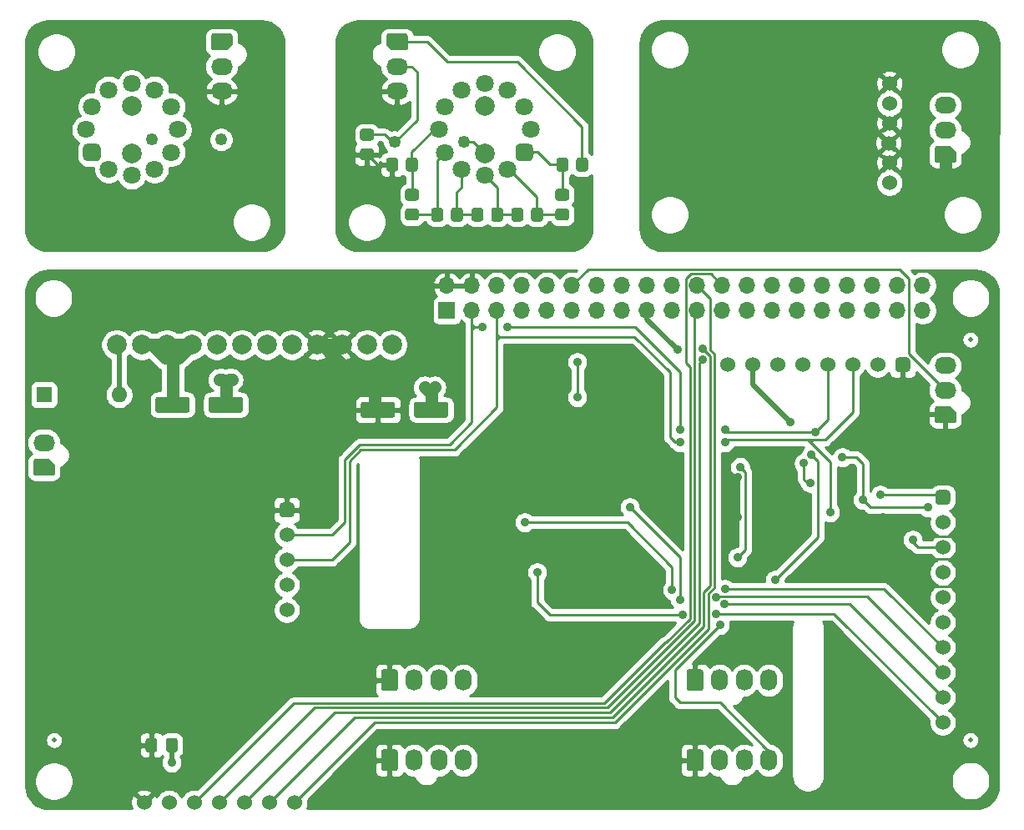
<source format=gtl>
G04 #@! TF.GenerationSoftware,KiCad,Pcbnew,(5.1.10)-1*
G04 #@! TF.CreationDate,2021-06-28T12:48:49+02:00*
G04 #@! TF.ProjectId,PI_MARTLOgger,50495f4d-4152-4544-9c4f-676765722e6b,rev?*
G04 #@! TF.SameCoordinates,Original*
G04 #@! TF.FileFunction,Copper,L1,Top*
G04 #@! TF.FilePolarity,Positive*
%FSLAX46Y46*%
G04 Gerber Fmt 4.6, Leading zero omitted, Abs format (unit mm)*
G04 Created by KiCad (PCBNEW (5.1.10)-1) date 2021-06-28 12:48:49*
%MOMM*%
%LPD*%
G01*
G04 APERTURE LIST*
G04 #@! TA.AperFunction,SMDPad,CuDef*
%ADD10C,0.500000*%
G04 #@! TD*
G04 #@! TA.AperFunction,ComponentPad*
%ADD11C,1.524000*%
G04 #@! TD*
G04 #@! TA.AperFunction,ComponentPad*
%ADD12O,2.200000X1.700000*%
G04 #@! TD*
G04 #@! TA.AperFunction,ComponentPad*
%ADD13C,0.150000*%
G04 #@! TD*
G04 #@! TA.AperFunction,ComponentPad*
%ADD14C,2.000000*%
G04 #@! TD*
G04 #@! TA.AperFunction,ComponentPad*
%ADD15O,1.700000X2.200000*%
G04 #@! TD*
G04 #@! TA.AperFunction,ComponentPad*
%ADD16C,1.800000*%
G04 #@! TD*
G04 #@! TA.AperFunction,ComponentPad*
%ADD17C,1.250000*%
G04 #@! TD*
G04 #@! TA.AperFunction,ComponentPad*
%ADD18O,1.600000X1.600000*%
G04 #@! TD*
G04 #@! TA.AperFunction,ComponentPad*
%ADD19R,1.600000X1.600000*%
G04 #@! TD*
G04 #@! TA.AperFunction,ComponentPad*
%ADD20R,1.700000X1.700000*%
G04 #@! TD*
G04 #@! TA.AperFunction,ComponentPad*
%ADD21O,1.700000X1.700000*%
G04 #@! TD*
G04 #@! TA.AperFunction,ViaPad*
%ADD22C,0.900000*%
G04 #@! TD*
G04 #@! TA.AperFunction,Conductor*
%ADD23C,0.508000*%
G04 #@! TD*
G04 #@! TA.AperFunction,Conductor*
%ADD24C,0.254000*%
G04 #@! TD*
G04 #@! TA.AperFunction,Conductor*
%ADD25C,1.270000*%
G04 #@! TD*
G04 #@! TA.AperFunction,Conductor*
%ADD26C,0.150000*%
G04 #@! TD*
G04 APERTURE END LIST*
D10*
X168500000Y-142380000D03*
X261468000Y-142380000D03*
X261468000Y-101740000D03*
D11*
X192126000Y-129172000D03*
X192126000Y-126632000D03*
G04 #@! TA.AperFunction,ComponentPad*
G36*
G01*
X192507000Y-119774000D02*
X191745000Y-119774000D01*
G75*
G02*
X191364000Y-119393000I0J381000D01*
G01*
X191364000Y-118631000D01*
G75*
G02*
X191745000Y-118250000I381000J0D01*
G01*
X192507000Y-118250000D01*
G75*
G02*
X192888000Y-118631000I0J-381000D01*
G01*
X192888000Y-119393000D01*
G75*
G02*
X192507000Y-119774000I-381000J0D01*
G01*
G37*
G04 #@! TD.AperFunction*
X192126000Y-121552000D03*
X192126000Y-124092000D03*
X192888000Y-148730000D03*
X190348000Y-148730000D03*
X187808000Y-148730000D03*
X177648000Y-148730000D03*
X180188000Y-148730000D03*
X182728000Y-148730000D03*
X185268000Y-148730000D03*
D12*
X185522000Y-76514000D03*
X185522000Y-74014000D03*
G04 #@! TA.AperFunction,ComponentPad*
D13*
G36*
X184623227Y-72359196D02*
G01*
X184576329Y-72344970D01*
X184533107Y-72321867D01*
X184495223Y-72290777D01*
X184464133Y-72252893D01*
X184441030Y-72209671D01*
X184426804Y-72162773D01*
X184422000Y-72114000D01*
X184422000Y-70914000D01*
X184426804Y-70865227D01*
X184441030Y-70818329D01*
X184464133Y-70775107D01*
X184495223Y-70737223D01*
X184533107Y-70706133D01*
X184576329Y-70683030D01*
X184623227Y-70668804D01*
X184672000Y-70664000D01*
X186372000Y-70664000D01*
X186420773Y-70668804D01*
X186467671Y-70683030D01*
X186510893Y-70706133D01*
X186548777Y-70737223D01*
X186579867Y-70775107D01*
X186602970Y-70818329D01*
X186617196Y-70865227D01*
X186622000Y-70914000D01*
X186622000Y-71714000D01*
X186617196Y-71762773D01*
X186602970Y-71809671D01*
X186579867Y-71852893D01*
X186548777Y-71890777D01*
X186148777Y-72290777D01*
X186110893Y-72321867D01*
X186067671Y-72344970D01*
X186020773Y-72359196D01*
X185972000Y-72364000D01*
X184672000Y-72364000D01*
X184623227Y-72359196D01*
G37*
G04 #@! TD.AperFunction*
D12*
X258928000Y-77944000D03*
X258928000Y-80444000D03*
G04 #@! TA.AperFunction,ComponentPad*
D13*
G36*
X258029227Y-83789196D02*
G01*
X257982329Y-83774970D01*
X257939107Y-83751867D01*
X257901223Y-83720777D01*
X257870133Y-83682893D01*
X257847030Y-83639671D01*
X257832804Y-83592773D01*
X257828000Y-83544000D01*
X257828000Y-82344000D01*
X257832804Y-82295227D01*
X257847030Y-82248329D01*
X257870133Y-82205107D01*
X257901223Y-82167223D01*
X257939107Y-82136133D01*
X257982329Y-82113030D01*
X258029227Y-82098804D01*
X258078000Y-82094000D01*
X259378000Y-82094000D01*
X259426773Y-82098804D01*
X259473671Y-82113030D01*
X259516893Y-82136133D01*
X259554777Y-82167223D01*
X259954777Y-82567223D01*
X259985867Y-82605107D01*
X260008970Y-82648329D01*
X260023196Y-82695227D01*
X260028000Y-82744000D01*
X260028000Y-83544000D01*
X260023196Y-83592773D01*
X260008970Y-83639671D01*
X259985867Y-83682893D01*
X259954777Y-83720777D01*
X259916893Y-83751867D01*
X259873671Y-83774970D01*
X259826773Y-83789196D01*
X259778000Y-83794000D01*
X258078000Y-83794000D01*
X258029227Y-83789196D01*
G37*
G04 #@! TD.AperFunction*
D12*
X203302000Y-76514000D03*
X203302000Y-74014000D03*
G04 #@! TA.AperFunction,ComponentPad*
D13*
G36*
X204200773Y-70668804D02*
G01*
X204247671Y-70683030D01*
X204290893Y-70706133D01*
X204328777Y-70737223D01*
X204359867Y-70775107D01*
X204382970Y-70818329D01*
X204397196Y-70865227D01*
X204402000Y-70914000D01*
X204402000Y-72114000D01*
X204397196Y-72162773D01*
X204382970Y-72209671D01*
X204359867Y-72252893D01*
X204328777Y-72290777D01*
X204290893Y-72321867D01*
X204247671Y-72344970D01*
X204200773Y-72359196D01*
X204152000Y-72364000D01*
X202852000Y-72364000D01*
X202803227Y-72359196D01*
X202756329Y-72344970D01*
X202713107Y-72321867D01*
X202675223Y-72290777D01*
X202275223Y-71890777D01*
X202244133Y-71852893D01*
X202221030Y-71809671D01*
X202206804Y-71762773D01*
X202202000Y-71714000D01*
X202202000Y-70914000D01*
X202206804Y-70865227D01*
X202221030Y-70818329D01*
X202244133Y-70775107D01*
X202275223Y-70737223D01*
X202313107Y-70706133D01*
X202356329Y-70683030D01*
X202403227Y-70668804D01*
X202452000Y-70664000D01*
X204152000Y-70664000D01*
X204200773Y-70668804D01*
G37*
G04 #@! TD.AperFunction*
D12*
X167488000Y-112194000D03*
G04 #@! TA.AperFunction,ComponentPad*
D13*
G36*
X166589227Y-115539196D02*
G01*
X166542329Y-115524970D01*
X166499107Y-115501867D01*
X166461223Y-115470777D01*
X166430133Y-115432893D01*
X166407030Y-115389671D01*
X166392804Y-115342773D01*
X166388000Y-115294000D01*
X166388000Y-114094000D01*
X166392804Y-114045227D01*
X166407030Y-113998329D01*
X166430133Y-113955107D01*
X166461223Y-113917223D01*
X166499107Y-113886133D01*
X166542329Y-113863030D01*
X166589227Y-113848804D01*
X166638000Y-113844000D01*
X167938000Y-113844000D01*
X167986773Y-113848804D01*
X168033671Y-113863030D01*
X168076893Y-113886133D01*
X168114777Y-113917223D01*
X168514777Y-114317223D01*
X168545867Y-114355107D01*
X168568970Y-114398329D01*
X168583196Y-114445227D01*
X168588000Y-114494000D01*
X168588000Y-115294000D01*
X168583196Y-115342773D01*
X168568970Y-115389671D01*
X168545867Y-115432893D01*
X168514777Y-115470777D01*
X168476893Y-115501867D01*
X168433671Y-115524970D01*
X168386773Y-115539196D01*
X168338000Y-115544000D01*
X166638000Y-115544000D01*
X166589227Y-115539196D01*
G37*
G04 #@! TD.AperFunction*
D14*
X202794000Y-102248000D03*
X200254000Y-102248000D03*
X197714000Y-102248000D03*
X195174000Y-102248000D03*
X192634000Y-102248000D03*
X190094000Y-102248000D03*
X187554000Y-102248000D03*
X185014000Y-102248000D03*
X174854000Y-102248000D03*
X177394000Y-102248000D03*
X179934000Y-102248000D03*
X182474000Y-102248000D03*
D11*
X258674000Y-140602000D03*
X258674000Y-138062000D03*
X258674000Y-135522000D03*
X258674000Y-132982000D03*
X258674000Y-130442000D03*
G04 #@! TA.AperFunction,ComponentPad*
G36*
G01*
X258293000Y-116980000D02*
X259055000Y-116980000D01*
G75*
G02*
X259436000Y-117361000I0J-381000D01*
G01*
X259436000Y-118123000D01*
G75*
G02*
X259055000Y-118504000I-381000J0D01*
G01*
X258293000Y-118504000D01*
G75*
G02*
X257912000Y-118123000I0J381000D01*
G01*
X257912000Y-117361000D01*
G75*
G02*
X258293000Y-116980000I381000J0D01*
G01*
G37*
G04 #@! TD.AperFunction*
X258674000Y-120282000D03*
X258674000Y-122822000D03*
X258674000Y-125362000D03*
X258674000Y-127902000D03*
D12*
X258928000Y-104360000D03*
X258928000Y-106860000D03*
G04 #@! TA.AperFunction,ComponentPad*
D13*
G36*
X258029227Y-110205196D02*
G01*
X257982329Y-110190970D01*
X257939107Y-110167867D01*
X257901223Y-110136777D01*
X257870133Y-110098893D01*
X257847030Y-110055671D01*
X257832804Y-110008773D01*
X257828000Y-109960000D01*
X257828000Y-108760000D01*
X257832804Y-108711227D01*
X257847030Y-108664329D01*
X257870133Y-108621107D01*
X257901223Y-108583223D01*
X257939107Y-108552133D01*
X257982329Y-108529030D01*
X258029227Y-108514804D01*
X258078000Y-108510000D01*
X259378000Y-108510000D01*
X259426773Y-108514804D01*
X259473671Y-108529030D01*
X259516893Y-108552133D01*
X259554777Y-108583223D01*
X259954777Y-108983223D01*
X259985867Y-109021107D01*
X260008970Y-109064329D01*
X260023196Y-109111227D01*
X260028000Y-109160000D01*
X260028000Y-109960000D01*
X260023196Y-110008773D01*
X260008970Y-110055671D01*
X259985867Y-110098893D01*
X259954777Y-110136777D01*
X259916893Y-110167867D01*
X259873671Y-110190970D01*
X259826773Y-110205196D01*
X259778000Y-110210000D01*
X258078000Y-110210000D01*
X258029227Y-110205196D01*
G37*
G04 #@! TD.AperFunction*
D15*
X241028000Y-136284000D03*
X238528000Y-136284000D03*
X236028000Y-136284000D03*
G04 #@! TA.AperFunction,ComponentPad*
G36*
G01*
X234128000Y-137384000D02*
X232928000Y-137384000D01*
G75*
G02*
X232678000Y-137134000I0J250000D01*
G01*
X232678000Y-135434000D01*
G75*
G02*
X232928000Y-135184000I250000J0D01*
G01*
X234128000Y-135184000D01*
G75*
G02*
X234378000Y-135434000I0J-250000D01*
G01*
X234378000Y-137134000D01*
G75*
G02*
X234128000Y-137384000I-250000J0D01*
G01*
G37*
G04 #@! TD.AperFunction*
X241028000Y-144412000D03*
X238528000Y-144412000D03*
X236028000Y-144412000D03*
G04 #@! TA.AperFunction,ComponentPad*
G36*
G01*
X234128000Y-145512000D02*
X232928000Y-145512000D01*
G75*
G02*
X232678000Y-145262000I0J250000D01*
G01*
X232678000Y-143562000D01*
G75*
G02*
X232928000Y-143312000I250000J0D01*
G01*
X234128000Y-143312000D01*
G75*
G02*
X234378000Y-143562000I0J-250000D01*
G01*
X234378000Y-145262000D01*
G75*
G02*
X234128000Y-145512000I-250000J0D01*
G01*
G37*
G04 #@! TD.AperFunction*
X210040000Y-136284000D03*
X207540000Y-136284000D03*
X205040000Y-136284000D03*
G04 #@! TA.AperFunction,ComponentPad*
G36*
G01*
X203140000Y-137384000D02*
X201940000Y-137384000D01*
G75*
G02*
X201690000Y-137134000I0J250000D01*
G01*
X201690000Y-135434000D01*
G75*
G02*
X201940000Y-135184000I250000J0D01*
G01*
X203140000Y-135184000D01*
G75*
G02*
X203390000Y-135434000I0J-250000D01*
G01*
X203390000Y-137134000D01*
G75*
G02*
X203140000Y-137384000I-250000J0D01*
G01*
G37*
G04 #@! TD.AperFunction*
X210040000Y-144412000D03*
X207540000Y-144412000D03*
X205040000Y-144412000D03*
G04 #@! TA.AperFunction,ComponentPad*
G36*
G01*
X203140000Y-145512000D02*
X201940000Y-145512000D01*
G75*
G02*
X201690000Y-145262000I0J250000D01*
G01*
X201690000Y-143562000D01*
G75*
G02*
X201940000Y-143312000I250000J0D01*
G01*
X203140000Y-143312000D01*
G75*
G02*
X203390000Y-143562000I0J-250000D01*
G01*
X203390000Y-145262000D01*
G75*
G02*
X203140000Y-145512000I-250000J0D01*
G01*
G37*
G04 #@! TD.AperFunction*
G04 #@! TA.AperFunction,SMDPad,CuDef*
G36*
G01*
X200704001Y-81528000D02*
X199803999Y-81528000D01*
G75*
G02*
X199554000Y-81278001I0J249999D01*
G01*
X199554000Y-80577999D01*
G75*
G02*
X199803999Y-80328000I249999J0D01*
G01*
X200704001Y-80328000D01*
G75*
G02*
X200954000Y-80577999I0J-249999D01*
G01*
X200954000Y-81278001D01*
G75*
G02*
X200704001Y-81528000I-249999J0D01*
G01*
G37*
G04 #@! TD.AperFunction*
G04 #@! TA.AperFunction,SMDPad,CuDef*
G36*
G01*
X200704001Y-83528000D02*
X199803999Y-83528000D01*
G75*
G02*
X199554000Y-83278001I0J249999D01*
G01*
X199554000Y-82577999D01*
G75*
G02*
X199803999Y-82328000I249999J0D01*
G01*
X200704001Y-82328000D01*
G75*
G02*
X200954000Y-82577999I0J-249999D01*
G01*
X200954000Y-83278001D01*
G75*
G02*
X200704001Y-83528000I-249999J0D01*
G01*
G37*
G04 #@! TD.AperFunction*
G04 #@! TA.AperFunction,SMDPad,CuDef*
G36*
G01*
X203410000Y-83509999D02*
X203410000Y-84410001D01*
G75*
G02*
X203160001Y-84660000I-249999J0D01*
G01*
X202459999Y-84660000D01*
G75*
G02*
X202210000Y-84410001I0J249999D01*
G01*
X202210000Y-83509999D01*
G75*
G02*
X202459999Y-83260000I249999J0D01*
G01*
X203160001Y-83260000D01*
G75*
G02*
X203410000Y-83509999I0J-249999D01*
G01*
G37*
G04 #@! TD.AperFunction*
G04 #@! TA.AperFunction,SMDPad,CuDef*
G36*
G01*
X205410000Y-83509999D02*
X205410000Y-84410001D01*
G75*
G02*
X205160001Y-84660000I-249999J0D01*
G01*
X204459999Y-84660000D01*
G75*
G02*
X204210000Y-84410001I0J249999D01*
G01*
X204210000Y-83509999D01*
G75*
G02*
X204459999Y-83260000I249999J0D01*
G01*
X205160001Y-83260000D01*
G75*
G02*
X205410000Y-83509999I0J-249999D01*
G01*
G37*
G04 #@! TD.AperFunction*
G04 #@! TA.AperFunction,SMDPad,CuDef*
G36*
G01*
X205276001Y-87624000D02*
X204375999Y-87624000D01*
G75*
G02*
X204126000Y-87374001I0J249999D01*
G01*
X204126000Y-86673999D01*
G75*
G02*
X204375999Y-86424000I249999J0D01*
G01*
X205276001Y-86424000D01*
G75*
G02*
X205526000Y-86673999I0J-249999D01*
G01*
X205526000Y-87374001D01*
G75*
G02*
X205276001Y-87624000I-249999J0D01*
G01*
G37*
G04 #@! TD.AperFunction*
G04 #@! TA.AperFunction,SMDPad,CuDef*
G36*
G01*
X205276001Y-89624000D02*
X204375999Y-89624000D01*
G75*
G02*
X204126000Y-89374001I0J249999D01*
G01*
X204126000Y-88673999D01*
G75*
G02*
X204375999Y-88424000I249999J0D01*
G01*
X205276001Y-88424000D01*
G75*
G02*
X205526000Y-88673999I0J-249999D01*
G01*
X205526000Y-89374001D01*
G75*
G02*
X205276001Y-89624000I-249999J0D01*
G01*
G37*
G04 #@! TD.AperFunction*
G04 #@! TA.AperFunction,SMDPad,CuDef*
G36*
G01*
X207982000Y-88589999D02*
X207982000Y-89490001D01*
G75*
G02*
X207732001Y-89740000I-249999J0D01*
G01*
X207031999Y-89740000D01*
G75*
G02*
X206782000Y-89490001I0J249999D01*
G01*
X206782000Y-88589999D01*
G75*
G02*
X207031999Y-88340000I249999J0D01*
G01*
X207732001Y-88340000D01*
G75*
G02*
X207982000Y-88589999I0J-249999D01*
G01*
G37*
G04 #@! TD.AperFunction*
G04 #@! TA.AperFunction,SMDPad,CuDef*
G36*
G01*
X209982000Y-88589999D02*
X209982000Y-89490001D01*
G75*
G02*
X209732001Y-89740000I-249999J0D01*
G01*
X209031999Y-89740000D01*
G75*
G02*
X208782000Y-89490001I0J249999D01*
G01*
X208782000Y-88589999D01*
G75*
G02*
X209031999Y-88340000I249999J0D01*
G01*
X209732001Y-88340000D01*
G75*
G02*
X209982000Y-88589999I0J-249999D01*
G01*
G37*
G04 #@! TD.AperFunction*
G04 #@! TA.AperFunction,SMDPad,CuDef*
G36*
G01*
X212062000Y-88589999D02*
X212062000Y-89490001D01*
G75*
G02*
X211812001Y-89740000I-249999J0D01*
G01*
X211111999Y-89740000D01*
G75*
G02*
X210862000Y-89490001I0J249999D01*
G01*
X210862000Y-88589999D01*
G75*
G02*
X211111999Y-88340000I249999J0D01*
G01*
X211812001Y-88340000D01*
G75*
G02*
X212062000Y-88589999I0J-249999D01*
G01*
G37*
G04 #@! TD.AperFunction*
G04 #@! TA.AperFunction,SMDPad,CuDef*
G36*
G01*
X214062000Y-88589999D02*
X214062000Y-89490001D01*
G75*
G02*
X213812001Y-89740000I-249999J0D01*
G01*
X213111999Y-89740000D01*
G75*
G02*
X212862000Y-89490001I0J249999D01*
G01*
X212862000Y-88589999D01*
G75*
G02*
X213111999Y-88340000I249999J0D01*
G01*
X213812001Y-88340000D01*
G75*
G02*
X214062000Y-88589999I0J-249999D01*
G01*
G37*
G04 #@! TD.AperFunction*
G04 #@! TA.AperFunction,SMDPad,CuDef*
G36*
G01*
X216110000Y-88589999D02*
X216110000Y-89490001D01*
G75*
G02*
X215860001Y-89740000I-249999J0D01*
G01*
X215159999Y-89740000D01*
G75*
G02*
X214910000Y-89490001I0J249999D01*
G01*
X214910000Y-88589999D01*
G75*
G02*
X215159999Y-88340000I249999J0D01*
G01*
X215860001Y-88340000D01*
G75*
G02*
X216110000Y-88589999I0J-249999D01*
G01*
G37*
G04 #@! TD.AperFunction*
G04 #@! TA.AperFunction,SMDPad,CuDef*
G36*
G01*
X218110000Y-88589999D02*
X218110000Y-89490001D01*
G75*
G02*
X217860001Y-89740000I-249999J0D01*
G01*
X217159999Y-89740000D01*
G75*
G02*
X216910000Y-89490001I0J249999D01*
G01*
X216910000Y-88589999D01*
G75*
G02*
X217159999Y-88340000I249999J0D01*
G01*
X217860001Y-88340000D01*
G75*
G02*
X218110000Y-88589999I0J-249999D01*
G01*
G37*
G04 #@! TD.AperFunction*
G04 #@! TA.AperFunction,SMDPad,CuDef*
G36*
G01*
X219615999Y-88424000D02*
X220516001Y-88424000D01*
G75*
G02*
X220766000Y-88673999I0J-249999D01*
G01*
X220766000Y-89374001D01*
G75*
G02*
X220516001Y-89624000I-249999J0D01*
G01*
X219615999Y-89624000D01*
G75*
G02*
X219366000Y-89374001I0J249999D01*
G01*
X219366000Y-88673999D01*
G75*
G02*
X219615999Y-88424000I249999J0D01*
G01*
G37*
G04 #@! TD.AperFunction*
G04 #@! TA.AperFunction,SMDPad,CuDef*
G36*
G01*
X219615999Y-86424000D02*
X220516001Y-86424000D01*
G75*
G02*
X220766000Y-86673999I0J-249999D01*
G01*
X220766000Y-87374001D01*
G75*
G02*
X220516001Y-87624000I-249999J0D01*
G01*
X219615999Y-87624000D01*
G75*
G02*
X219366000Y-87374001I0J249999D01*
G01*
X219366000Y-86673999D01*
G75*
G02*
X219615999Y-86424000I249999J0D01*
G01*
G37*
G04 #@! TD.AperFunction*
G04 #@! TA.AperFunction,SMDPad,CuDef*
G36*
G01*
X220682000Y-83509999D02*
X220682000Y-84410001D01*
G75*
G02*
X220432001Y-84660000I-249999J0D01*
G01*
X219731999Y-84660000D01*
G75*
G02*
X219482000Y-84410001I0J249999D01*
G01*
X219482000Y-83509999D01*
G75*
G02*
X219731999Y-83260000I249999J0D01*
G01*
X220432001Y-83260000D01*
G75*
G02*
X220682000Y-83509999I0J-249999D01*
G01*
G37*
G04 #@! TD.AperFunction*
G04 #@! TA.AperFunction,SMDPad,CuDef*
G36*
G01*
X222682000Y-83509999D02*
X222682000Y-84410001D01*
G75*
G02*
X222432001Y-84660000I-249999J0D01*
G01*
X221731999Y-84660000D01*
G75*
G02*
X221482000Y-84410001I0J249999D01*
G01*
X221482000Y-83509999D01*
G75*
G02*
X221731999Y-83260000I249999J0D01*
G01*
X222432001Y-83260000D01*
G75*
G02*
X222682000Y-83509999I0J-249999D01*
G01*
G37*
G04 #@! TD.AperFunction*
G04 #@! TA.AperFunction,SMDPad,CuDef*
G36*
G01*
X179876000Y-143363000D02*
X179876000Y-142413000D01*
G75*
G02*
X180126000Y-142163000I250000J0D01*
G01*
X180801000Y-142163000D01*
G75*
G02*
X181051000Y-142413000I0J-250000D01*
G01*
X181051000Y-143363000D01*
G75*
G02*
X180801000Y-143613000I-250000J0D01*
G01*
X180126000Y-143613000D01*
G75*
G02*
X179876000Y-143363000I0J250000D01*
G01*
G37*
G04 #@! TD.AperFunction*
G04 #@! TA.AperFunction,SMDPad,CuDef*
G36*
G01*
X177801000Y-143363000D02*
X177801000Y-142413000D01*
G75*
G02*
X178051000Y-142163000I250000J0D01*
G01*
X178726000Y-142163000D01*
G75*
G02*
X178976000Y-142413000I0J-250000D01*
G01*
X178976000Y-143363000D01*
G75*
G02*
X178726000Y-143613000I-250000J0D01*
G01*
X178051000Y-143613000D01*
G75*
G02*
X177801000Y-143363000I0J250000D01*
G01*
G37*
G04 #@! TD.AperFunction*
D11*
X253263001Y-75761999D03*
X253263001Y-77771999D03*
X253263001Y-79781999D03*
X253263001Y-85811999D03*
X253263001Y-83801999D03*
X253179001Y-81791999D03*
X236830000Y-104280000D03*
X239370000Y-104280000D03*
X241910000Y-104280000D03*
X244450000Y-104280000D03*
X246990000Y-104280000D03*
G04 #@! TA.AperFunction,ComponentPad*
G36*
G01*
X255372000Y-103899000D02*
X255372000Y-104661000D01*
G75*
G02*
X254991000Y-105042000I-381000J0D01*
G01*
X254229000Y-105042000D01*
G75*
G02*
X253848000Y-104661000I0J381000D01*
G01*
X253848000Y-103899000D01*
G75*
G02*
X254229000Y-103518000I381000J0D01*
G01*
X254991000Y-103518000D01*
G75*
G02*
X255372000Y-103899000I0J-381000D01*
G01*
G37*
G04 #@! TD.AperFunction*
X252070000Y-104280000D03*
X249530000Y-104280000D03*
D14*
X212192000Y-77989000D03*
X212192000Y-82819000D03*
D16*
X216842000Y-80404000D03*
G04 #@! TA.AperFunction,ComponentPad*
G36*
G01*
X215319000Y-83179000D02*
X215319000Y-82279000D01*
G75*
G02*
X215769000Y-81829000I450000J0D01*
G01*
X216669000Y-81829000D01*
G75*
G02*
X217119000Y-82279000I0J-450000D01*
G01*
X217119000Y-83179000D01*
G75*
G02*
X216669000Y-83629000I-450000J0D01*
G01*
X215769000Y-83629000D01*
G75*
G02*
X215319000Y-83179000I0J450000D01*
G01*
G37*
G04 #@! TD.AperFunction*
X214517000Y-84431000D03*
X212192000Y-85054000D03*
X209867000Y-84431000D03*
X208165000Y-82729000D03*
X207542000Y-80404000D03*
X208165000Y-78079000D03*
X209867000Y-76377000D03*
X212192000Y-75754000D03*
X216219000Y-78079000D03*
X214517000Y-76377000D03*
D14*
X176378000Y-77989000D03*
X176378000Y-82819000D03*
D16*
X171728000Y-80404000D03*
G04 #@! TA.AperFunction,ComponentPad*
G36*
G01*
X173251000Y-82279000D02*
X173251000Y-83179000D01*
G75*
G02*
X172801000Y-83629000I-450000J0D01*
G01*
X171901000Y-83629000D01*
G75*
G02*
X171451000Y-83179000I0J450000D01*
G01*
X171451000Y-82279000D01*
G75*
G02*
X171901000Y-81829000I450000J0D01*
G01*
X172801000Y-81829000D01*
G75*
G02*
X173251000Y-82279000I0J-450000D01*
G01*
G37*
G04 #@! TD.AperFunction*
X174053000Y-84431000D03*
X176378000Y-85054000D03*
X178703000Y-84431000D03*
X180405000Y-82729000D03*
X181028000Y-80404000D03*
X180405000Y-78079000D03*
X178703000Y-76377000D03*
X176378000Y-75754000D03*
X172351000Y-78079000D03*
X174053000Y-76377000D03*
D17*
X203104000Y-81674000D03*
X210104000Y-81674000D03*
X185466000Y-81420000D03*
X178466000Y-81420000D03*
D18*
X175108000Y-107328000D03*
D19*
X167488000Y-107328000D03*
G04 #@! TA.AperFunction,SMDPad,CuDef*
G36*
G01*
X184186000Y-108894000D02*
X184186000Y-107794000D01*
G75*
G02*
X184436000Y-107544000I250000J0D01*
G01*
X187436000Y-107544000D01*
G75*
G02*
X187686000Y-107794000I0J-250000D01*
G01*
X187686000Y-108894000D01*
G75*
G02*
X187436000Y-109144000I-250000J0D01*
G01*
X184436000Y-109144000D01*
G75*
G02*
X184186000Y-108894000I0J250000D01*
G01*
G37*
G04 #@! TD.AperFunction*
G04 #@! TA.AperFunction,SMDPad,CuDef*
G36*
G01*
X178786000Y-108894000D02*
X178786000Y-107794000D01*
G75*
G02*
X179036000Y-107544000I250000J0D01*
G01*
X182036000Y-107544000D01*
G75*
G02*
X182286000Y-107794000I0J-250000D01*
G01*
X182286000Y-108894000D01*
G75*
G02*
X182036000Y-109144000I-250000J0D01*
G01*
X179036000Y-109144000D01*
G75*
G02*
X178786000Y-108894000I0J250000D01*
G01*
G37*
G04 #@! TD.AperFunction*
G04 #@! TA.AperFunction,SMDPad,CuDef*
G36*
G01*
X205014000Y-109402000D02*
X205014000Y-108302000D01*
G75*
G02*
X205264000Y-108052000I250000J0D01*
G01*
X208264000Y-108052000D01*
G75*
G02*
X208514000Y-108302000I0J-250000D01*
G01*
X208514000Y-109402000D01*
G75*
G02*
X208264000Y-109652000I-250000J0D01*
G01*
X205264000Y-109652000D01*
G75*
G02*
X205014000Y-109402000I0J250000D01*
G01*
G37*
G04 #@! TD.AperFunction*
G04 #@! TA.AperFunction,SMDPad,CuDef*
G36*
G01*
X199614000Y-109402000D02*
X199614000Y-108302000D01*
G75*
G02*
X199864000Y-108052000I250000J0D01*
G01*
X202864000Y-108052000D01*
G75*
G02*
X203114000Y-108302000I0J-250000D01*
G01*
X203114000Y-109402000D01*
G75*
G02*
X202864000Y-109652000I-250000J0D01*
G01*
X199864000Y-109652000D01*
G75*
G02*
X199614000Y-109402000I0J250000D01*
G01*
G37*
G04 #@! TD.AperFunction*
D20*
X208370000Y-98770000D03*
D21*
X208370000Y-96230000D03*
X210910000Y-98770000D03*
X210910000Y-96230000D03*
X213450000Y-98770000D03*
X213450000Y-96230000D03*
X215990000Y-98770000D03*
X215990000Y-96230000D03*
X218530000Y-98770000D03*
X218530000Y-96230000D03*
X221070000Y-98770000D03*
X221070000Y-96230000D03*
X223610000Y-98770000D03*
X223610000Y-96230000D03*
X226150000Y-98770000D03*
X226150000Y-96230000D03*
X228690000Y-98770000D03*
X228690000Y-96230000D03*
X231230000Y-98770000D03*
X231230000Y-96230000D03*
X233770000Y-98770000D03*
X233770000Y-96230000D03*
X236310000Y-98770000D03*
X236310000Y-96230000D03*
X238850000Y-98770000D03*
X238850000Y-96230000D03*
X241390000Y-98770000D03*
X241390000Y-96230000D03*
X243930000Y-98770000D03*
X243930000Y-96230000D03*
X246470000Y-98770000D03*
X246470000Y-96230000D03*
X249010000Y-98770000D03*
X249010000Y-96230000D03*
X251550000Y-98770000D03*
X251550000Y-96230000D03*
X254090000Y-98770000D03*
X254090000Y-96230000D03*
X256630000Y-98770000D03*
X256630000Y-96230000D03*
D22*
X231750000Y-102756000D03*
X243180000Y-110122000D03*
X252324000Y-117488000D03*
X244564446Y-114281690D03*
X245212000Y-116255500D03*
X255880000Y-115710000D03*
X252578000Y-119774000D03*
X224130000Y-137300000D03*
X208636000Y-133744000D03*
X237846000Y-115710000D03*
X237846000Y-119774000D03*
X227178000Y-141110000D03*
X221336000Y-117234000D03*
X231750000Y-118504000D03*
X221590000Y-107582000D03*
X221590000Y-104026000D03*
X250546000Y-117996000D03*
X257150000Y-118758000D03*
X186538000Y-105804000D03*
X185268000Y-105804000D03*
X207112000Y-106566000D03*
X206096000Y-106566000D03*
X180442000Y-144666000D03*
X248495588Y-113677999D03*
X236576000Y-110884000D03*
X232004000Y-110884000D03*
X245720000Y-111122990D03*
X214478000Y-100470000D03*
X211938000Y-100470000D03*
X255626000Y-122060000D03*
X247244000Y-119266000D03*
X236576000Y-112154000D03*
X232004000Y-112154000D03*
X234305010Y-103772000D03*
X234305010Y-102671987D03*
X236068000Y-130696000D03*
X237846000Y-123838000D03*
X238112792Y-114642831D03*
X232258000Y-129680000D03*
X235653527Y-129568404D03*
X217526000Y-125362000D03*
X236505449Y-128595393D03*
X235680826Y-127867367D03*
X232004000Y-128125988D03*
X226924000Y-118758000D03*
X236569527Y-127041381D03*
X231226990Y-127140000D03*
X216256000Y-120282000D03*
X241656000Y-126124000D03*
X245329599Y-113403216D03*
D23*
X228690000Y-98770000D02*
X228690000Y-99696000D01*
X228690000Y-99696000D02*
X231750000Y-102756000D01*
X239370000Y-106312000D02*
X239370000Y-104280000D01*
X243180000Y-110122000D02*
X239370000Y-106312000D01*
D24*
X258420000Y-117488000D02*
X258674000Y-117742000D01*
X252324000Y-117488000D02*
X258420000Y-117488000D01*
X244564446Y-115877946D02*
X244942000Y-116255500D01*
X244564446Y-114281690D02*
X244564446Y-115877946D01*
D25*
X196444000Y-102248000D02*
X196444000Y-103010000D01*
X195174000Y-102248000D02*
X196444000Y-102248000D01*
X196444000Y-102248000D02*
X197714000Y-102248000D01*
X196444000Y-103010000D02*
X199238000Y-105804000D01*
X199238000Y-105804000D02*
X201016000Y-105804000D01*
X201016000Y-108504000D02*
X201364000Y-108852000D01*
X201016000Y-105804000D02*
X201016000Y-108504000D01*
X201953802Y-105804000D02*
X201016000Y-105804000D01*
D23*
X258928000Y-109360000D02*
X256388000Y-109360000D01*
X256388000Y-109360000D02*
X256896000Y-109360000D01*
X258928000Y-109360000D02*
X258928000Y-110884000D01*
X258928000Y-110884000D02*
X258928000Y-111138000D01*
X237846000Y-115710000D02*
X237846000Y-119774000D01*
D24*
X252578000Y-119774000D02*
X252578000Y-121425000D01*
X255118000Y-123965000D02*
X260833000Y-123965000D01*
X253911500Y-122758500D02*
X253911500Y-123393500D01*
X252578000Y-121425000D02*
X253911500Y-122758500D01*
X253911500Y-122758500D02*
X255118000Y-123965000D01*
X257330999Y-126812999D02*
X259763001Y-126812999D01*
X253911500Y-123393500D02*
X257330999Y-126812999D01*
X259763001Y-126812999D02*
X260198000Y-126378000D01*
X252578000Y-119774000D02*
X255118000Y-119774000D01*
X257076999Y-121732999D02*
X261795001Y-121732999D01*
X255118000Y-119774000D02*
X257076999Y-121732999D01*
X261795001Y-121732999D02*
X261976000Y-121552000D01*
X221590000Y-107582000D02*
X221590000Y-104026000D01*
X251308000Y-118758000D02*
X257150000Y-118758000D01*
X250546000Y-117996000D02*
X251308000Y-118758000D01*
D25*
X185936000Y-108344000D02*
X185936000Y-106152000D01*
X186284000Y-105804000D02*
X186538000Y-105804000D01*
X185936000Y-106152000D02*
X186284000Y-105804000D01*
X185588000Y-105804000D02*
X185936000Y-106152000D01*
X185268000Y-105804000D02*
X185588000Y-105804000D01*
X206764000Y-106914000D02*
X207112000Y-106566000D01*
X206764000Y-107234000D02*
X206764000Y-107676000D01*
X206096000Y-106566000D02*
X206764000Y-107234000D01*
X206764000Y-107676000D02*
X206764000Y-106914000D01*
X206764000Y-108852000D02*
X206764000Y-107676000D01*
D23*
X180463500Y-144644500D02*
X180442000Y-144666000D01*
X180463500Y-142888000D02*
X180463500Y-144644500D01*
D24*
X248495588Y-113677999D02*
X249910999Y-113677999D01*
X250546000Y-114313000D02*
X250546000Y-117996000D01*
X249910999Y-113677999D02*
X250546000Y-114313000D01*
X208636000Y-112408000D02*
X210910000Y-110134000D01*
X199492000Y-112408000D02*
X208636000Y-112408000D01*
X197968000Y-113932000D02*
X199492000Y-112408000D01*
X197968000Y-120282000D02*
X197968000Y-113932000D01*
X196698000Y-121552000D02*
X197968000Y-120282000D01*
X192126000Y-121552000D02*
X196698000Y-121552000D01*
X246990000Y-104280000D02*
X246990000Y-109852990D01*
X246990000Y-109852990D02*
X245720000Y-111122990D01*
X232004000Y-110884000D02*
X232004000Y-105042000D01*
X232004000Y-105042000D02*
X228448000Y-101486000D01*
X228448000Y-101486000D02*
X227940000Y-100978000D01*
X227432000Y-100470000D02*
X214478000Y-100470000D01*
X227940000Y-100978000D02*
X227432000Y-100470000D01*
X210922000Y-100470000D02*
X210910000Y-100482000D01*
X211152000Y-100470000D02*
X210910000Y-100228000D01*
X211176000Y-100470000D02*
X211152000Y-100470000D01*
X210910000Y-100228000D02*
X210910000Y-98770000D01*
X210910000Y-100482000D02*
X210910000Y-100228000D01*
X211938000Y-100470000D02*
X211176000Y-100470000D01*
X211176000Y-100470000D02*
X210922000Y-100470000D01*
X211152000Y-100470000D02*
X210910000Y-100712000D01*
X210910000Y-100712000D02*
X210910000Y-100482000D01*
X210910000Y-110134000D02*
X210910000Y-100712000D01*
X236576000Y-110884000D02*
X236814990Y-111122990D01*
X236814990Y-111122990D02*
X245720000Y-111122990D01*
X209144000Y-112916000D02*
X213450000Y-108610000D01*
X199628411Y-112916000D02*
X209144000Y-112916000D01*
X198476000Y-114068411D02*
X199628411Y-112916000D01*
X198476000Y-122314000D02*
X198476000Y-114068411D01*
X196698000Y-124092000D02*
X198476000Y-122314000D01*
X192126000Y-124092000D02*
X196698000Y-124092000D01*
X258674000Y-122822000D02*
X256134000Y-122822000D01*
X255626000Y-122314000D02*
X255626000Y-122060000D01*
X256134000Y-122822000D02*
X255626000Y-122314000D01*
X247244000Y-114186000D02*
X245720000Y-112662000D01*
X247244000Y-119266000D02*
X247244000Y-114186000D01*
X236830000Y-111900000D02*
X236576000Y-112154000D01*
X244958000Y-111900000D02*
X236830000Y-111900000D01*
X249530000Y-104280000D02*
X249530000Y-109106000D01*
X249530000Y-109106000D02*
X246736000Y-111900000D01*
X245212000Y-112154000D02*
X245466000Y-111900000D01*
X245466000Y-111900000D02*
X244958000Y-111900000D01*
X246736000Y-111900000D02*
X245466000Y-111900000D01*
X245720000Y-112662000D02*
X245212000Y-112154000D01*
X245212000Y-112154000D02*
X244958000Y-111900000D01*
X232004000Y-112154000D02*
X231496000Y-112154000D01*
X231496000Y-112154000D02*
X230988000Y-111646000D01*
X230988000Y-111646000D02*
X230988000Y-105042000D01*
X230988000Y-105042000D02*
X227420000Y-101474000D01*
X213704000Y-101474000D02*
X213450000Y-101220000D01*
X213450000Y-101220000D02*
X213450000Y-98770000D01*
X213450000Y-101474000D02*
X213450000Y-101220000D01*
X227420000Y-101474000D02*
X213704000Y-101474000D01*
X213704000Y-101474000D02*
X213450000Y-101474000D01*
X213704000Y-101474000D02*
X213450000Y-101728000D01*
X213450000Y-101728000D02*
X213450000Y-101474000D01*
X213450000Y-108610000D02*
X213450000Y-101728000D01*
X201016000Y-140602000D02*
X225400000Y-140602000D01*
X235536022Y-103210980D02*
X235082012Y-102756970D01*
X235536022Y-126862209D02*
X235536022Y-103210980D01*
X234876525Y-127521706D02*
X235536022Y-126862209D01*
X235082012Y-97542012D02*
X233770000Y-96230000D01*
X192888000Y-148730000D02*
X201016000Y-140602000D01*
X234876525Y-131125475D02*
X234876525Y-127521706D01*
X225400000Y-140602000D02*
X234876525Y-131125475D01*
X235082012Y-102756970D02*
X235082012Y-97542012D01*
X258928000Y-106860000D02*
X258714000Y-106860000D01*
X255267001Y-103173721D02*
X255267001Y-95539001D01*
X258714000Y-106620720D02*
X255267001Y-103173721D01*
X258714000Y-106860000D02*
X258714000Y-106620720D01*
X222701025Y-94598975D02*
X221070000Y-96230000D01*
X254326974Y-94598975D02*
X222701025Y-94598975D01*
X255267001Y-95539001D02*
X254326974Y-94598975D01*
X224892000Y-139586000D02*
X196952000Y-139586000D01*
X233968504Y-104108506D02*
X233968504Y-130509496D01*
X234305010Y-103772000D02*
X233968504Y-104108506D01*
X233968504Y-130509496D02*
X224892000Y-139586000D01*
X196952000Y-139586000D02*
X187808000Y-148730000D01*
X194920000Y-139078000D02*
X185268000Y-148730000D01*
X233514494Y-130215536D02*
X224652030Y-139078000D01*
X224652030Y-139078000D02*
X194920000Y-139078000D01*
X233770000Y-98770000D02*
X233514494Y-99025506D01*
X233514494Y-99025506D02*
X233514494Y-130215536D01*
X225146000Y-140094000D02*
X234422515Y-130817485D01*
X234422515Y-130817485D02*
X234422515Y-127333648D01*
X235082011Y-103448988D02*
X234305010Y-102671987D01*
X190348000Y-148730000D02*
X198984000Y-140094000D01*
X198984000Y-140094000D02*
X225146000Y-140094000D01*
X234422515Y-127333648D02*
X235082011Y-126674152D01*
X235082011Y-126674152D02*
X235082011Y-103448988D01*
X192834010Y-138623990D02*
X192761000Y-138697000D01*
X224330010Y-138623990D02*
X192834010Y-138623990D01*
X233035001Y-130052961D02*
X230613962Y-132474000D01*
X230480000Y-132474000D02*
X224330010Y-138623990D01*
X233035001Y-104549001D02*
X233035001Y-130052961D01*
X232592999Y-104106999D02*
X233035001Y-104549001D01*
X230613962Y-132474000D02*
X230480000Y-132474000D01*
X232592999Y-95563001D02*
X232592999Y-104106999D01*
X233103001Y-95052999D02*
X232592999Y-95563001D01*
X235132999Y-95052999D02*
X233103001Y-95052999D01*
X236310000Y-96230000D02*
X235132999Y-95052999D01*
X182728000Y-148730000D02*
X192761000Y-138697000D01*
D25*
X180536000Y-102850000D02*
X179934000Y-102248000D01*
X179934000Y-102248000D02*
X182474000Y-102248000D01*
X179774000Y-103612000D02*
X178410000Y-102248000D01*
X180536000Y-103612000D02*
X179774000Y-103612000D01*
X178410000Y-102248000D02*
X179934000Y-102248000D01*
X177394000Y-102248000D02*
X178410000Y-102248000D01*
X180536000Y-108344000D02*
X180536000Y-103612000D01*
X180536000Y-103612000D02*
X180536000Y-102850000D01*
X181110000Y-103612000D02*
X182474000Y-102248000D01*
X180536000Y-103612000D02*
X181110000Y-103612000D01*
D24*
X241028000Y-144412000D02*
X241028000Y-143516000D01*
X241028000Y-144412000D02*
X241028000Y-143530000D01*
X241028000Y-143530000D02*
X236068000Y-138570000D01*
X236068000Y-138570000D02*
X232004000Y-138570000D01*
X232004000Y-138570000D02*
X231496000Y-138062000D01*
X231496000Y-138062000D02*
X231496000Y-136049982D01*
X231496000Y-136049982D02*
X231496000Y-135268000D01*
X231496000Y-135268000D02*
X236068000Y-130696000D01*
X237846000Y-123838000D02*
X238623001Y-123060999D01*
X238623001Y-123060999D02*
X238623001Y-115153040D01*
X238623001Y-115153040D02*
X238112792Y-114642831D01*
D25*
X258928000Y-82944000D02*
X258928000Y-84595000D01*
D24*
X201286000Y-83960000D02*
X200254000Y-82928000D01*
X202810000Y-83960000D02*
X201286000Y-83960000D01*
X203104000Y-81674000D02*
X202794000Y-81674000D01*
X202048000Y-80928000D02*
X200254000Y-80928000D01*
X202794000Y-81674000D02*
X202048000Y-80928000D01*
X203302000Y-74014000D02*
X204786000Y-74014000D01*
X204786000Y-74014000D02*
X205334000Y-74562000D01*
X205334000Y-79444000D02*
X203104000Y-81674000D01*
X205334000Y-74562000D02*
X205334000Y-79444000D01*
X203302000Y-71514000D02*
X206350000Y-71514000D01*
X206350000Y-71514000D02*
X208382000Y-73546000D01*
X208382000Y-73546000D02*
X215494000Y-73546000D01*
X222082000Y-80134000D02*
X222082000Y-83960000D01*
X215494000Y-73546000D02*
X222082000Y-80134000D01*
D23*
X175108000Y-102502000D02*
X174854000Y-102248000D01*
X175108000Y-107328000D02*
X175108000Y-102502000D01*
D24*
X247640404Y-129568404D02*
X235653527Y-129568404D01*
X258674000Y-140602000D02*
X247640404Y-129568404D01*
X232258000Y-129680000D02*
X218796000Y-129680000D01*
X217526000Y-128410000D02*
X217526000Y-125362000D01*
X218796000Y-129680000D02*
X217526000Y-128410000D01*
X258674000Y-138062000D02*
X249207393Y-128595393D01*
X249207393Y-128595393D02*
X236505449Y-128595393D01*
X235729802Y-127818391D02*
X235680826Y-127867367D01*
X258674000Y-135522000D02*
X250970391Y-127818391D01*
X250970391Y-127818391D02*
X235729802Y-127818391D01*
X232004000Y-123838000D02*
X226924000Y-118758000D01*
X232004000Y-128125988D02*
X232004000Y-123838000D01*
X258674000Y-132982000D02*
X252733381Y-127041381D01*
X252733381Y-127041381D02*
X236569527Y-127041381D01*
X231226990Y-127140000D02*
X231226990Y-124838990D01*
X231226990Y-124838990D02*
X226670000Y-120282000D01*
X226670000Y-120282000D02*
X216256000Y-120282000D01*
X211047000Y-81674000D02*
X212192000Y-82819000D01*
X210104000Y-81674000D02*
X211047000Y-81674000D01*
X216219000Y-82729000D02*
X217057000Y-82729000D01*
X217057000Y-82729000D02*
X217096000Y-82690000D01*
X217096000Y-82690000D02*
X217526000Y-82690000D01*
X218796000Y-83960000D02*
X220082000Y-83960000D01*
X217526000Y-82690000D02*
X218796000Y-83960000D01*
X220082000Y-87008000D02*
X220066000Y-87024000D01*
X220082000Y-83960000D02*
X220082000Y-87008000D01*
X217526000Y-89024000D02*
X217510000Y-89040000D01*
X220066000Y-89024000D02*
X217526000Y-89024000D01*
X217510000Y-89040000D02*
X217510000Y-87278000D01*
X214663000Y-84431000D02*
X214517000Y-84431000D01*
X217510000Y-87278000D02*
X214663000Y-84431000D01*
X215510000Y-89040000D02*
X213462000Y-89040000D01*
X213462000Y-86324000D02*
X212192000Y-85054000D01*
X213462000Y-89040000D02*
X213462000Y-86324000D01*
X211462000Y-89040000D02*
X209382000Y-89040000D01*
X209382000Y-89040000D02*
X209382000Y-86770000D01*
X209867000Y-86285000D02*
X209867000Y-84431000D01*
X209382000Y-86770000D02*
X209867000Y-86285000D01*
X207382000Y-89040000D02*
X207382000Y-86262000D01*
X207382000Y-86262000D02*
X207366000Y-86246000D01*
X207366000Y-83528000D02*
X208165000Y-82729000D01*
X207366000Y-86246000D02*
X207366000Y-83528000D01*
X204842000Y-89040000D02*
X204826000Y-89024000D01*
X207382000Y-89040000D02*
X204842000Y-89040000D01*
X204826000Y-83976000D02*
X204810000Y-83960000D01*
X204826000Y-87024000D02*
X204826000Y-83976000D01*
X204810000Y-83960000D02*
X204810000Y-82706000D01*
X207112000Y-80404000D02*
X207542000Y-80404000D01*
X204810000Y-82706000D02*
X207112000Y-80404000D01*
X241656000Y-126124000D02*
X245989001Y-121790999D01*
X245989001Y-121790999D02*
X245989001Y-114062618D01*
X245989001Y-114062618D02*
X245329599Y-113403216D01*
X221434049Y-94788321D02*
X221216260Y-94745000D01*
X220923740Y-94745000D01*
X220636842Y-94802068D01*
X220366589Y-94914010D01*
X220123368Y-95076525D01*
X219916525Y-95283368D01*
X219800000Y-95457760D01*
X219683475Y-95283368D01*
X219476632Y-95076525D01*
X219233411Y-94914010D01*
X218963158Y-94802068D01*
X218676260Y-94745000D01*
X218383740Y-94745000D01*
X218096842Y-94802068D01*
X217826589Y-94914010D01*
X217583368Y-95076525D01*
X217376525Y-95283368D01*
X217260000Y-95457760D01*
X217143475Y-95283368D01*
X216936632Y-95076525D01*
X216693411Y-94914010D01*
X216423158Y-94802068D01*
X216136260Y-94745000D01*
X215843740Y-94745000D01*
X215556842Y-94802068D01*
X215286589Y-94914010D01*
X215043368Y-95076525D01*
X214836525Y-95283368D01*
X214720000Y-95457760D01*
X214603475Y-95283368D01*
X214396632Y-95076525D01*
X214153411Y-94914010D01*
X213883158Y-94802068D01*
X213596260Y-94745000D01*
X213303740Y-94745000D01*
X213016842Y-94802068D01*
X212746589Y-94914010D01*
X212503368Y-95076525D01*
X212296525Y-95283368D01*
X212174805Y-95465534D01*
X212105178Y-95348645D01*
X211910269Y-95132412D01*
X211676920Y-94958359D01*
X211414099Y-94833175D01*
X211266890Y-94788524D01*
X211037000Y-94909845D01*
X211037000Y-96103000D01*
X211057000Y-96103000D01*
X211057000Y-96357000D01*
X211037000Y-96357000D01*
X211037000Y-96377000D01*
X210783000Y-96377000D01*
X210783000Y-96357000D01*
X208497000Y-96357000D01*
X208497000Y-96377000D01*
X208243000Y-96377000D01*
X208243000Y-96357000D01*
X207049186Y-96357000D01*
X206928519Y-96586891D01*
X207025843Y-96861252D01*
X207174822Y-97111355D01*
X207351626Y-97307502D01*
X207275820Y-97330498D01*
X207165506Y-97389463D01*
X207068815Y-97468815D01*
X206989463Y-97565506D01*
X206930498Y-97675820D01*
X206894188Y-97795518D01*
X206881928Y-97920000D01*
X206881928Y-99620000D01*
X206894188Y-99744482D01*
X206930498Y-99864180D01*
X206989463Y-99974494D01*
X207068815Y-100071185D01*
X207165506Y-100150537D01*
X207275820Y-100209502D01*
X207395518Y-100245812D01*
X207520000Y-100258072D01*
X209220000Y-100258072D01*
X209344482Y-100245812D01*
X209464180Y-100209502D01*
X209574494Y-100150537D01*
X209671185Y-100071185D01*
X209750537Y-99974494D01*
X209809502Y-99864180D01*
X209831513Y-99791620D01*
X209963368Y-99923475D01*
X210148000Y-100046842D01*
X210148000Y-100190574D01*
X210144314Y-100228000D01*
X210148000Y-100265423D01*
X210148000Y-100444574D01*
X210144314Y-100482000D01*
X210148000Y-100519423D01*
X210148000Y-100674574D01*
X210144314Y-100712000D01*
X210148000Y-100749423D01*
X210148000Y-100749425D01*
X210148001Y-100749435D01*
X210148000Y-109818370D01*
X208320370Y-111646000D01*
X199529422Y-111646000D01*
X199491999Y-111642314D01*
X199454576Y-111646000D01*
X199454574Y-111646000D01*
X199342622Y-111657026D01*
X199198985Y-111700598D01*
X199066608Y-111771355D01*
X198950578Y-111866578D01*
X198926721Y-111895648D01*
X197455649Y-113366721D01*
X197426579Y-113390578D01*
X197402722Y-113419648D01*
X197402721Y-113419649D01*
X197331355Y-113506608D01*
X197260599Y-113638985D01*
X197217027Y-113782622D01*
X197202314Y-113932000D01*
X197206001Y-113969433D01*
X197206000Y-119966369D01*
X196382370Y-120790000D01*
X193297005Y-120790000D01*
X193211120Y-120661465D01*
X193016535Y-120466880D01*
X192928535Y-120408080D01*
X193012482Y-120399812D01*
X193132180Y-120363502D01*
X193242494Y-120304537D01*
X193339185Y-120225185D01*
X193418537Y-120128494D01*
X193477502Y-120018180D01*
X193513812Y-119898482D01*
X193526072Y-119774000D01*
X193523000Y-119297750D01*
X193364250Y-119139000D01*
X192253000Y-119139000D01*
X192253000Y-119159000D01*
X191999000Y-119159000D01*
X191999000Y-119139000D01*
X190887750Y-119139000D01*
X190729000Y-119297750D01*
X190725928Y-119774000D01*
X190738188Y-119898482D01*
X190774498Y-120018180D01*
X190833463Y-120128494D01*
X190912815Y-120225185D01*
X191009506Y-120304537D01*
X191119820Y-120363502D01*
X191239518Y-120399812D01*
X191323465Y-120408080D01*
X191235465Y-120466880D01*
X191040880Y-120661465D01*
X190887995Y-120890273D01*
X190782686Y-121144510D01*
X190729000Y-121414408D01*
X190729000Y-121689592D01*
X190782686Y-121959490D01*
X190887995Y-122213727D01*
X191040880Y-122442535D01*
X191235465Y-122637120D01*
X191464273Y-122790005D01*
X191541515Y-122822000D01*
X191464273Y-122853995D01*
X191235465Y-123006880D01*
X191040880Y-123201465D01*
X190887995Y-123430273D01*
X190782686Y-123684510D01*
X190729000Y-123954408D01*
X190729000Y-124229592D01*
X190782686Y-124499490D01*
X190887995Y-124753727D01*
X191040880Y-124982535D01*
X191235465Y-125177120D01*
X191464273Y-125330005D01*
X191541515Y-125362000D01*
X191464273Y-125393995D01*
X191235465Y-125546880D01*
X191040880Y-125741465D01*
X190887995Y-125970273D01*
X190782686Y-126224510D01*
X190729000Y-126494408D01*
X190729000Y-126769592D01*
X190782686Y-127039490D01*
X190887995Y-127293727D01*
X191040880Y-127522535D01*
X191235465Y-127717120D01*
X191464273Y-127870005D01*
X191541515Y-127902000D01*
X191464273Y-127933995D01*
X191235465Y-128086880D01*
X191040880Y-128281465D01*
X190887995Y-128510273D01*
X190782686Y-128764510D01*
X190729000Y-129034408D01*
X190729000Y-129309592D01*
X190782686Y-129579490D01*
X190887995Y-129833727D01*
X191040880Y-130062535D01*
X191235465Y-130257120D01*
X191464273Y-130410005D01*
X191718510Y-130515314D01*
X191988408Y-130569000D01*
X192263592Y-130569000D01*
X192533490Y-130515314D01*
X192787727Y-130410005D01*
X193016535Y-130257120D01*
X193211120Y-130062535D01*
X193364005Y-129833727D01*
X193469314Y-129579490D01*
X193523000Y-129309592D01*
X193523000Y-129034408D01*
X193469314Y-128764510D01*
X193364005Y-128510273D01*
X193211120Y-128281465D01*
X193016535Y-128086880D01*
X192787727Y-127933995D01*
X192710485Y-127902000D01*
X192787727Y-127870005D01*
X193016535Y-127717120D01*
X193211120Y-127522535D01*
X193364005Y-127293727D01*
X193469314Y-127039490D01*
X193523000Y-126769592D01*
X193523000Y-126494408D01*
X193469314Y-126224510D01*
X193364005Y-125970273D01*
X193211120Y-125741465D01*
X193016535Y-125546880D01*
X192787727Y-125393995D01*
X192710485Y-125362000D01*
X192787727Y-125330005D01*
X193016535Y-125177120D01*
X193211120Y-124982535D01*
X193297005Y-124854000D01*
X196660577Y-124854000D01*
X196698000Y-124857686D01*
X196735423Y-124854000D01*
X196735426Y-124854000D01*
X196847378Y-124842974D01*
X196991015Y-124799402D01*
X197123392Y-124728645D01*
X197239422Y-124633422D01*
X197263284Y-124604346D01*
X198988347Y-122879283D01*
X199017422Y-122855422D01*
X199077857Y-122781781D01*
X199112645Y-122739393D01*
X199150465Y-122668636D01*
X199183402Y-122607015D01*
X199226974Y-122463378D01*
X199238000Y-122351426D01*
X199238000Y-122351423D01*
X199241686Y-122314000D01*
X199238000Y-122276577D01*
X199238000Y-114384041D01*
X199315873Y-114306168D01*
X199315874Y-129985098D01*
X199315038Y-129992790D01*
X199315004Y-130002355D01*
X199315016Y-130005846D01*
X199315874Y-130014297D01*
X199315874Y-130033646D01*
X199317910Y-130054314D01*
X199317831Y-130065573D01*
X199318764Y-130075092D01*
X199328964Y-130172140D01*
X199341455Y-130232990D01*
X199353082Y-130293942D01*
X199355845Y-130303096D01*
X199355847Y-130303102D01*
X199384702Y-130396317D01*
X199408754Y-130453533D01*
X199432020Y-130511119D01*
X199436510Y-130519564D01*
X199482923Y-130605401D01*
X199517638Y-130656867D01*
X199551636Y-130708821D01*
X199557680Y-130716232D01*
X199619882Y-130791421D01*
X199663930Y-130835162D01*
X199707369Y-130879522D01*
X199714739Y-130885618D01*
X199714744Y-130885623D01*
X199714750Y-130885627D01*
X199790360Y-130947294D01*
X199842041Y-130981632D01*
X199893306Y-131016733D01*
X199901719Y-131021282D01*
X199987880Y-131067094D01*
X200045296Y-131090758D01*
X200102339Y-131115208D01*
X200111475Y-131118036D01*
X200204893Y-131146241D01*
X200265813Y-131158303D01*
X200326530Y-131171209D01*
X200336042Y-131172209D01*
X200433159Y-131181731D01*
X200433163Y-131181731D01*
X200466353Y-131185000D01*
X204533647Y-131185000D01*
X204562601Y-131182148D01*
X204565573Y-131182169D01*
X204575092Y-131181236D01*
X204623218Y-131176178D01*
X204634283Y-131175088D01*
X204634652Y-131174976D01*
X204672140Y-131171036D01*
X204732990Y-131158545D01*
X204793942Y-131146918D01*
X204803096Y-131144155D01*
X204803102Y-131144153D01*
X204896317Y-131115298D01*
X204953533Y-131091246D01*
X205011119Y-131067980D01*
X205019564Y-131063490D01*
X205105401Y-131017077D01*
X205156867Y-130982362D01*
X205208821Y-130948364D01*
X205216232Y-130942320D01*
X205291421Y-130880118D01*
X205335162Y-130836070D01*
X205379522Y-130792631D01*
X205385618Y-130785261D01*
X205385623Y-130785256D01*
X205385627Y-130785250D01*
X205447294Y-130709640D01*
X205481632Y-130657959D01*
X205516733Y-130606694D01*
X205521282Y-130598281D01*
X205567094Y-130512120D01*
X205590758Y-130454704D01*
X205615208Y-130397661D01*
X205618036Y-130388525D01*
X205646241Y-130295107D01*
X205658303Y-130234187D01*
X205671209Y-130173470D01*
X205672209Y-130163958D01*
X205681731Y-130066841D01*
X205681731Y-130066837D01*
X205685000Y-130033647D01*
X205685000Y-113966353D01*
X205682148Y-113937399D01*
X205682169Y-113934427D01*
X205681236Y-113924909D01*
X205676179Y-113876790D01*
X205675088Y-113865717D01*
X205674976Y-113865348D01*
X205671036Y-113827860D01*
X205658547Y-113767017D01*
X205646918Y-113706058D01*
X205644154Y-113696902D01*
X205638303Y-113678000D01*
X209106577Y-113678000D01*
X209144000Y-113681686D01*
X209181423Y-113678000D01*
X209181426Y-113678000D01*
X209293378Y-113666974D01*
X209437015Y-113623402D01*
X209569392Y-113552645D01*
X209685422Y-113457422D01*
X209709284Y-113428346D01*
X213962347Y-109175283D01*
X213991422Y-109151422D01*
X214060497Y-109067254D01*
X214086645Y-109035393D01*
X214143438Y-108929140D01*
X214157402Y-108903015D01*
X214200974Y-108759378D01*
X214212000Y-108647426D01*
X214212000Y-108647423D01*
X214215686Y-108610000D01*
X214212000Y-108572577D01*
X214212000Y-103919137D01*
X220505000Y-103919137D01*
X220505000Y-104132863D01*
X220546696Y-104342483D01*
X220628485Y-104539940D01*
X220747225Y-104717647D01*
X220828001Y-104798423D01*
X220828000Y-106809578D01*
X220747225Y-106890353D01*
X220628485Y-107068060D01*
X220546696Y-107265517D01*
X220505000Y-107475137D01*
X220505000Y-107688863D01*
X220546696Y-107898483D01*
X220628485Y-108095940D01*
X220747225Y-108273647D01*
X220898353Y-108424775D01*
X221076060Y-108543515D01*
X221273517Y-108625304D01*
X221483137Y-108667000D01*
X221696863Y-108667000D01*
X221906483Y-108625304D01*
X222103940Y-108543515D01*
X222281647Y-108424775D01*
X222432775Y-108273647D01*
X222551515Y-108095940D01*
X222633304Y-107898483D01*
X222675000Y-107688863D01*
X222675000Y-107475137D01*
X222633304Y-107265517D01*
X222551515Y-107068060D01*
X222432775Y-106890353D01*
X222352000Y-106809578D01*
X222352000Y-104798422D01*
X222432775Y-104717647D01*
X222551515Y-104539940D01*
X222633304Y-104342483D01*
X222675000Y-104132863D01*
X222675000Y-103919137D01*
X222633304Y-103709517D01*
X222551515Y-103512060D01*
X222432775Y-103334353D01*
X222281647Y-103183225D01*
X222103940Y-103064485D01*
X221906483Y-102982696D01*
X221696863Y-102941000D01*
X221483137Y-102941000D01*
X221273517Y-102982696D01*
X221076060Y-103064485D01*
X220898353Y-103183225D01*
X220747225Y-103334353D01*
X220628485Y-103512060D01*
X220546696Y-103709517D01*
X220505000Y-103919137D01*
X214212000Y-103919137D01*
X214212000Y-102236000D01*
X227104370Y-102236000D01*
X230226001Y-105357632D01*
X230226000Y-111608577D01*
X230222314Y-111646000D01*
X230226000Y-111683423D01*
X230226000Y-111683425D01*
X230237026Y-111795377D01*
X230280598Y-111939014D01*
X230313535Y-112000635D01*
X230351355Y-112071392D01*
X230387131Y-112114985D01*
X230446578Y-112187422D01*
X230475654Y-112211284D01*
X230930716Y-112666346D01*
X230954578Y-112695422D01*
X231070608Y-112790645D01*
X231154400Y-112835433D01*
X231161225Y-112845647D01*
X231312353Y-112996775D01*
X231490060Y-113115515D01*
X231687517Y-113197304D01*
X231897137Y-113239000D01*
X232110863Y-113239000D01*
X232273001Y-113206749D01*
X232273002Y-123029371D01*
X228009000Y-118765370D01*
X228009000Y-118651137D01*
X227967304Y-118441517D01*
X227885515Y-118244060D01*
X227766775Y-118066353D01*
X227615647Y-117915225D01*
X227437940Y-117796485D01*
X227240483Y-117714696D01*
X227030863Y-117673000D01*
X226817137Y-117673000D01*
X226607517Y-117714696D01*
X226410060Y-117796485D01*
X226232353Y-117915225D01*
X226081225Y-118066353D01*
X225962485Y-118244060D01*
X225880696Y-118441517D01*
X225839000Y-118651137D01*
X225839000Y-118864863D01*
X225880696Y-119074483D01*
X225962485Y-119271940D01*
X226081225Y-119449647D01*
X226151578Y-119520000D01*
X217028422Y-119520000D01*
X216947647Y-119439225D01*
X216769940Y-119320485D01*
X216572483Y-119238696D01*
X216362863Y-119197000D01*
X216149137Y-119197000D01*
X215939517Y-119238696D01*
X215742060Y-119320485D01*
X215564353Y-119439225D01*
X215413225Y-119590353D01*
X215294485Y-119768060D01*
X215212696Y-119965517D01*
X215171000Y-120175137D01*
X215171000Y-120388863D01*
X215212696Y-120598483D01*
X215294485Y-120795940D01*
X215413225Y-120973647D01*
X215564353Y-121124775D01*
X215742060Y-121243515D01*
X215939517Y-121325304D01*
X216149137Y-121367000D01*
X216362863Y-121367000D01*
X216572483Y-121325304D01*
X216769940Y-121243515D01*
X216947647Y-121124775D01*
X217028422Y-121044000D01*
X226354370Y-121044000D01*
X230464991Y-125154622D01*
X230464990Y-126367578D01*
X230384215Y-126448353D01*
X230265475Y-126626060D01*
X230183686Y-126823517D01*
X230141990Y-127033137D01*
X230141990Y-127246863D01*
X230183686Y-127456483D01*
X230265475Y-127653940D01*
X230384215Y-127831647D01*
X230535343Y-127982775D01*
X230713050Y-128101515D01*
X230910507Y-128183304D01*
X230919000Y-128184993D01*
X230919000Y-128232851D01*
X230960696Y-128442471D01*
X231042485Y-128639928D01*
X231161225Y-128817635D01*
X231261590Y-128918000D01*
X219111631Y-128918000D01*
X218288000Y-128094370D01*
X218288000Y-126134422D01*
X218368775Y-126053647D01*
X218487515Y-125875940D01*
X218569304Y-125678483D01*
X218611000Y-125468863D01*
X218611000Y-125255137D01*
X218569304Y-125045517D01*
X218487515Y-124848060D01*
X218368775Y-124670353D01*
X218217647Y-124519225D01*
X218039940Y-124400485D01*
X217842483Y-124318696D01*
X217632863Y-124277000D01*
X217419137Y-124277000D01*
X217209517Y-124318696D01*
X217012060Y-124400485D01*
X216834353Y-124519225D01*
X216683225Y-124670353D01*
X216564485Y-124848060D01*
X216482696Y-125045517D01*
X216441000Y-125255137D01*
X216441000Y-125468863D01*
X216482696Y-125678483D01*
X216564485Y-125875940D01*
X216683225Y-126053647D01*
X216764001Y-126134423D01*
X216764000Y-128372577D01*
X216760314Y-128410000D01*
X216764000Y-128447423D01*
X216764000Y-128447425D01*
X216775026Y-128559377D01*
X216818598Y-128703014D01*
X216830686Y-128725629D01*
X216889355Y-128835392D01*
X216910373Y-128861002D01*
X216984578Y-128951422D01*
X217013654Y-128975284D01*
X218230721Y-130192352D01*
X218254578Y-130221422D01*
X218370608Y-130316645D01*
X218475717Y-130372827D01*
X218502542Y-130387165D01*
X218502985Y-130387402D01*
X218646622Y-130430974D01*
X218758574Y-130442000D01*
X218758576Y-130442000D01*
X218795999Y-130445686D01*
X218833422Y-130442000D01*
X231485578Y-130442000D01*
X231526955Y-130483377D01*
X230268444Y-131741887D01*
X230186985Y-131766598D01*
X230054608Y-131837355D01*
X229938578Y-131932578D01*
X229914721Y-131961648D01*
X224014380Y-137861990D01*
X210705717Y-137861990D01*
X210869014Y-137774706D01*
X211095134Y-137589134D01*
X211280706Y-137363014D01*
X211418599Y-137105034D01*
X211503513Y-136825110D01*
X211525000Y-136606949D01*
X211525000Y-135961050D01*
X211503513Y-135742889D01*
X211418599Y-135462966D01*
X211280706Y-135204986D01*
X211095134Y-134978866D01*
X210869013Y-134793294D01*
X210611033Y-134655401D01*
X210331110Y-134570487D01*
X210040000Y-134541815D01*
X209748889Y-134570487D01*
X209468966Y-134655401D01*
X209210986Y-134793294D01*
X208984866Y-134978866D01*
X208799294Y-135204987D01*
X208790000Y-135222374D01*
X208780706Y-135204986D01*
X208595134Y-134978866D01*
X208369013Y-134793294D01*
X208111033Y-134655401D01*
X207831110Y-134570487D01*
X207540000Y-134541815D01*
X207248889Y-134570487D01*
X206968966Y-134655401D01*
X206710986Y-134793294D01*
X206484866Y-134978866D01*
X206299294Y-135204987D01*
X206290000Y-135222374D01*
X206280706Y-135204986D01*
X206095134Y-134978866D01*
X205869013Y-134793294D01*
X205611033Y-134655401D01*
X205331110Y-134570487D01*
X205040000Y-134541815D01*
X204748889Y-134570487D01*
X204468966Y-134655401D01*
X204210986Y-134793294D01*
X203990055Y-134974608D01*
X203979502Y-134939820D01*
X203920537Y-134829506D01*
X203841185Y-134732815D01*
X203744494Y-134653463D01*
X203634180Y-134594498D01*
X203514482Y-134558188D01*
X203390000Y-134545928D01*
X202825750Y-134549000D01*
X202667000Y-134707750D01*
X202667000Y-136157000D01*
X202687000Y-136157000D01*
X202687000Y-136411000D01*
X202667000Y-136411000D01*
X202667000Y-136431000D01*
X202413000Y-136431000D01*
X202413000Y-136411000D01*
X201213750Y-136411000D01*
X201055000Y-136569750D01*
X201051928Y-137384000D01*
X201064188Y-137508482D01*
X201100498Y-137628180D01*
X201159463Y-137738494D01*
X201238815Y-137835185D01*
X201271477Y-137861990D01*
X192871433Y-137861990D01*
X192834010Y-137858304D01*
X192796587Y-137861990D01*
X192796584Y-137861990D01*
X192684632Y-137873016D01*
X192540995Y-137916588D01*
X192408618Y-137987345D01*
X192292588Y-138082568D01*
X192268724Y-138111647D01*
X192248651Y-138131719D01*
X183017211Y-147363159D01*
X182865592Y-147333000D01*
X182590408Y-147333000D01*
X182320510Y-147386686D01*
X182066273Y-147491995D01*
X181837465Y-147644880D01*
X181642880Y-147839465D01*
X181489995Y-148068273D01*
X181458000Y-148145515D01*
X181426005Y-148068273D01*
X181273120Y-147839465D01*
X181078535Y-147644880D01*
X180849727Y-147491995D01*
X180595490Y-147386686D01*
X180325592Y-147333000D01*
X180050408Y-147333000D01*
X179780510Y-147386686D01*
X179526273Y-147491995D01*
X179297465Y-147644880D01*
X179102880Y-147839465D01*
X178949995Y-148068273D01*
X178920308Y-148139943D01*
X178915636Y-148126977D01*
X178853656Y-148011020D01*
X178613565Y-147944040D01*
X177827605Y-148730000D01*
X177841748Y-148744143D01*
X177662143Y-148923748D01*
X177648000Y-148909605D01*
X177633858Y-148923748D01*
X177454253Y-148744143D01*
X177468395Y-148730000D01*
X176682435Y-147944040D01*
X176442344Y-148011020D01*
X176325244Y-148260048D01*
X176258977Y-148527135D01*
X176246090Y-148802017D01*
X176287078Y-149074133D01*
X176373870Y-149315000D01*
X167981974Y-149315000D01*
X167509301Y-149268008D01*
X167086532Y-149139741D01*
X166696724Y-148931798D01*
X166354736Y-148652106D01*
X166073583Y-148311312D01*
X165863979Y-147922400D01*
X165733907Y-147500177D01*
X165684979Y-147028523D01*
X165684276Y-146352495D01*
X166515000Y-146352495D01*
X166515000Y-146743505D01*
X166591282Y-147127003D01*
X166740915Y-147488250D01*
X166958149Y-147813364D01*
X167234636Y-148089851D01*
X167559750Y-148307085D01*
X167920997Y-148456718D01*
X168304495Y-148533000D01*
X168695505Y-148533000D01*
X169079003Y-148456718D01*
X169440250Y-148307085D01*
X169765364Y-148089851D01*
X170041851Y-147813364D01*
X170074544Y-147764435D01*
X176862040Y-147764435D01*
X177648000Y-148550395D01*
X178433960Y-147764435D01*
X178366980Y-147524344D01*
X178117952Y-147407244D01*
X177850865Y-147340977D01*
X177575983Y-147328090D01*
X177303867Y-147369078D01*
X177044977Y-147462364D01*
X176929020Y-147524344D01*
X176862040Y-147764435D01*
X170074544Y-147764435D01*
X170259085Y-147488250D01*
X170408718Y-147127003D01*
X170485000Y-146743505D01*
X170485000Y-146352495D01*
X170408718Y-145968997D01*
X170259085Y-145607750D01*
X170041851Y-145282636D01*
X169765364Y-145006149D01*
X169440250Y-144788915D01*
X169079003Y-144639282D01*
X168695505Y-144563000D01*
X168304495Y-144563000D01*
X167920997Y-144639282D01*
X167559750Y-144788915D01*
X167234636Y-145006149D01*
X166958149Y-145282636D01*
X166740915Y-145607750D01*
X166591282Y-145968997D01*
X166515000Y-146352495D01*
X165684276Y-146352495D01*
X165681427Y-143613000D01*
X177162928Y-143613000D01*
X177175188Y-143737482D01*
X177211498Y-143857180D01*
X177270463Y-143967494D01*
X177349815Y-144064185D01*
X177446506Y-144143537D01*
X177556820Y-144202502D01*
X177676518Y-144238812D01*
X177801000Y-144251072D01*
X178102750Y-144248000D01*
X178261500Y-144089250D01*
X178261500Y-143015000D01*
X177324750Y-143015000D01*
X177166000Y-143173750D01*
X177162928Y-143613000D01*
X165681427Y-143613000D01*
X165680054Y-142292835D01*
X167615000Y-142292835D01*
X167615000Y-142467165D01*
X167649010Y-142638145D01*
X167715723Y-142799205D01*
X167812576Y-142944155D01*
X167935845Y-143067424D01*
X168080795Y-143164277D01*
X168241855Y-143230990D01*
X168412835Y-143265000D01*
X168587165Y-143265000D01*
X168758145Y-143230990D01*
X168919205Y-143164277D01*
X169064155Y-143067424D01*
X169187424Y-142944155D01*
X169284277Y-142799205D01*
X169350990Y-142638145D01*
X169385000Y-142467165D01*
X169385000Y-142292835D01*
X169359175Y-142163000D01*
X177162928Y-142163000D01*
X177166000Y-142602250D01*
X177324750Y-142761000D01*
X178261500Y-142761000D01*
X178261500Y-141686750D01*
X178515500Y-141686750D01*
X178515500Y-142761000D01*
X178535500Y-142761000D01*
X178535500Y-143015000D01*
X178515500Y-143015000D01*
X178515500Y-144089250D01*
X178674250Y-144248000D01*
X178976000Y-144251072D01*
X179100482Y-144238812D01*
X179220180Y-144202502D01*
X179330494Y-144143537D01*
X179427185Y-144064185D01*
X179492658Y-143984406D01*
X179498038Y-143990962D01*
X179556222Y-144038712D01*
X179480485Y-144152060D01*
X179398696Y-144349517D01*
X179357000Y-144559137D01*
X179357000Y-144772863D01*
X179398696Y-144982483D01*
X179480485Y-145179940D01*
X179599225Y-145357647D01*
X179750353Y-145508775D01*
X179928060Y-145627515D01*
X180125517Y-145709304D01*
X180335137Y-145751000D01*
X180548863Y-145751000D01*
X180758483Y-145709304D01*
X180955940Y-145627515D01*
X181133647Y-145508775D01*
X181284775Y-145357647D01*
X181403515Y-145179940D01*
X181485304Y-144982483D01*
X181527000Y-144772863D01*
X181527000Y-144559137D01*
X181485304Y-144349517D01*
X181403515Y-144152060D01*
X181352500Y-144075711D01*
X181352500Y-144053712D01*
X181428962Y-143990962D01*
X181539405Y-143856386D01*
X181621472Y-143702850D01*
X181672008Y-143536254D01*
X181689072Y-143363000D01*
X181689072Y-142413000D01*
X181672008Y-142239746D01*
X181621472Y-142073150D01*
X181539405Y-141919614D01*
X181428962Y-141785038D01*
X181294386Y-141674595D01*
X181140850Y-141592528D01*
X180974254Y-141541992D01*
X180801000Y-141524928D01*
X180126000Y-141524928D01*
X179952746Y-141541992D01*
X179786150Y-141592528D01*
X179632614Y-141674595D01*
X179498038Y-141785038D01*
X179492658Y-141791594D01*
X179427185Y-141711815D01*
X179330494Y-141632463D01*
X179220180Y-141573498D01*
X179100482Y-141537188D01*
X178976000Y-141524928D01*
X178674250Y-141528000D01*
X178515500Y-141686750D01*
X178261500Y-141686750D01*
X178102750Y-141528000D01*
X177801000Y-141524928D01*
X177676518Y-141537188D01*
X177556820Y-141573498D01*
X177446506Y-141632463D01*
X177349815Y-141711815D01*
X177270463Y-141808506D01*
X177211498Y-141918820D01*
X177175188Y-142038518D01*
X177162928Y-142163000D01*
X169359175Y-142163000D01*
X169350990Y-142121855D01*
X169284277Y-141960795D01*
X169187424Y-141815845D01*
X169064155Y-141692576D01*
X168919205Y-141595723D01*
X168758145Y-141529010D01*
X168587165Y-141495000D01*
X168412835Y-141495000D01*
X168241855Y-141529010D01*
X168080795Y-141595723D01*
X167935845Y-141692576D01*
X167812576Y-141815845D01*
X167715723Y-141960795D01*
X167649010Y-142121855D01*
X167615000Y-142292835D01*
X165680054Y-142292835D01*
X165672661Y-135184000D01*
X201051928Y-135184000D01*
X201055000Y-135998250D01*
X201213750Y-136157000D01*
X202413000Y-136157000D01*
X202413000Y-134707750D01*
X202254250Y-134549000D01*
X201690000Y-134545928D01*
X201565518Y-134558188D01*
X201445820Y-134594498D01*
X201335506Y-134653463D01*
X201238815Y-134732815D01*
X201159463Y-134829506D01*
X201100498Y-134939820D01*
X201064188Y-135059518D01*
X201051928Y-135184000D01*
X165672661Y-135184000D01*
X165655048Y-118250000D01*
X190725928Y-118250000D01*
X190729000Y-118726250D01*
X190887750Y-118885000D01*
X191999000Y-118885000D01*
X191999000Y-117773750D01*
X192253000Y-117773750D01*
X192253000Y-118885000D01*
X193364250Y-118885000D01*
X193523000Y-118726250D01*
X193526072Y-118250000D01*
X193513812Y-118125518D01*
X193477502Y-118005820D01*
X193418537Y-117895506D01*
X193339185Y-117798815D01*
X193242494Y-117719463D01*
X193132180Y-117660498D01*
X193012482Y-117624188D01*
X192888000Y-117611928D01*
X192411750Y-117615000D01*
X192253000Y-117773750D01*
X191999000Y-117773750D01*
X191840250Y-117615000D01*
X191364000Y-117611928D01*
X191239518Y-117624188D01*
X191119820Y-117660498D01*
X191009506Y-117719463D01*
X190912815Y-117798815D01*
X190833463Y-117895506D01*
X190774498Y-118005820D01*
X190738188Y-118125518D01*
X190725928Y-118250000D01*
X165655048Y-118250000D01*
X165648749Y-112194000D01*
X165745815Y-112194000D01*
X165774487Y-112485111D01*
X165859401Y-112765034D01*
X165997294Y-113023014D01*
X166182866Y-113249134D01*
X166243983Y-113299291D01*
X166241540Y-113300303D01*
X166198318Y-113323406D01*
X166094323Y-113392893D01*
X166056439Y-113423983D01*
X165967983Y-113512439D01*
X165936893Y-113550323D01*
X165867406Y-113654318D01*
X165844303Y-113697540D01*
X165796432Y-113813111D01*
X165782206Y-113860009D01*
X165757805Y-113982681D01*
X165753001Y-114031454D01*
X165749928Y-114094000D01*
X165749928Y-115294000D01*
X165753001Y-115356546D01*
X165757805Y-115405319D01*
X165782206Y-115527991D01*
X165796432Y-115574889D01*
X165844303Y-115690460D01*
X165867406Y-115733682D01*
X165936893Y-115837677D01*
X165967983Y-115875561D01*
X166056439Y-115964017D01*
X166094323Y-115995107D01*
X166198318Y-116064594D01*
X166241540Y-116087697D01*
X166357111Y-116135568D01*
X166404009Y-116149794D01*
X166526681Y-116174195D01*
X166575454Y-116178999D01*
X166638000Y-116182072D01*
X168338000Y-116182072D01*
X168400546Y-116178999D01*
X168449319Y-116174195D01*
X168571991Y-116149794D01*
X168618889Y-116135568D01*
X168734460Y-116087697D01*
X168777682Y-116064594D01*
X168881677Y-115995107D01*
X168919561Y-115964017D01*
X169008017Y-115875561D01*
X169039107Y-115837677D01*
X169108594Y-115733682D01*
X169131697Y-115690460D01*
X169179568Y-115574889D01*
X169193794Y-115527991D01*
X169218195Y-115405319D01*
X169222999Y-115356546D01*
X169226072Y-115294000D01*
X169226072Y-114669988D01*
X169436676Y-114582753D01*
X169647140Y-114442125D01*
X169826125Y-114263140D01*
X169966753Y-114052676D01*
X170063619Y-113818821D01*
X170113000Y-113570561D01*
X170113000Y-113317439D01*
X170063619Y-113069179D01*
X169966753Y-112835324D01*
X169826125Y-112624860D01*
X169647140Y-112445875D01*
X169436676Y-112305247D01*
X169227752Y-112218708D01*
X169230185Y-112194000D01*
X169201513Y-111902889D01*
X169116599Y-111622966D01*
X168978706Y-111364986D01*
X168793134Y-111138866D01*
X168567014Y-110953294D01*
X168309034Y-110815401D01*
X168029111Y-110730487D01*
X167810950Y-110709000D01*
X167165050Y-110709000D01*
X166946889Y-110730487D01*
X166666966Y-110815401D01*
X166408986Y-110953294D01*
X166182866Y-111138866D01*
X165997294Y-111364986D01*
X165859401Y-111622966D01*
X165774487Y-111902889D01*
X165745815Y-112194000D01*
X165648749Y-112194000D01*
X165642856Y-106528000D01*
X166049928Y-106528000D01*
X166049928Y-108128000D01*
X166062188Y-108252482D01*
X166098498Y-108372180D01*
X166157463Y-108482494D01*
X166236815Y-108579185D01*
X166333506Y-108658537D01*
X166443820Y-108717502D01*
X166563518Y-108753812D01*
X166688000Y-108766072D01*
X168288000Y-108766072D01*
X168412482Y-108753812D01*
X168532180Y-108717502D01*
X168642494Y-108658537D01*
X168739185Y-108579185D01*
X168818537Y-108482494D01*
X168877502Y-108372180D01*
X168913812Y-108252482D01*
X168926072Y-108128000D01*
X168926072Y-106528000D01*
X168913812Y-106403518D01*
X168877502Y-106283820D01*
X168818537Y-106173506D01*
X168739185Y-106076815D01*
X168642494Y-105997463D01*
X168532180Y-105938498D01*
X168412482Y-105902188D01*
X168288000Y-105889928D01*
X166688000Y-105889928D01*
X166563518Y-105902188D01*
X166443820Y-105938498D01*
X166333506Y-105997463D01*
X166236815Y-106076815D01*
X166157463Y-106173506D01*
X166098498Y-106283820D01*
X166062188Y-106403518D01*
X166049928Y-106528000D01*
X165642856Y-106528000D01*
X165638238Y-102086967D01*
X173219000Y-102086967D01*
X173219000Y-102409033D01*
X173281832Y-102724912D01*
X173405082Y-103022463D01*
X173584013Y-103290252D01*
X173811748Y-103517987D01*
X174079537Y-103696918D01*
X174219001Y-103754686D01*
X174219000Y-106196151D01*
X174193241Y-106213363D01*
X173993363Y-106413241D01*
X173836320Y-106648273D01*
X173728147Y-106909426D01*
X173673000Y-107186665D01*
X173673000Y-107469335D01*
X173728147Y-107746574D01*
X173836320Y-108007727D01*
X173993363Y-108242759D01*
X174193241Y-108442637D01*
X174428273Y-108599680D01*
X174689426Y-108707853D01*
X174966665Y-108763000D01*
X175249335Y-108763000D01*
X175526574Y-108707853D01*
X175787727Y-108599680D01*
X176022759Y-108442637D01*
X176222637Y-108242759D01*
X176379680Y-108007727D01*
X176487853Y-107746574D01*
X176543000Y-107469335D01*
X176543000Y-107186665D01*
X176487853Y-106909426D01*
X176379680Y-106648273D01*
X176222637Y-106413241D01*
X176022759Y-106213363D01*
X175997000Y-106196151D01*
X175997000Y-103417239D01*
X176123987Y-103290252D01*
X176124000Y-103290233D01*
X176124013Y-103290252D01*
X176351748Y-103517987D01*
X176619537Y-103696918D01*
X176917088Y-103820168D01*
X177232967Y-103883000D01*
X177555033Y-103883000D01*
X177870912Y-103820168D01*
X178093796Y-103727846D01*
X178831863Y-104465914D01*
X178871630Y-104514370D01*
X179065012Y-104673075D01*
X179266001Y-104780505D01*
X179266000Y-106905928D01*
X179036000Y-106905928D01*
X178862746Y-106922992D01*
X178696150Y-106973528D01*
X178542614Y-107055595D01*
X178408038Y-107166038D01*
X178297595Y-107300614D01*
X178215528Y-107454150D01*
X178164992Y-107620746D01*
X178147928Y-107794000D01*
X178147928Y-108894000D01*
X178164992Y-109067254D01*
X178215528Y-109233850D01*
X178297595Y-109387386D01*
X178408038Y-109521962D01*
X178542614Y-109632405D01*
X178696150Y-109714472D01*
X178862746Y-109765008D01*
X179036000Y-109782072D01*
X182036000Y-109782072D01*
X182209254Y-109765008D01*
X182375850Y-109714472D01*
X182529386Y-109632405D01*
X182663962Y-109521962D01*
X182774405Y-109387386D01*
X182856472Y-109233850D01*
X182907008Y-109067254D01*
X182924072Y-108894000D01*
X182924072Y-107794000D01*
X183547928Y-107794000D01*
X183547928Y-108894000D01*
X183564992Y-109067254D01*
X183615528Y-109233850D01*
X183697595Y-109387386D01*
X183808038Y-109521962D01*
X183942614Y-109632405D01*
X184096150Y-109714472D01*
X184262746Y-109765008D01*
X184436000Y-109782072D01*
X187436000Y-109782072D01*
X187609254Y-109765008D01*
X187775850Y-109714472D01*
X187892726Y-109652000D01*
X198975928Y-109652000D01*
X198988188Y-109776482D01*
X199024498Y-109896180D01*
X199083463Y-110006494D01*
X199162815Y-110103185D01*
X199259506Y-110182537D01*
X199369820Y-110241502D01*
X199489518Y-110277812D01*
X199614000Y-110290072D01*
X201078250Y-110287000D01*
X201237000Y-110128250D01*
X201237000Y-108979000D01*
X201491000Y-108979000D01*
X201491000Y-110128250D01*
X201649750Y-110287000D01*
X203114000Y-110290072D01*
X203238482Y-110277812D01*
X203358180Y-110241502D01*
X203468494Y-110182537D01*
X203565185Y-110103185D01*
X203644537Y-110006494D01*
X203703502Y-109896180D01*
X203739812Y-109776482D01*
X203752072Y-109652000D01*
X203749000Y-109137750D01*
X203590250Y-108979000D01*
X201491000Y-108979000D01*
X201237000Y-108979000D01*
X199137750Y-108979000D01*
X198979000Y-109137750D01*
X198975928Y-109652000D01*
X187892726Y-109652000D01*
X187929386Y-109632405D01*
X188063962Y-109521962D01*
X188174405Y-109387386D01*
X188256472Y-109233850D01*
X188307008Y-109067254D01*
X188324072Y-108894000D01*
X188324072Y-108052000D01*
X198975928Y-108052000D01*
X198979000Y-108566250D01*
X199137750Y-108725000D01*
X201237000Y-108725000D01*
X201237000Y-107575750D01*
X201491000Y-107575750D01*
X201491000Y-108725000D01*
X203590250Y-108725000D01*
X203749000Y-108566250D01*
X203750578Y-108302000D01*
X204375928Y-108302000D01*
X204375928Y-109402000D01*
X204392992Y-109575254D01*
X204443528Y-109741850D01*
X204525595Y-109895386D01*
X204636038Y-110029962D01*
X204770614Y-110140405D01*
X204924150Y-110222472D01*
X205090746Y-110273008D01*
X205264000Y-110290072D01*
X208264000Y-110290072D01*
X208437254Y-110273008D01*
X208603850Y-110222472D01*
X208757386Y-110140405D01*
X208891962Y-110029962D01*
X209002405Y-109895386D01*
X209084472Y-109741850D01*
X209135008Y-109575254D01*
X209152072Y-109402000D01*
X209152072Y-108302000D01*
X209135008Y-108128746D01*
X209084472Y-107962150D01*
X209002405Y-107808614D01*
X208891962Y-107674038D01*
X208757386Y-107563595D01*
X208603850Y-107481528D01*
X208437254Y-107430992D01*
X208264000Y-107413928D01*
X208059048Y-107413928D01*
X208173074Y-107274987D01*
X208291002Y-107054359D01*
X208363623Y-106814964D01*
X208388143Y-106566001D01*
X208363623Y-106317038D01*
X208291002Y-106077642D01*
X208173074Y-105857013D01*
X208014369Y-105663631D01*
X207820987Y-105504926D01*
X207600358Y-105386998D01*
X207360962Y-105314377D01*
X207111999Y-105289857D01*
X206863036Y-105314377D01*
X206623641Y-105386998D01*
X206604000Y-105397496D01*
X206584359Y-105386998D01*
X206344963Y-105314377D01*
X206096000Y-105289857D01*
X205847037Y-105314377D01*
X205607641Y-105386998D01*
X205387013Y-105504926D01*
X205193630Y-105663630D01*
X205034926Y-105857013D01*
X204916998Y-106077641D01*
X204844377Y-106317037D01*
X204819857Y-106566000D01*
X204844377Y-106814963D01*
X204916998Y-107054359D01*
X205034926Y-107274987D01*
X205153866Y-107419916D01*
X205158290Y-107424340D01*
X205090746Y-107430992D01*
X204924150Y-107481528D01*
X204770614Y-107563595D01*
X204636038Y-107674038D01*
X204525595Y-107808614D01*
X204443528Y-107962150D01*
X204392992Y-108128746D01*
X204375928Y-108302000D01*
X203750578Y-108302000D01*
X203752072Y-108052000D01*
X203739812Y-107927518D01*
X203703502Y-107807820D01*
X203644537Y-107697506D01*
X203565185Y-107600815D01*
X203468494Y-107521463D01*
X203358180Y-107462498D01*
X203238482Y-107426188D01*
X203114000Y-107413928D01*
X201649750Y-107417000D01*
X201491000Y-107575750D01*
X201237000Y-107575750D01*
X201078250Y-107417000D01*
X199614000Y-107413928D01*
X199489518Y-107426188D01*
X199369820Y-107462498D01*
X199259506Y-107521463D01*
X199162815Y-107600815D01*
X199083463Y-107697506D01*
X199024498Y-107807820D01*
X198988188Y-107927518D01*
X198975928Y-108052000D01*
X188324072Y-108052000D01*
X188324072Y-107794000D01*
X188307008Y-107620746D01*
X188256472Y-107454150D01*
X188174405Y-107300614D01*
X188063962Y-107166038D01*
X187929386Y-107055595D01*
X187775850Y-106973528D01*
X187609254Y-106922992D01*
X187436000Y-106905928D01*
X187206000Y-106905928D01*
X187206000Y-106886983D01*
X187246988Y-106865075D01*
X187440370Y-106706370D01*
X187599075Y-106512988D01*
X187717003Y-106292359D01*
X187789623Y-106052963D01*
X187814144Y-105804000D01*
X187789623Y-105555037D01*
X187717003Y-105315641D01*
X187599075Y-105095012D01*
X187440370Y-104901630D01*
X187246988Y-104742925D01*
X187026359Y-104624997D01*
X186786963Y-104552377D01*
X186600380Y-104534000D01*
X186346372Y-104534000D01*
X186283999Y-104527857D01*
X186221626Y-104534000D01*
X186221620Y-104534000D01*
X186069324Y-104549000D01*
X186035036Y-104552377D01*
X185990952Y-104565750D01*
X185936000Y-104582420D01*
X185836963Y-104552377D01*
X185650380Y-104534000D01*
X185650373Y-104534000D01*
X185588000Y-104527857D01*
X185525627Y-104534000D01*
X185205620Y-104534000D01*
X185019037Y-104552377D01*
X184779641Y-104624997D01*
X184559012Y-104742925D01*
X184365630Y-104901630D01*
X184206925Y-105095012D01*
X184088997Y-105315641D01*
X184016377Y-105555037D01*
X183991856Y-105804000D01*
X184016377Y-106052963D01*
X184088997Y-106292359D01*
X184206925Y-106512988D01*
X184365630Y-106706370D01*
X184559012Y-106865075D01*
X184635443Y-106905928D01*
X184436000Y-106905928D01*
X184262746Y-106922992D01*
X184096150Y-106973528D01*
X183942614Y-107055595D01*
X183808038Y-107166038D01*
X183697595Y-107300614D01*
X183615528Y-107454150D01*
X183564992Y-107620746D01*
X183547928Y-107794000D01*
X182924072Y-107794000D01*
X182907008Y-107620746D01*
X182856472Y-107454150D01*
X182774405Y-107300614D01*
X182663962Y-107166038D01*
X182529386Y-107055595D01*
X182375850Y-106973528D01*
X182209254Y-106922992D01*
X182036000Y-106905928D01*
X181806000Y-106905928D01*
X181806000Y-104680017D01*
X181818988Y-104673075D01*
X182012370Y-104514370D01*
X182052141Y-104465909D01*
X182635055Y-103882996D01*
X182950912Y-103820168D01*
X183248463Y-103696918D01*
X183516252Y-103517987D01*
X183743987Y-103290252D01*
X183744000Y-103290233D01*
X183744013Y-103290252D01*
X183971748Y-103517987D01*
X184239537Y-103696918D01*
X184537088Y-103820168D01*
X184852967Y-103883000D01*
X185175033Y-103883000D01*
X185490912Y-103820168D01*
X185788463Y-103696918D01*
X186056252Y-103517987D01*
X186283987Y-103290252D01*
X186284000Y-103290233D01*
X186284013Y-103290252D01*
X186511748Y-103517987D01*
X186779537Y-103696918D01*
X187077088Y-103820168D01*
X187392967Y-103883000D01*
X187715033Y-103883000D01*
X188030912Y-103820168D01*
X188328463Y-103696918D01*
X188596252Y-103517987D01*
X188823987Y-103290252D01*
X188824000Y-103290233D01*
X188824013Y-103290252D01*
X189051748Y-103517987D01*
X189319537Y-103696918D01*
X189617088Y-103820168D01*
X189932967Y-103883000D01*
X190255033Y-103883000D01*
X190570912Y-103820168D01*
X190868463Y-103696918D01*
X191136252Y-103517987D01*
X191363987Y-103290252D01*
X191364000Y-103290233D01*
X191364013Y-103290252D01*
X191591748Y-103517987D01*
X191859537Y-103696918D01*
X192157088Y-103820168D01*
X192472967Y-103883000D01*
X192795033Y-103883000D01*
X193110912Y-103820168D01*
X193408463Y-103696918D01*
X193676252Y-103517987D01*
X193810826Y-103383413D01*
X194218192Y-103383413D01*
X194313956Y-103647814D01*
X194603571Y-103788704D01*
X194915108Y-103870384D01*
X195236595Y-103889718D01*
X195555675Y-103845961D01*
X195860088Y-103740795D01*
X196034044Y-103647814D01*
X196129808Y-103383413D01*
X196758192Y-103383413D01*
X196853956Y-103647814D01*
X197143571Y-103788704D01*
X197455108Y-103870384D01*
X197776595Y-103889718D01*
X198095675Y-103845961D01*
X198400088Y-103740795D01*
X198574044Y-103647814D01*
X198669808Y-103383413D01*
X197714000Y-102427605D01*
X196758192Y-103383413D01*
X196129808Y-103383413D01*
X195174000Y-102427605D01*
X194218192Y-103383413D01*
X193810826Y-103383413D01*
X193903987Y-103290252D01*
X193976720Y-103181400D01*
X194038587Y-103203808D01*
X194994395Y-102248000D01*
X195353605Y-102248000D01*
X196309413Y-103203808D01*
X196444000Y-103155062D01*
X196578587Y-103203808D01*
X197534395Y-102248000D01*
X197893605Y-102248000D01*
X198849413Y-103203808D01*
X198911280Y-103181400D01*
X198984013Y-103290252D01*
X199211748Y-103517987D01*
X199479537Y-103696918D01*
X199777088Y-103820168D01*
X200092967Y-103883000D01*
X200415033Y-103883000D01*
X200730912Y-103820168D01*
X201028463Y-103696918D01*
X201296252Y-103517987D01*
X201523987Y-103290252D01*
X201524000Y-103290233D01*
X201524013Y-103290252D01*
X201751748Y-103517987D01*
X202019537Y-103696918D01*
X202317088Y-103820168D01*
X202632967Y-103883000D01*
X202955033Y-103883000D01*
X203270912Y-103820168D01*
X203568463Y-103696918D01*
X203836252Y-103517987D01*
X204063987Y-103290252D01*
X204242918Y-103022463D01*
X204366168Y-102724912D01*
X204429000Y-102409033D01*
X204429000Y-102086967D01*
X204366168Y-101771088D01*
X204242918Y-101473537D01*
X204063987Y-101205748D01*
X203836252Y-100978013D01*
X203568463Y-100799082D01*
X203270912Y-100675832D01*
X202955033Y-100613000D01*
X202632967Y-100613000D01*
X202317088Y-100675832D01*
X202019537Y-100799082D01*
X201751748Y-100978013D01*
X201524013Y-101205748D01*
X201524000Y-101205767D01*
X201523987Y-101205748D01*
X201296252Y-100978013D01*
X201028463Y-100799082D01*
X200730912Y-100675832D01*
X200415033Y-100613000D01*
X200092967Y-100613000D01*
X199777088Y-100675832D01*
X199479537Y-100799082D01*
X199211748Y-100978013D01*
X198984013Y-101205748D01*
X198911280Y-101314600D01*
X198849413Y-101292192D01*
X197893605Y-102248000D01*
X197534395Y-102248000D01*
X196578587Y-101292192D01*
X196444000Y-101340938D01*
X196309413Y-101292192D01*
X195353605Y-102248000D01*
X194994395Y-102248000D01*
X194038587Y-101292192D01*
X193976720Y-101314600D01*
X193903987Y-101205748D01*
X193810826Y-101112587D01*
X194218192Y-101112587D01*
X195174000Y-102068395D01*
X196129808Y-101112587D01*
X196758192Y-101112587D01*
X197714000Y-102068395D01*
X198669808Y-101112587D01*
X198574044Y-100848186D01*
X198284429Y-100707296D01*
X197972892Y-100625616D01*
X197651405Y-100606282D01*
X197332325Y-100650039D01*
X197027912Y-100755205D01*
X196853956Y-100848186D01*
X196758192Y-101112587D01*
X196129808Y-101112587D01*
X196034044Y-100848186D01*
X195744429Y-100707296D01*
X195432892Y-100625616D01*
X195111405Y-100606282D01*
X194792325Y-100650039D01*
X194487912Y-100755205D01*
X194313956Y-100848186D01*
X194218192Y-101112587D01*
X193810826Y-101112587D01*
X193676252Y-100978013D01*
X193408463Y-100799082D01*
X193110912Y-100675832D01*
X192795033Y-100613000D01*
X192472967Y-100613000D01*
X192157088Y-100675832D01*
X191859537Y-100799082D01*
X191591748Y-100978013D01*
X191364013Y-101205748D01*
X191364000Y-101205767D01*
X191363987Y-101205748D01*
X191136252Y-100978013D01*
X190868463Y-100799082D01*
X190570912Y-100675832D01*
X190255033Y-100613000D01*
X189932967Y-100613000D01*
X189617088Y-100675832D01*
X189319537Y-100799082D01*
X189051748Y-100978013D01*
X188824013Y-101205748D01*
X188824000Y-101205767D01*
X188823987Y-101205748D01*
X188596252Y-100978013D01*
X188328463Y-100799082D01*
X188030912Y-100675832D01*
X187715033Y-100613000D01*
X187392967Y-100613000D01*
X187077088Y-100675832D01*
X186779537Y-100799082D01*
X186511748Y-100978013D01*
X186284013Y-101205748D01*
X186284000Y-101205767D01*
X186283987Y-101205748D01*
X186056252Y-100978013D01*
X185788463Y-100799082D01*
X185490912Y-100675832D01*
X185175033Y-100613000D01*
X184852967Y-100613000D01*
X184537088Y-100675832D01*
X184239537Y-100799082D01*
X183971748Y-100978013D01*
X183744013Y-101205748D01*
X183744000Y-101205767D01*
X183743987Y-101205748D01*
X183516252Y-100978013D01*
X183248463Y-100799082D01*
X182950912Y-100675832D01*
X182635033Y-100613000D01*
X182312967Y-100613000D01*
X181997088Y-100675832D01*
X181699537Y-100799082D01*
X181431767Y-100978000D01*
X180976233Y-100978000D01*
X180708463Y-100799082D01*
X180410912Y-100675832D01*
X180095033Y-100613000D01*
X179772967Y-100613000D01*
X179457088Y-100675832D01*
X179159537Y-100799082D01*
X178891767Y-100978000D01*
X178472373Y-100978000D01*
X178429985Y-100973825D01*
X178168463Y-100799082D01*
X177870912Y-100675832D01*
X177555033Y-100613000D01*
X177232967Y-100613000D01*
X176917088Y-100675832D01*
X176619537Y-100799082D01*
X176351748Y-100978013D01*
X176124013Y-101205748D01*
X176124000Y-101205767D01*
X176123987Y-101205748D01*
X175896252Y-100978013D01*
X175628463Y-100799082D01*
X175330912Y-100675832D01*
X175015033Y-100613000D01*
X174692967Y-100613000D01*
X174377088Y-100675832D01*
X174079537Y-100799082D01*
X173811748Y-100978013D01*
X173584013Y-101205748D01*
X173405082Y-101473537D01*
X173281832Y-101771088D01*
X173219000Y-102086967D01*
X165638238Y-102086967D01*
X165633263Y-97304495D01*
X166463000Y-97304495D01*
X166463000Y-97695505D01*
X166539282Y-98079003D01*
X166688915Y-98440250D01*
X166906149Y-98765364D01*
X167182636Y-99041851D01*
X167507750Y-99259085D01*
X167868997Y-99408718D01*
X168252495Y-99485000D01*
X168643505Y-99485000D01*
X169027003Y-99408718D01*
X169388250Y-99259085D01*
X169713364Y-99041851D01*
X169989851Y-98765364D01*
X170207085Y-98440250D01*
X170356718Y-98079003D01*
X170433000Y-97695505D01*
X170433000Y-97304495D01*
X170356718Y-96920997D01*
X170207085Y-96559750D01*
X169989851Y-96234636D01*
X169713364Y-95958149D01*
X169586093Y-95873109D01*
X206928519Y-95873109D01*
X207049186Y-96103000D01*
X208243000Y-96103000D01*
X208243000Y-94909845D01*
X208497000Y-94909845D01*
X208497000Y-96103000D01*
X210783000Y-96103000D01*
X210783000Y-94909845D01*
X210553110Y-94788524D01*
X210405901Y-94833175D01*
X210143080Y-94958359D01*
X209909731Y-95132412D01*
X209714822Y-95348645D01*
X209640000Y-95474255D01*
X209565178Y-95348645D01*
X209370269Y-95132412D01*
X209136920Y-94958359D01*
X208874099Y-94833175D01*
X208726890Y-94788524D01*
X208497000Y-94909845D01*
X208243000Y-94909845D01*
X208013110Y-94788524D01*
X207865901Y-94833175D01*
X207603080Y-94958359D01*
X207369731Y-95132412D01*
X207174822Y-95348645D01*
X207025843Y-95598748D01*
X206928519Y-95873109D01*
X169586093Y-95873109D01*
X169388250Y-95740915D01*
X169027003Y-95591282D01*
X168643505Y-95515000D01*
X168252495Y-95515000D01*
X167868997Y-95591282D01*
X167507750Y-95740915D01*
X167182636Y-95958149D01*
X166906149Y-96234636D01*
X166688915Y-96559750D01*
X166539282Y-96920997D01*
X166463000Y-97304495D01*
X165633263Y-97304495D01*
X165633034Y-97085155D01*
X165681302Y-96592886D01*
X165814638Y-96151254D01*
X166031211Y-95743940D01*
X166322777Y-95386445D01*
X166678225Y-95092392D01*
X167084022Y-94872978D01*
X167524713Y-94736562D01*
X168015292Y-94685000D01*
X221537370Y-94685000D01*
X221434049Y-94788321D01*
G04 #@! TA.AperFunction,Conductor*
D26*
G36*
X221434049Y-94788321D02*
G01*
X221216260Y-94745000D01*
X220923740Y-94745000D01*
X220636842Y-94802068D01*
X220366589Y-94914010D01*
X220123368Y-95076525D01*
X219916525Y-95283368D01*
X219800000Y-95457760D01*
X219683475Y-95283368D01*
X219476632Y-95076525D01*
X219233411Y-94914010D01*
X218963158Y-94802068D01*
X218676260Y-94745000D01*
X218383740Y-94745000D01*
X218096842Y-94802068D01*
X217826589Y-94914010D01*
X217583368Y-95076525D01*
X217376525Y-95283368D01*
X217260000Y-95457760D01*
X217143475Y-95283368D01*
X216936632Y-95076525D01*
X216693411Y-94914010D01*
X216423158Y-94802068D01*
X216136260Y-94745000D01*
X215843740Y-94745000D01*
X215556842Y-94802068D01*
X215286589Y-94914010D01*
X215043368Y-95076525D01*
X214836525Y-95283368D01*
X214720000Y-95457760D01*
X214603475Y-95283368D01*
X214396632Y-95076525D01*
X214153411Y-94914010D01*
X213883158Y-94802068D01*
X213596260Y-94745000D01*
X213303740Y-94745000D01*
X213016842Y-94802068D01*
X212746589Y-94914010D01*
X212503368Y-95076525D01*
X212296525Y-95283368D01*
X212174805Y-95465534D01*
X212105178Y-95348645D01*
X211910269Y-95132412D01*
X211676920Y-94958359D01*
X211414099Y-94833175D01*
X211266890Y-94788524D01*
X211037000Y-94909845D01*
X211037000Y-96103000D01*
X211057000Y-96103000D01*
X211057000Y-96357000D01*
X211037000Y-96357000D01*
X211037000Y-96377000D01*
X210783000Y-96377000D01*
X210783000Y-96357000D01*
X208497000Y-96357000D01*
X208497000Y-96377000D01*
X208243000Y-96377000D01*
X208243000Y-96357000D01*
X207049186Y-96357000D01*
X206928519Y-96586891D01*
X207025843Y-96861252D01*
X207174822Y-97111355D01*
X207351626Y-97307502D01*
X207275820Y-97330498D01*
X207165506Y-97389463D01*
X207068815Y-97468815D01*
X206989463Y-97565506D01*
X206930498Y-97675820D01*
X206894188Y-97795518D01*
X206881928Y-97920000D01*
X206881928Y-99620000D01*
X206894188Y-99744482D01*
X206930498Y-99864180D01*
X206989463Y-99974494D01*
X207068815Y-100071185D01*
X207165506Y-100150537D01*
X207275820Y-100209502D01*
X207395518Y-100245812D01*
X207520000Y-100258072D01*
X209220000Y-100258072D01*
X209344482Y-100245812D01*
X209464180Y-100209502D01*
X209574494Y-100150537D01*
X209671185Y-100071185D01*
X209750537Y-99974494D01*
X209809502Y-99864180D01*
X209831513Y-99791620D01*
X209963368Y-99923475D01*
X210148000Y-100046842D01*
X210148000Y-100190574D01*
X210144314Y-100228000D01*
X210148000Y-100265423D01*
X210148000Y-100444574D01*
X210144314Y-100482000D01*
X210148000Y-100519423D01*
X210148000Y-100674574D01*
X210144314Y-100712000D01*
X210148000Y-100749423D01*
X210148000Y-100749425D01*
X210148001Y-100749435D01*
X210148000Y-109818370D01*
X208320370Y-111646000D01*
X199529422Y-111646000D01*
X199491999Y-111642314D01*
X199454576Y-111646000D01*
X199454574Y-111646000D01*
X199342622Y-111657026D01*
X199198985Y-111700598D01*
X199066608Y-111771355D01*
X198950578Y-111866578D01*
X198926721Y-111895648D01*
X197455649Y-113366721D01*
X197426579Y-113390578D01*
X197402722Y-113419648D01*
X197402721Y-113419649D01*
X197331355Y-113506608D01*
X197260599Y-113638985D01*
X197217027Y-113782622D01*
X197202314Y-113932000D01*
X197206001Y-113969433D01*
X197206000Y-119966369D01*
X196382370Y-120790000D01*
X193297005Y-120790000D01*
X193211120Y-120661465D01*
X193016535Y-120466880D01*
X192928535Y-120408080D01*
X193012482Y-120399812D01*
X193132180Y-120363502D01*
X193242494Y-120304537D01*
X193339185Y-120225185D01*
X193418537Y-120128494D01*
X193477502Y-120018180D01*
X193513812Y-119898482D01*
X193526072Y-119774000D01*
X193523000Y-119297750D01*
X193364250Y-119139000D01*
X192253000Y-119139000D01*
X192253000Y-119159000D01*
X191999000Y-119159000D01*
X191999000Y-119139000D01*
X190887750Y-119139000D01*
X190729000Y-119297750D01*
X190725928Y-119774000D01*
X190738188Y-119898482D01*
X190774498Y-120018180D01*
X190833463Y-120128494D01*
X190912815Y-120225185D01*
X191009506Y-120304537D01*
X191119820Y-120363502D01*
X191239518Y-120399812D01*
X191323465Y-120408080D01*
X191235465Y-120466880D01*
X191040880Y-120661465D01*
X190887995Y-120890273D01*
X190782686Y-121144510D01*
X190729000Y-121414408D01*
X190729000Y-121689592D01*
X190782686Y-121959490D01*
X190887995Y-122213727D01*
X191040880Y-122442535D01*
X191235465Y-122637120D01*
X191464273Y-122790005D01*
X191541515Y-122822000D01*
X191464273Y-122853995D01*
X191235465Y-123006880D01*
X191040880Y-123201465D01*
X190887995Y-123430273D01*
X190782686Y-123684510D01*
X190729000Y-123954408D01*
X190729000Y-124229592D01*
X190782686Y-124499490D01*
X190887995Y-124753727D01*
X191040880Y-124982535D01*
X191235465Y-125177120D01*
X191464273Y-125330005D01*
X191541515Y-125362000D01*
X191464273Y-125393995D01*
X191235465Y-125546880D01*
X191040880Y-125741465D01*
X190887995Y-125970273D01*
X190782686Y-126224510D01*
X190729000Y-126494408D01*
X190729000Y-126769592D01*
X190782686Y-127039490D01*
X190887995Y-127293727D01*
X191040880Y-127522535D01*
X191235465Y-127717120D01*
X191464273Y-127870005D01*
X191541515Y-127902000D01*
X191464273Y-127933995D01*
X191235465Y-128086880D01*
X191040880Y-128281465D01*
X190887995Y-128510273D01*
X190782686Y-128764510D01*
X190729000Y-129034408D01*
X190729000Y-129309592D01*
X190782686Y-129579490D01*
X190887995Y-129833727D01*
X191040880Y-130062535D01*
X191235465Y-130257120D01*
X191464273Y-130410005D01*
X191718510Y-130515314D01*
X191988408Y-130569000D01*
X192263592Y-130569000D01*
X192533490Y-130515314D01*
X192787727Y-130410005D01*
X193016535Y-130257120D01*
X193211120Y-130062535D01*
X193364005Y-129833727D01*
X193469314Y-129579490D01*
X193523000Y-129309592D01*
X193523000Y-129034408D01*
X193469314Y-128764510D01*
X193364005Y-128510273D01*
X193211120Y-128281465D01*
X193016535Y-128086880D01*
X192787727Y-127933995D01*
X192710485Y-127902000D01*
X192787727Y-127870005D01*
X193016535Y-127717120D01*
X193211120Y-127522535D01*
X193364005Y-127293727D01*
X193469314Y-127039490D01*
X193523000Y-126769592D01*
X193523000Y-126494408D01*
X193469314Y-126224510D01*
X193364005Y-125970273D01*
X193211120Y-125741465D01*
X193016535Y-125546880D01*
X192787727Y-125393995D01*
X192710485Y-125362000D01*
X192787727Y-125330005D01*
X193016535Y-125177120D01*
X193211120Y-124982535D01*
X193297005Y-124854000D01*
X196660577Y-124854000D01*
X196698000Y-124857686D01*
X196735423Y-124854000D01*
X196735426Y-124854000D01*
X196847378Y-124842974D01*
X196991015Y-124799402D01*
X197123392Y-124728645D01*
X197239422Y-124633422D01*
X197263284Y-124604346D01*
X198988347Y-122879283D01*
X199017422Y-122855422D01*
X199077857Y-122781781D01*
X199112645Y-122739393D01*
X199150465Y-122668636D01*
X199183402Y-122607015D01*
X199226974Y-122463378D01*
X199238000Y-122351426D01*
X199238000Y-122351423D01*
X199241686Y-122314000D01*
X199238000Y-122276577D01*
X199238000Y-114384041D01*
X199315873Y-114306168D01*
X199315874Y-129985098D01*
X199315038Y-129992790D01*
X199315004Y-130002355D01*
X199315016Y-130005846D01*
X199315874Y-130014297D01*
X199315874Y-130033646D01*
X199317910Y-130054314D01*
X199317831Y-130065573D01*
X199318764Y-130075092D01*
X199328964Y-130172140D01*
X199341455Y-130232990D01*
X199353082Y-130293942D01*
X199355845Y-130303096D01*
X199355847Y-130303102D01*
X199384702Y-130396317D01*
X199408754Y-130453533D01*
X199432020Y-130511119D01*
X199436510Y-130519564D01*
X199482923Y-130605401D01*
X199517638Y-130656867D01*
X199551636Y-130708821D01*
X199557680Y-130716232D01*
X199619882Y-130791421D01*
X199663930Y-130835162D01*
X199707369Y-130879522D01*
X199714739Y-130885618D01*
X199714744Y-130885623D01*
X199714750Y-130885627D01*
X199790360Y-130947294D01*
X199842041Y-130981632D01*
X199893306Y-131016733D01*
X199901719Y-131021282D01*
X199987880Y-131067094D01*
X200045296Y-131090758D01*
X200102339Y-131115208D01*
X200111475Y-131118036D01*
X200204893Y-131146241D01*
X200265813Y-131158303D01*
X200326530Y-131171209D01*
X200336042Y-131172209D01*
X200433159Y-131181731D01*
X200433163Y-131181731D01*
X200466353Y-131185000D01*
X204533647Y-131185000D01*
X204562601Y-131182148D01*
X204565573Y-131182169D01*
X204575092Y-131181236D01*
X204623218Y-131176178D01*
X204634283Y-131175088D01*
X204634652Y-131174976D01*
X204672140Y-131171036D01*
X204732990Y-131158545D01*
X204793942Y-131146918D01*
X204803096Y-131144155D01*
X204803102Y-131144153D01*
X204896317Y-131115298D01*
X204953533Y-131091246D01*
X205011119Y-131067980D01*
X205019564Y-131063490D01*
X205105401Y-131017077D01*
X205156867Y-130982362D01*
X205208821Y-130948364D01*
X205216232Y-130942320D01*
X205291421Y-130880118D01*
X205335162Y-130836070D01*
X205379522Y-130792631D01*
X205385618Y-130785261D01*
X205385623Y-130785256D01*
X205385627Y-130785250D01*
X205447294Y-130709640D01*
X205481632Y-130657959D01*
X205516733Y-130606694D01*
X205521282Y-130598281D01*
X205567094Y-130512120D01*
X205590758Y-130454704D01*
X205615208Y-130397661D01*
X205618036Y-130388525D01*
X205646241Y-130295107D01*
X205658303Y-130234187D01*
X205671209Y-130173470D01*
X205672209Y-130163958D01*
X205681731Y-130066841D01*
X205681731Y-130066837D01*
X205685000Y-130033647D01*
X205685000Y-113966353D01*
X205682148Y-113937399D01*
X205682169Y-113934427D01*
X205681236Y-113924909D01*
X205676179Y-113876790D01*
X205675088Y-113865717D01*
X205674976Y-113865348D01*
X205671036Y-113827860D01*
X205658547Y-113767017D01*
X205646918Y-113706058D01*
X205644154Y-113696902D01*
X205638303Y-113678000D01*
X209106577Y-113678000D01*
X209144000Y-113681686D01*
X209181423Y-113678000D01*
X209181426Y-113678000D01*
X209293378Y-113666974D01*
X209437015Y-113623402D01*
X209569392Y-113552645D01*
X209685422Y-113457422D01*
X209709284Y-113428346D01*
X213962347Y-109175283D01*
X213991422Y-109151422D01*
X214060497Y-109067254D01*
X214086645Y-109035393D01*
X214143438Y-108929140D01*
X214157402Y-108903015D01*
X214200974Y-108759378D01*
X214212000Y-108647426D01*
X214212000Y-108647423D01*
X214215686Y-108610000D01*
X214212000Y-108572577D01*
X214212000Y-103919137D01*
X220505000Y-103919137D01*
X220505000Y-104132863D01*
X220546696Y-104342483D01*
X220628485Y-104539940D01*
X220747225Y-104717647D01*
X220828001Y-104798423D01*
X220828000Y-106809578D01*
X220747225Y-106890353D01*
X220628485Y-107068060D01*
X220546696Y-107265517D01*
X220505000Y-107475137D01*
X220505000Y-107688863D01*
X220546696Y-107898483D01*
X220628485Y-108095940D01*
X220747225Y-108273647D01*
X220898353Y-108424775D01*
X221076060Y-108543515D01*
X221273517Y-108625304D01*
X221483137Y-108667000D01*
X221696863Y-108667000D01*
X221906483Y-108625304D01*
X222103940Y-108543515D01*
X222281647Y-108424775D01*
X222432775Y-108273647D01*
X222551515Y-108095940D01*
X222633304Y-107898483D01*
X222675000Y-107688863D01*
X222675000Y-107475137D01*
X222633304Y-107265517D01*
X222551515Y-107068060D01*
X222432775Y-106890353D01*
X222352000Y-106809578D01*
X222352000Y-104798422D01*
X222432775Y-104717647D01*
X222551515Y-104539940D01*
X222633304Y-104342483D01*
X222675000Y-104132863D01*
X222675000Y-103919137D01*
X222633304Y-103709517D01*
X222551515Y-103512060D01*
X222432775Y-103334353D01*
X222281647Y-103183225D01*
X222103940Y-103064485D01*
X221906483Y-102982696D01*
X221696863Y-102941000D01*
X221483137Y-102941000D01*
X221273517Y-102982696D01*
X221076060Y-103064485D01*
X220898353Y-103183225D01*
X220747225Y-103334353D01*
X220628485Y-103512060D01*
X220546696Y-103709517D01*
X220505000Y-103919137D01*
X214212000Y-103919137D01*
X214212000Y-102236000D01*
X227104370Y-102236000D01*
X230226001Y-105357632D01*
X230226000Y-111608577D01*
X230222314Y-111646000D01*
X230226000Y-111683423D01*
X230226000Y-111683425D01*
X230237026Y-111795377D01*
X230280598Y-111939014D01*
X230313535Y-112000635D01*
X230351355Y-112071392D01*
X230387131Y-112114985D01*
X230446578Y-112187422D01*
X230475654Y-112211284D01*
X230930716Y-112666346D01*
X230954578Y-112695422D01*
X231070608Y-112790645D01*
X231154400Y-112835433D01*
X231161225Y-112845647D01*
X231312353Y-112996775D01*
X231490060Y-113115515D01*
X231687517Y-113197304D01*
X231897137Y-113239000D01*
X232110863Y-113239000D01*
X232273001Y-113206749D01*
X232273002Y-123029371D01*
X228009000Y-118765370D01*
X228009000Y-118651137D01*
X227967304Y-118441517D01*
X227885515Y-118244060D01*
X227766775Y-118066353D01*
X227615647Y-117915225D01*
X227437940Y-117796485D01*
X227240483Y-117714696D01*
X227030863Y-117673000D01*
X226817137Y-117673000D01*
X226607517Y-117714696D01*
X226410060Y-117796485D01*
X226232353Y-117915225D01*
X226081225Y-118066353D01*
X225962485Y-118244060D01*
X225880696Y-118441517D01*
X225839000Y-118651137D01*
X225839000Y-118864863D01*
X225880696Y-119074483D01*
X225962485Y-119271940D01*
X226081225Y-119449647D01*
X226151578Y-119520000D01*
X217028422Y-119520000D01*
X216947647Y-119439225D01*
X216769940Y-119320485D01*
X216572483Y-119238696D01*
X216362863Y-119197000D01*
X216149137Y-119197000D01*
X215939517Y-119238696D01*
X215742060Y-119320485D01*
X215564353Y-119439225D01*
X215413225Y-119590353D01*
X215294485Y-119768060D01*
X215212696Y-119965517D01*
X215171000Y-120175137D01*
X215171000Y-120388863D01*
X215212696Y-120598483D01*
X215294485Y-120795940D01*
X215413225Y-120973647D01*
X215564353Y-121124775D01*
X215742060Y-121243515D01*
X215939517Y-121325304D01*
X216149137Y-121367000D01*
X216362863Y-121367000D01*
X216572483Y-121325304D01*
X216769940Y-121243515D01*
X216947647Y-121124775D01*
X217028422Y-121044000D01*
X226354370Y-121044000D01*
X230464991Y-125154622D01*
X230464990Y-126367578D01*
X230384215Y-126448353D01*
X230265475Y-126626060D01*
X230183686Y-126823517D01*
X230141990Y-127033137D01*
X230141990Y-127246863D01*
X230183686Y-127456483D01*
X230265475Y-127653940D01*
X230384215Y-127831647D01*
X230535343Y-127982775D01*
X230713050Y-128101515D01*
X230910507Y-128183304D01*
X230919000Y-128184993D01*
X230919000Y-128232851D01*
X230960696Y-128442471D01*
X231042485Y-128639928D01*
X231161225Y-128817635D01*
X231261590Y-128918000D01*
X219111631Y-128918000D01*
X218288000Y-128094370D01*
X218288000Y-126134422D01*
X218368775Y-126053647D01*
X218487515Y-125875940D01*
X218569304Y-125678483D01*
X218611000Y-125468863D01*
X218611000Y-125255137D01*
X218569304Y-125045517D01*
X218487515Y-124848060D01*
X218368775Y-124670353D01*
X218217647Y-124519225D01*
X218039940Y-124400485D01*
X217842483Y-124318696D01*
X217632863Y-124277000D01*
X217419137Y-124277000D01*
X217209517Y-124318696D01*
X217012060Y-124400485D01*
X216834353Y-124519225D01*
X216683225Y-124670353D01*
X216564485Y-124848060D01*
X216482696Y-125045517D01*
X216441000Y-125255137D01*
X216441000Y-125468863D01*
X216482696Y-125678483D01*
X216564485Y-125875940D01*
X216683225Y-126053647D01*
X216764001Y-126134423D01*
X216764000Y-128372577D01*
X216760314Y-128410000D01*
X216764000Y-128447423D01*
X216764000Y-128447425D01*
X216775026Y-128559377D01*
X216818598Y-128703014D01*
X216830686Y-128725629D01*
X216889355Y-128835392D01*
X216910373Y-128861002D01*
X216984578Y-128951422D01*
X217013654Y-128975284D01*
X218230721Y-130192352D01*
X218254578Y-130221422D01*
X218370608Y-130316645D01*
X218475717Y-130372827D01*
X218502542Y-130387165D01*
X218502985Y-130387402D01*
X218646622Y-130430974D01*
X218758574Y-130442000D01*
X218758576Y-130442000D01*
X218795999Y-130445686D01*
X218833422Y-130442000D01*
X231485578Y-130442000D01*
X231526955Y-130483377D01*
X230268444Y-131741887D01*
X230186985Y-131766598D01*
X230054608Y-131837355D01*
X229938578Y-131932578D01*
X229914721Y-131961648D01*
X224014380Y-137861990D01*
X210705717Y-137861990D01*
X210869014Y-137774706D01*
X211095134Y-137589134D01*
X211280706Y-137363014D01*
X211418599Y-137105034D01*
X211503513Y-136825110D01*
X211525000Y-136606949D01*
X211525000Y-135961050D01*
X211503513Y-135742889D01*
X211418599Y-135462966D01*
X211280706Y-135204986D01*
X211095134Y-134978866D01*
X210869013Y-134793294D01*
X210611033Y-134655401D01*
X210331110Y-134570487D01*
X210040000Y-134541815D01*
X209748889Y-134570487D01*
X209468966Y-134655401D01*
X209210986Y-134793294D01*
X208984866Y-134978866D01*
X208799294Y-135204987D01*
X208790000Y-135222374D01*
X208780706Y-135204986D01*
X208595134Y-134978866D01*
X208369013Y-134793294D01*
X208111033Y-134655401D01*
X207831110Y-134570487D01*
X207540000Y-134541815D01*
X207248889Y-134570487D01*
X206968966Y-134655401D01*
X206710986Y-134793294D01*
X206484866Y-134978866D01*
X206299294Y-135204987D01*
X206290000Y-135222374D01*
X206280706Y-135204986D01*
X206095134Y-134978866D01*
X205869013Y-134793294D01*
X205611033Y-134655401D01*
X205331110Y-134570487D01*
X205040000Y-134541815D01*
X204748889Y-134570487D01*
X204468966Y-134655401D01*
X204210986Y-134793294D01*
X203990055Y-134974608D01*
X203979502Y-134939820D01*
X203920537Y-134829506D01*
X203841185Y-134732815D01*
X203744494Y-134653463D01*
X203634180Y-134594498D01*
X203514482Y-134558188D01*
X203390000Y-134545928D01*
X202825750Y-134549000D01*
X202667000Y-134707750D01*
X202667000Y-136157000D01*
X202687000Y-136157000D01*
X202687000Y-136411000D01*
X202667000Y-136411000D01*
X202667000Y-136431000D01*
X202413000Y-136431000D01*
X202413000Y-136411000D01*
X201213750Y-136411000D01*
X201055000Y-136569750D01*
X201051928Y-137384000D01*
X201064188Y-137508482D01*
X201100498Y-137628180D01*
X201159463Y-137738494D01*
X201238815Y-137835185D01*
X201271477Y-137861990D01*
X192871433Y-137861990D01*
X192834010Y-137858304D01*
X192796587Y-137861990D01*
X192796584Y-137861990D01*
X192684632Y-137873016D01*
X192540995Y-137916588D01*
X192408618Y-137987345D01*
X192292588Y-138082568D01*
X192268724Y-138111647D01*
X192248651Y-138131719D01*
X183017211Y-147363159D01*
X182865592Y-147333000D01*
X182590408Y-147333000D01*
X182320510Y-147386686D01*
X182066273Y-147491995D01*
X181837465Y-147644880D01*
X181642880Y-147839465D01*
X181489995Y-148068273D01*
X181458000Y-148145515D01*
X181426005Y-148068273D01*
X181273120Y-147839465D01*
X181078535Y-147644880D01*
X180849727Y-147491995D01*
X180595490Y-147386686D01*
X180325592Y-147333000D01*
X180050408Y-147333000D01*
X179780510Y-147386686D01*
X179526273Y-147491995D01*
X179297465Y-147644880D01*
X179102880Y-147839465D01*
X178949995Y-148068273D01*
X178920308Y-148139943D01*
X178915636Y-148126977D01*
X178853656Y-148011020D01*
X178613565Y-147944040D01*
X177827605Y-148730000D01*
X177841748Y-148744143D01*
X177662143Y-148923748D01*
X177648000Y-148909605D01*
X177633858Y-148923748D01*
X177454253Y-148744143D01*
X177468395Y-148730000D01*
X176682435Y-147944040D01*
X176442344Y-148011020D01*
X176325244Y-148260048D01*
X176258977Y-148527135D01*
X176246090Y-148802017D01*
X176287078Y-149074133D01*
X176373870Y-149315000D01*
X167981974Y-149315000D01*
X167509301Y-149268008D01*
X167086532Y-149139741D01*
X166696724Y-148931798D01*
X166354736Y-148652106D01*
X166073583Y-148311312D01*
X165863979Y-147922400D01*
X165733907Y-147500177D01*
X165684979Y-147028523D01*
X165684276Y-146352495D01*
X166515000Y-146352495D01*
X166515000Y-146743505D01*
X166591282Y-147127003D01*
X166740915Y-147488250D01*
X166958149Y-147813364D01*
X167234636Y-148089851D01*
X167559750Y-148307085D01*
X167920997Y-148456718D01*
X168304495Y-148533000D01*
X168695505Y-148533000D01*
X169079003Y-148456718D01*
X169440250Y-148307085D01*
X169765364Y-148089851D01*
X170041851Y-147813364D01*
X170074544Y-147764435D01*
X176862040Y-147764435D01*
X177648000Y-148550395D01*
X178433960Y-147764435D01*
X178366980Y-147524344D01*
X178117952Y-147407244D01*
X177850865Y-147340977D01*
X177575983Y-147328090D01*
X177303867Y-147369078D01*
X177044977Y-147462364D01*
X176929020Y-147524344D01*
X176862040Y-147764435D01*
X170074544Y-147764435D01*
X170259085Y-147488250D01*
X170408718Y-147127003D01*
X170485000Y-146743505D01*
X170485000Y-146352495D01*
X170408718Y-145968997D01*
X170259085Y-145607750D01*
X170041851Y-145282636D01*
X169765364Y-145006149D01*
X169440250Y-144788915D01*
X169079003Y-144639282D01*
X168695505Y-144563000D01*
X168304495Y-144563000D01*
X167920997Y-144639282D01*
X167559750Y-144788915D01*
X167234636Y-145006149D01*
X166958149Y-145282636D01*
X166740915Y-145607750D01*
X166591282Y-145968997D01*
X166515000Y-146352495D01*
X165684276Y-146352495D01*
X165681427Y-143613000D01*
X177162928Y-143613000D01*
X177175188Y-143737482D01*
X177211498Y-143857180D01*
X177270463Y-143967494D01*
X177349815Y-144064185D01*
X177446506Y-144143537D01*
X177556820Y-144202502D01*
X177676518Y-144238812D01*
X177801000Y-144251072D01*
X178102750Y-144248000D01*
X178261500Y-144089250D01*
X178261500Y-143015000D01*
X177324750Y-143015000D01*
X177166000Y-143173750D01*
X177162928Y-143613000D01*
X165681427Y-143613000D01*
X165680054Y-142292835D01*
X167615000Y-142292835D01*
X167615000Y-142467165D01*
X167649010Y-142638145D01*
X167715723Y-142799205D01*
X167812576Y-142944155D01*
X167935845Y-143067424D01*
X168080795Y-143164277D01*
X168241855Y-143230990D01*
X168412835Y-143265000D01*
X168587165Y-143265000D01*
X168758145Y-143230990D01*
X168919205Y-143164277D01*
X169064155Y-143067424D01*
X169187424Y-142944155D01*
X169284277Y-142799205D01*
X169350990Y-142638145D01*
X169385000Y-142467165D01*
X169385000Y-142292835D01*
X169359175Y-142163000D01*
X177162928Y-142163000D01*
X177166000Y-142602250D01*
X177324750Y-142761000D01*
X178261500Y-142761000D01*
X178261500Y-141686750D01*
X178515500Y-141686750D01*
X178515500Y-142761000D01*
X178535500Y-142761000D01*
X178535500Y-143015000D01*
X178515500Y-143015000D01*
X178515500Y-144089250D01*
X178674250Y-144248000D01*
X178976000Y-144251072D01*
X179100482Y-144238812D01*
X179220180Y-144202502D01*
X179330494Y-144143537D01*
X179427185Y-144064185D01*
X179492658Y-143984406D01*
X179498038Y-143990962D01*
X179556222Y-144038712D01*
X179480485Y-144152060D01*
X179398696Y-144349517D01*
X179357000Y-144559137D01*
X179357000Y-144772863D01*
X179398696Y-144982483D01*
X179480485Y-145179940D01*
X179599225Y-145357647D01*
X179750353Y-145508775D01*
X179928060Y-145627515D01*
X180125517Y-145709304D01*
X180335137Y-145751000D01*
X180548863Y-145751000D01*
X180758483Y-145709304D01*
X180955940Y-145627515D01*
X181133647Y-145508775D01*
X181284775Y-145357647D01*
X181403515Y-145179940D01*
X181485304Y-144982483D01*
X181527000Y-144772863D01*
X181527000Y-144559137D01*
X181485304Y-144349517D01*
X181403515Y-144152060D01*
X181352500Y-144075711D01*
X181352500Y-144053712D01*
X181428962Y-143990962D01*
X181539405Y-143856386D01*
X181621472Y-143702850D01*
X181672008Y-143536254D01*
X181689072Y-143363000D01*
X181689072Y-142413000D01*
X181672008Y-142239746D01*
X181621472Y-142073150D01*
X181539405Y-141919614D01*
X181428962Y-141785038D01*
X181294386Y-141674595D01*
X181140850Y-141592528D01*
X180974254Y-141541992D01*
X180801000Y-141524928D01*
X180126000Y-141524928D01*
X179952746Y-141541992D01*
X179786150Y-141592528D01*
X179632614Y-141674595D01*
X179498038Y-141785038D01*
X179492658Y-141791594D01*
X179427185Y-141711815D01*
X179330494Y-141632463D01*
X179220180Y-141573498D01*
X179100482Y-141537188D01*
X178976000Y-141524928D01*
X178674250Y-141528000D01*
X178515500Y-141686750D01*
X178261500Y-141686750D01*
X178102750Y-141528000D01*
X177801000Y-141524928D01*
X177676518Y-141537188D01*
X177556820Y-141573498D01*
X177446506Y-141632463D01*
X177349815Y-141711815D01*
X177270463Y-141808506D01*
X177211498Y-141918820D01*
X177175188Y-142038518D01*
X177162928Y-142163000D01*
X169359175Y-142163000D01*
X169350990Y-142121855D01*
X169284277Y-141960795D01*
X169187424Y-141815845D01*
X169064155Y-141692576D01*
X168919205Y-141595723D01*
X168758145Y-141529010D01*
X168587165Y-141495000D01*
X168412835Y-141495000D01*
X168241855Y-141529010D01*
X168080795Y-141595723D01*
X167935845Y-141692576D01*
X167812576Y-141815845D01*
X167715723Y-141960795D01*
X167649010Y-142121855D01*
X167615000Y-142292835D01*
X165680054Y-142292835D01*
X165672661Y-135184000D01*
X201051928Y-135184000D01*
X201055000Y-135998250D01*
X201213750Y-136157000D01*
X202413000Y-136157000D01*
X202413000Y-134707750D01*
X202254250Y-134549000D01*
X201690000Y-134545928D01*
X201565518Y-134558188D01*
X201445820Y-134594498D01*
X201335506Y-134653463D01*
X201238815Y-134732815D01*
X201159463Y-134829506D01*
X201100498Y-134939820D01*
X201064188Y-135059518D01*
X201051928Y-135184000D01*
X165672661Y-135184000D01*
X165655048Y-118250000D01*
X190725928Y-118250000D01*
X190729000Y-118726250D01*
X190887750Y-118885000D01*
X191999000Y-118885000D01*
X191999000Y-117773750D01*
X192253000Y-117773750D01*
X192253000Y-118885000D01*
X193364250Y-118885000D01*
X193523000Y-118726250D01*
X193526072Y-118250000D01*
X193513812Y-118125518D01*
X193477502Y-118005820D01*
X193418537Y-117895506D01*
X193339185Y-117798815D01*
X193242494Y-117719463D01*
X193132180Y-117660498D01*
X193012482Y-117624188D01*
X192888000Y-117611928D01*
X192411750Y-117615000D01*
X192253000Y-117773750D01*
X191999000Y-117773750D01*
X191840250Y-117615000D01*
X191364000Y-117611928D01*
X191239518Y-117624188D01*
X191119820Y-117660498D01*
X191009506Y-117719463D01*
X190912815Y-117798815D01*
X190833463Y-117895506D01*
X190774498Y-118005820D01*
X190738188Y-118125518D01*
X190725928Y-118250000D01*
X165655048Y-118250000D01*
X165648749Y-112194000D01*
X165745815Y-112194000D01*
X165774487Y-112485111D01*
X165859401Y-112765034D01*
X165997294Y-113023014D01*
X166182866Y-113249134D01*
X166243983Y-113299291D01*
X166241540Y-113300303D01*
X166198318Y-113323406D01*
X166094323Y-113392893D01*
X166056439Y-113423983D01*
X165967983Y-113512439D01*
X165936893Y-113550323D01*
X165867406Y-113654318D01*
X165844303Y-113697540D01*
X165796432Y-113813111D01*
X165782206Y-113860009D01*
X165757805Y-113982681D01*
X165753001Y-114031454D01*
X165749928Y-114094000D01*
X165749928Y-115294000D01*
X165753001Y-115356546D01*
X165757805Y-115405319D01*
X165782206Y-115527991D01*
X165796432Y-115574889D01*
X165844303Y-115690460D01*
X165867406Y-115733682D01*
X165936893Y-115837677D01*
X165967983Y-115875561D01*
X166056439Y-115964017D01*
X166094323Y-115995107D01*
X166198318Y-116064594D01*
X166241540Y-116087697D01*
X166357111Y-116135568D01*
X166404009Y-116149794D01*
X166526681Y-116174195D01*
X166575454Y-116178999D01*
X166638000Y-116182072D01*
X168338000Y-116182072D01*
X168400546Y-116178999D01*
X168449319Y-116174195D01*
X168571991Y-116149794D01*
X168618889Y-116135568D01*
X168734460Y-116087697D01*
X168777682Y-116064594D01*
X168881677Y-115995107D01*
X168919561Y-115964017D01*
X169008017Y-115875561D01*
X169039107Y-115837677D01*
X169108594Y-115733682D01*
X169131697Y-115690460D01*
X169179568Y-115574889D01*
X169193794Y-115527991D01*
X169218195Y-115405319D01*
X169222999Y-115356546D01*
X169226072Y-115294000D01*
X169226072Y-114669988D01*
X169436676Y-114582753D01*
X169647140Y-114442125D01*
X169826125Y-114263140D01*
X169966753Y-114052676D01*
X170063619Y-113818821D01*
X170113000Y-113570561D01*
X170113000Y-113317439D01*
X170063619Y-113069179D01*
X169966753Y-112835324D01*
X169826125Y-112624860D01*
X169647140Y-112445875D01*
X169436676Y-112305247D01*
X169227752Y-112218708D01*
X169230185Y-112194000D01*
X169201513Y-111902889D01*
X169116599Y-111622966D01*
X168978706Y-111364986D01*
X168793134Y-111138866D01*
X168567014Y-110953294D01*
X168309034Y-110815401D01*
X168029111Y-110730487D01*
X167810950Y-110709000D01*
X167165050Y-110709000D01*
X166946889Y-110730487D01*
X166666966Y-110815401D01*
X166408986Y-110953294D01*
X166182866Y-111138866D01*
X165997294Y-111364986D01*
X165859401Y-111622966D01*
X165774487Y-111902889D01*
X165745815Y-112194000D01*
X165648749Y-112194000D01*
X165642856Y-106528000D01*
X166049928Y-106528000D01*
X166049928Y-108128000D01*
X166062188Y-108252482D01*
X166098498Y-108372180D01*
X166157463Y-108482494D01*
X166236815Y-108579185D01*
X166333506Y-108658537D01*
X166443820Y-108717502D01*
X166563518Y-108753812D01*
X166688000Y-108766072D01*
X168288000Y-108766072D01*
X168412482Y-108753812D01*
X168532180Y-108717502D01*
X168642494Y-108658537D01*
X168739185Y-108579185D01*
X168818537Y-108482494D01*
X168877502Y-108372180D01*
X168913812Y-108252482D01*
X168926072Y-108128000D01*
X168926072Y-106528000D01*
X168913812Y-106403518D01*
X168877502Y-106283820D01*
X168818537Y-106173506D01*
X168739185Y-106076815D01*
X168642494Y-105997463D01*
X168532180Y-105938498D01*
X168412482Y-105902188D01*
X168288000Y-105889928D01*
X166688000Y-105889928D01*
X166563518Y-105902188D01*
X166443820Y-105938498D01*
X166333506Y-105997463D01*
X166236815Y-106076815D01*
X166157463Y-106173506D01*
X166098498Y-106283820D01*
X166062188Y-106403518D01*
X166049928Y-106528000D01*
X165642856Y-106528000D01*
X165638238Y-102086967D01*
X173219000Y-102086967D01*
X173219000Y-102409033D01*
X173281832Y-102724912D01*
X173405082Y-103022463D01*
X173584013Y-103290252D01*
X173811748Y-103517987D01*
X174079537Y-103696918D01*
X174219001Y-103754686D01*
X174219000Y-106196151D01*
X174193241Y-106213363D01*
X173993363Y-106413241D01*
X173836320Y-106648273D01*
X173728147Y-106909426D01*
X173673000Y-107186665D01*
X173673000Y-107469335D01*
X173728147Y-107746574D01*
X173836320Y-108007727D01*
X173993363Y-108242759D01*
X174193241Y-108442637D01*
X174428273Y-108599680D01*
X174689426Y-108707853D01*
X174966665Y-108763000D01*
X175249335Y-108763000D01*
X175526574Y-108707853D01*
X175787727Y-108599680D01*
X176022759Y-108442637D01*
X176222637Y-108242759D01*
X176379680Y-108007727D01*
X176487853Y-107746574D01*
X176543000Y-107469335D01*
X176543000Y-107186665D01*
X176487853Y-106909426D01*
X176379680Y-106648273D01*
X176222637Y-106413241D01*
X176022759Y-106213363D01*
X175997000Y-106196151D01*
X175997000Y-103417239D01*
X176123987Y-103290252D01*
X176124000Y-103290233D01*
X176124013Y-103290252D01*
X176351748Y-103517987D01*
X176619537Y-103696918D01*
X176917088Y-103820168D01*
X177232967Y-103883000D01*
X177555033Y-103883000D01*
X177870912Y-103820168D01*
X178093796Y-103727846D01*
X178831863Y-104465914D01*
X178871630Y-104514370D01*
X179065012Y-104673075D01*
X179266001Y-104780505D01*
X179266000Y-106905928D01*
X179036000Y-106905928D01*
X178862746Y-106922992D01*
X178696150Y-106973528D01*
X178542614Y-107055595D01*
X178408038Y-107166038D01*
X178297595Y-107300614D01*
X178215528Y-107454150D01*
X178164992Y-107620746D01*
X178147928Y-107794000D01*
X178147928Y-108894000D01*
X178164992Y-109067254D01*
X178215528Y-109233850D01*
X178297595Y-109387386D01*
X178408038Y-109521962D01*
X178542614Y-109632405D01*
X178696150Y-109714472D01*
X178862746Y-109765008D01*
X179036000Y-109782072D01*
X182036000Y-109782072D01*
X182209254Y-109765008D01*
X182375850Y-109714472D01*
X182529386Y-109632405D01*
X182663962Y-109521962D01*
X182774405Y-109387386D01*
X182856472Y-109233850D01*
X182907008Y-109067254D01*
X182924072Y-108894000D01*
X182924072Y-107794000D01*
X183547928Y-107794000D01*
X183547928Y-108894000D01*
X183564992Y-109067254D01*
X183615528Y-109233850D01*
X183697595Y-109387386D01*
X183808038Y-109521962D01*
X183942614Y-109632405D01*
X184096150Y-109714472D01*
X184262746Y-109765008D01*
X184436000Y-109782072D01*
X187436000Y-109782072D01*
X187609254Y-109765008D01*
X187775850Y-109714472D01*
X187892726Y-109652000D01*
X198975928Y-109652000D01*
X198988188Y-109776482D01*
X199024498Y-109896180D01*
X199083463Y-110006494D01*
X199162815Y-110103185D01*
X199259506Y-110182537D01*
X199369820Y-110241502D01*
X199489518Y-110277812D01*
X199614000Y-110290072D01*
X201078250Y-110287000D01*
X201237000Y-110128250D01*
X201237000Y-108979000D01*
X201491000Y-108979000D01*
X201491000Y-110128250D01*
X201649750Y-110287000D01*
X203114000Y-110290072D01*
X203238482Y-110277812D01*
X203358180Y-110241502D01*
X203468494Y-110182537D01*
X203565185Y-110103185D01*
X203644537Y-110006494D01*
X203703502Y-109896180D01*
X203739812Y-109776482D01*
X203752072Y-109652000D01*
X203749000Y-109137750D01*
X203590250Y-108979000D01*
X201491000Y-108979000D01*
X201237000Y-108979000D01*
X199137750Y-108979000D01*
X198979000Y-109137750D01*
X198975928Y-109652000D01*
X187892726Y-109652000D01*
X187929386Y-109632405D01*
X188063962Y-109521962D01*
X188174405Y-109387386D01*
X188256472Y-109233850D01*
X188307008Y-109067254D01*
X188324072Y-108894000D01*
X188324072Y-108052000D01*
X198975928Y-108052000D01*
X198979000Y-108566250D01*
X199137750Y-108725000D01*
X201237000Y-108725000D01*
X201237000Y-107575750D01*
X201491000Y-107575750D01*
X201491000Y-108725000D01*
X203590250Y-108725000D01*
X203749000Y-108566250D01*
X203750578Y-108302000D01*
X204375928Y-108302000D01*
X204375928Y-109402000D01*
X204392992Y-109575254D01*
X204443528Y-109741850D01*
X204525595Y-109895386D01*
X204636038Y-110029962D01*
X204770614Y-110140405D01*
X204924150Y-110222472D01*
X205090746Y-110273008D01*
X205264000Y-110290072D01*
X208264000Y-110290072D01*
X208437254Y-110273008D01*
X208603850Y-110222472D01*
X208757386Y-110140405D01*
X208891962Y-110029962D01*
X209002405Y-109895386D01*
X209084472Y-109741850D01*
X209135008Y-109575254D01*
X209152072Y-109402000D01*
X209152072Y-108302000D01*
X209135008Y-108128746D01*
X209084472Y-107962150D01*
X209002405Y-107808614D01*
X208891962Y-107674038D01*
X208757386Y-107563595D01*
X208603850Y-107481528D01*
X208437254Y-107430992D01*
X208264000Y-107413928D01*
X208059048Y-107413928D01*
X208173074Y-107274987D01*
X208291002Y-107054359D01*
X208363623Y-106814964D01*
X208388143Y-106566001D01*
X208363623Y-106317038D01*
X208291002Y-106077642D01*
X208173074Y-105857013D01*
X208014369Y-105663631D01*
X207820987Y-105504926D01*
X207600358Y-105386998D01*
X207360962Y-105314377D01*
X207111999Y-105289857D01*
X206863036Y-105314377D01*
X206623641Y-105386998D01*
X206604000Y-105397496D01*
X206584359Y-105386998D01*
X206344963Y-105314377D01*
X206096000Y-105289857D01*
X205847037Y-105314377D01*
X205607641Y-105386998D01*
X205387013Y-105504926D01*
X205193630Y-105663630D01*
X205034926Y-105857013D01*
X204916998Y-106077641D01*
X204844377Y-106317037D01*
X204819857Y-106566000D01*
X204844377Y-106814963D01*
X204916998Y-107054359D01*
X205034926Y-107274987D01*
X205153866Y-107419916D01*
X205158290Y-107424340D01*
X205090746Y-107430992D01*
X204924150Y-107481528D01*
X204770614Y-107563595D01*
X204636038Y-107674038D01*
X204525595Y-107808614D01*
X204443528Y-107962150D01*
X204392992Y-108128746D01*
X204375928Y-108302000D01*
X203750578Y-108302000D01*
X203752072Y-108052000D01*
X203739812Y-107927518D01*
X203703502Y-107807820D01*
X203644537Y-107697506D01*
X203565185Y-107600815D01*
X203468494Y-107521463D01*
X203358180Y-107462498D01*
X203238482Y-107426188D01*
X203114000Y-107413928D01*
X201649750Y-107417000D01*
X201491000Y-107575750D01*
X201237000Y-107575750D01*
X201078250Y-107417000D01*
X199614000Y-107413928D01*
X199489518Y-107426188D01*
X199369820Y-107462498D01*
X199259506Y-107521463D01*
X199162815Y-107600815D01*
X199083463Y-107697506D01*
X199024498Y-107807820D01*
X198988188Y-107927518D01*
X198975928Y-108052000D01*
X188324072Y-108052000D01*
X188324072Y-107794000D01*
X188307008Y-107620746D01*
X188256472Y-107454150D01*
X188174405Y-107300614D01*
X188063962Y-107166038D01*
X187929386Y-107055595D01*
X187775850Y-106973528D01*
X187609254Y-106922992D01*
X187436000Y-106905928D01*
X187206000Y-106905928D01*
X187206000Y-106886983D01*
X187246988Y-106865075D01*
X187440370Y-106706370D01*
X187599075Y-106512988D01*
X187717003Y-106292359D01*
X187789623Y-106052963D01*
X187814144Y-105804000D01*
X187789623Y-105555037D01*
X187717003Y-105315641D01*
X187599075Y-105095012D01*
X187440370Y-104901630D01*
X187246988Y-104742925D01*
X187026359Y-104624997D01*
X186786963Y-104552377D01*
X186600380Y-104534000D01*
X186346372Y-104534000D01*
X186283999Y-104527857D01*
X186221626Y-104534000D01*
X186221620Y-104534000D01*
X186069324Y-104549000D01*
X186035036Y-104552377D01*
X185990952Y-104565750D01*
X185936000Y-104582420D01*
X185836963Y-104552377D01*
X185650380Y-104534000D01*
X185650373Y-104534000D01*
X185588000Y-104527857D01*
X185525627Y-104534000D01*
X185205620Y-104534000D01*
X185019037Y-104552377D01*
X184779641Y-104624997D01*
X184559012Y-104742925D01*
X184365630Y-104901630D01*
X184206925Y-105095012D01*
X184088997Y-105315641D01*
X184016377Y-105555037D01*
X183991856Y-105804000D01*
X184016377Y-106052963D01*
X184088997Y-106292359D01*
X184206925Y-106512988D01*
X184365630Y-106706370D01*
X184559012Y-106865075D01*
X184635443Y-106905928D01*
X184436000Y-106905928D01*
X184262746Y-106922992D01*
X184096150Y-106973528D01*
X183942614Y-107055595D01*
X183808038Y-107166038D01*
X183697595Y-107300614D01*
X183615528Y-107454150D01*
X183564992Y-107620746D01*
X183547928Y-107794000D01*
X182924072Y-107794000D01*
X182907008Y-107620746D01*
X182856472Y-107454150D01*
X182774405Y-107300614D01*
X182663962Y-107166038D01*
X182529386Y-107055595D01*
X182375850Y-106973528D01*
X182209254Y-106922992D01*
X182036000Y-106905928D01*
X181806000Y-106905928D01*
X181806000Y-104680017D01*
X181818988Y-104673075D01*
X182012370Y-104514370D01*
X182052141Y-104465909D01*
X182635055Y-103882996D01*
X182950912Y-103820168D01*
X183248463Y-103696918D01*
X183516252Y-103517987D01*
X183743987Y-103290252D01*
X183744000Y-103290233D01*
X183744013Y-103290252D01*
X183971748Y-103517987D01*
X184239537Y-103696918D01*
X184537088Y-103820168D01*
X184852967Y-103883000D01*
X185175033Y-103883000D01*
X185490912Y-103820168D01*
X185788463Y-103696918D01*
X186056252Y-103517987D01*
X186283987Y-103290252D01*
X186284000Y-103290233D01*
X186284013Y-103290252D01*
X186511748Y-103517987D01*
X186779537Y-103696918D01*
X187077088Y-103820168D01*
X187392967Y-103883000D01*
X187715033Y-103883000D01*
X188030912Y-103820168D01*
X188328463Y-103696918D01*
X188596252Y-103517987D01*
X188823987Y-103290252D01*
X188824000Y-103290233D01*
X188824013Y-103290252D01*
X189051748Y-103517987D01*
X189319537Y-103696918D01*
X189617088Y-103820168D01*
X189932967Y-103883000D01*
X190255033Y-103883000D01*
X190570912Y-103820168D01*
X190868463Y-103696918D01*
X191136252Y-103517987D01*
X191363987Y-103290252D01*
X191364000Y-103290233D01*
X191364013Y-103290252D01*
X191591748Y-103517987D01*
X191859537Y-103696918D01*
X192157088Y-103820168D01*
X192472967Y-103883000D01*
X192795033Y-103883000D01*
X193110912Y-103820168D01*
X193408463Y-103696918D01*
X193676252Y-103517987D01*
X193810826Y-103383413D01*
X194218192Y-103383413D01*
X194313956Y-103647814D01*
X194603571Y-103788704D01*
X194915108Y-103870384D01*
X195236595Y-103889718D01*
X195555675Y-103845961D01*
X195860088Y-103740795D01*
X196034044Y-103647814D01*
X196129808Y-103383413D01*
X196758192Y-103383413D01*
X196853956Y-103647814D01*
X197143571Y-103788704D01*
X197455108Y-103870384D01*
X197776595Y-103889718D01*
X198095675Y-103845961D01*
X198400088Y-103740795D01*
X198574044Y-103647814D01*
X198669808Y-103383413D01*
X197714000Y-102427605D01*
X196758192Y-103383413D01*
X196129808Y-103383413D01*
X195174000Y-102427605D01*
X194218192Y-103383413D01*
X193810826Y-103383413D01*
X193903987Y-103290252D01*
X193976720Y-103181400D01*
X194038587Y-103203808D01*
X194994395Y-102248000D01*
X195353605Y-102248000D01*
X196309413Y-103203808D01*
X196444000Y-103155062D01*
X196578587Y-103203808D01*
X197534395Y-102248000D01*
X197893605Y-102248000D01*
X198849413Y-103203808D01*
X198911280Y-103181400D01*
X198984013Y-103290252D01*
X199211748Y-103517987D01*
X199479537Y-103696918D01*
X199777088Y-103820168D01*
X200092967Y-103883000D01*
X200415033Y-103883000D01*
X200730912Y-103820168D01*
X201028463Y-103696918D01*
X201296252Y-103517987D01*
X201523987Y-103290252D01*
X201524000Y-103290233D01*
X201524013Y-103290252D01*
X201751748Y-103517987D01*
X202019537Y-103696918D01*
X202317088Y-103820168D01*
X202632967Y-103883000D01*
X202955033Y-103883000D01*
X203270912Y-103820168D01*
X203568463Y-103696918D01*
X203836252Y-103517987D01*
X204063987Y-103290252D01*
X204242918Y-103022463D01*
X204366168Y-102724912D01*
X204429000Y-102409033D01*
X204429000Y-102086967D01*
X204366168Y-101771088D01*
X204242918Y-101473537D01*
X204063987Y-101205748D01*
X203836252Y-100978013D01*
X203568463Y-100799082D01*
X203270912Y-100675832D01*
X202955033Y-100613000D01*
X202632967Y-100613000D01*
X202317088Y-100675832D01*
X202019537Y-100799082D01*
X201751748Y-100978013D01*
X201524013Y-101205748D01*
X201524000Y-101205767D01*
X201523987Y-101205748D01*
X201296252Y-100978013D01*
X201028463Y-100799082D01*
X200730912Y-100675832D01*
X200415033Y-100613000D01*
X200092967Y-100613000D01*
X199777088Y-100675832D01*
X199479537Y-100799082D01*
X199211748Y-100978013D01*
X198984013Y-101205748D01*
X198911280Y-101314600D01*
X198849413Y-101292192D01*
X197893605Y-102248000D01*
X197534395Y-102248000D01*
X196578587Y-101292192D01*
X196444000Y-101340938D01*
X196309413Y-101292192D01*
X195353605Y-102248000D01*
X194994395Y-102248000D01*
X194038587Y-101292192D01*
X193976720Y-101314600D01*
X193903987Y-101205748D01*
X193810826Y-101112587D01*
X194218192Y-101112587D01*
X195174000Y-102068395D01*
X196129808Y-101112587D01*
X196758192Y-101112587D01*
X197714000Y-102068395D01*
X198669808Y-101112587D01*
X198574044Y-100848186D01*
X198284429Y-100707296D01*
X197972892Y-100625616D01*
X197651405Y-100606282D01*
X197332325Y-100650039D01*
X197027912Y-100755205D01*
X196853956Y-100848186D01*
X196758192Y-101112587D01*
X196129808Y-101112587D01*
X196034044Y-100848186D01*
X195744429Y-100707296D01*
X195432892Y-100625616D01*
X195111405Y-100606282D01*
X194792325Y-100650039D01*
X194487912Y-100755205D01*
X194313956Y-100848186D01*
X194218192Y-101112587D01*
X193810826Y-101112587D01*
X193676252Y-100978013D01*
X193408463Y-100799082D01*
X193110912Y-100675832D01*
X192795033Y-100613000D01*
X192472967Y-100613000D01*
X192157088Y-100675832D01*
X191859537Y-100799082D01*
X191591748Y-100978013D01*
X191364013Y-101205748D01*
X191364000Y-101205767D01*
X191363987Y-101205748D01*
X191136252Y-100978013D01*
X190868463Y-100799082D01*
X190570912Y-100675832D01*
X190255033Y-100613000D01*
X189932967Y-100613000D01*
X189617088Y-100675832D01*
X189319537Y-100799082D01*
X189051748Y-100978013D01*
X188824013Y-101205748D01*
X188824000Y-101205767D01*
X188823987Y-101205748D01*
X188596252Y-100978013D01*
X188328463Y-100799082D01*
X188030912Y-100675832D01*
X187715033Y-100613000D01*
X187392967Y-100613000D01*
X187077088Y-100675832D01*
X186779537Y-100799082D01*
X186511748Y-100978013D01*
X186284013Y-101205748D01*
X186284000Y-101205767D01*
X186283987Y-101205748D01*
X186056252Y-100978013D01*
X185788463Y-100799082D01*
X185490912Y-100675832D01*
X185175033Y-100613000D01*
X184852967Y-100613000D01*
X184537088Y-100675832D01*
X184239537Y-100799082D01*
X183971748Y-100978013D01*
X183744013Y-101205748D01*
X183744000Y-101205767D01*
X183743987Y-101205748D01*
X183516252Y-100978013D01*
X183248463Y-100799082D01*
X182950912Y-100675832D01*
X182635033Y-100613000D01*
X182312967Y-100613000D01*
X181997088Y-100675832D01*
X181699537Y-100799082D01*
X181431767Y-100978000D01*
X180976233Y-100978000D01*
X180708463Y-100799082D01*
X180410912Y-100675832D01*
X180095033Y-100613000D01*
X179772967Y-100613000D01*
X179457088Y-100675832D01*
X179159537Y-100799082D01*
X178891767Y-100978000D01*
X178472373Y-100978000D01*
X178429985Y-100973825D01*
X178168463Y-100799082D01*
X177870912Y-100675832D01*
X177555033Y-100613000D01*
X177232967Y-100613000D01*
X176917088Y-100675832D01*
X176619537Y-100799082D01*
X176351748Y-100978013D01*
X176124013Y-101205748D01*
X176124000Y-101205767D01*
X176123987Y-101205748D01*
X175896252Y-100978013D01*
X175628463Y-100799082D01*
X175330912Y-100675832D01*
X175015033Y-100613000D01*
X174692967Y-100613000D01*
X174377088Y-100675832D01*
X174079537Y-100799082D01*
X173811748Y-100978013D01*
X173584013Y-101205748D01*
X173405082Y-101473537D01*
X173281832Y-101771088D01*
X173219000Y-102086967D01*
X165638238Y-102086967D01*
X165633263Y-97304495D01*
X166463000Y-97304495D01*
X166463000Y-97695505D01*
X166539282Y-98079003D01*
X166688915Y-98440250D01*
X166906149Y-98765364D01*
X167182636Y-99041851D01*
X167507750Y-99259085D01*
X167868997Y-99408718D01*
X168252495Y-99485000D01*
X168643505Y-99485000D01*
X169027003Y-99408718D01*
X169388250Y-99259085D01*
X169713364Y-99041851D01*
X169989851Y-98765364D01*
X170207085Y-98440250D01*
X170356718Y-98079003D01*
X170433000Y-97695505D01*
X170433000Y-97304495D01*
X170356718Y-96920997D01*
X170207085Y-96559750D01*
X169989851Y-96234636D01*
X169713364Y-95958149D01*
X169586093Y-95873109D01*
X206928519Y-95873109D01*
X207049186Y-96103000D01*
X208243000Y-96103000D01*
X208243000Y-94909845D01*
X208497000Y-94909845D01*
X208497000Y-96103000D01*
X210783000Y-96103000D01*
X210783000Y-94909845D01*
X210553110Y-94788524D01*
X210405901Y-94833175D01*
X210143080Y-94958359D01*
X209909731Y-95132412D01*
X209714822Y-95348645D01*
X209640000Y-95474255D01*
X209565178Y-95348645D01*
X209370269Y-95132412D01*
X209136920Y-94958359D01*
X208874099Y-94833175D01*
X208726890Y-94788524D01*
X208497000Y-94909845D01*
X208243000Y-94909845D01*
X208013110Y-94788524D01*
X207865901Y-94833175D01*
X207603080Y-94958359D01*
X207369731Y-95132412D01*
X207174822Y-95348645D01*
X207025843Y-95598748D01*
X206928519Y-95873109D01*
X169586093Y-95873109D01*
X169388250Y-95740915D01*
X169027003Y-95591282D01*
X168643505Y-95515000D01*
X168252495Y-95515000D01*
X167868997Y-95591282D01*
X167507750Y-95740915D01*
X167182636Y-95958149D01*
X166906149Y-96234636D01*
X166688915Y-96559750D01*
X166539282Y-96920997D01*
X166463000Y-97304495D01*
X165633263Y-97304495D01*
X165633034Y-97085155D01*
X165681302Y-96592886D01*
X165814638Y-96151254D01*
X166031211Y-95743940D01*
X166322777Y-95386445D01*
X166678225Y-95092392D01*
X167084022Y-94872978D01*
X167524713Y-94736562D01*
X168015292Y-94685000D01*
X221537370Y-94685000D01*
X221434049Y-94788321D01*
G37*
G04 #@! TD.AperFunction*
D24*
X262449016Y-94732312D02*
X262880930Y-94862714D01*
X263279285Y-95074524D01*
X263628914Y-95359675D01*
X263916497Y-95707303D01*
X264131086Y-96104177D01*
X264264498Y-96535161D01*
X264315001Y-97015663D01*
X264315000Y-146966495D01*
X264267688Y-147449016D01*
X264137287Y-147880927D01*
X263925480Y-148279280D01*
X263640325Y-148628914D01*
X263292697Y-148916497D01*
X262895825Y-149131085D01*
X262464834Y-149264500D01*
X261984346Y-149315000D01*
X194157787Y-149315000D01*
X194231314Y-149137490D01*
X194285000Y-148867592D01*
X194285000Y-148592408D01*
X194254841Y-148440789D01*
X197183630Y-145512000D01*
X201051928Y-145512000D01*
X201064188Y-145636482D01*
X201100498Y-145756180D01*
X201159463Y-145866494D01*
X201238815Y-145963185D01*
X201335506Y-146042537D01*
X201445820Y-146101502D01*
X201565518Y-146137812D01*
X201690000Y-146150072D01*
X202254250Y-146147000D01*
X202413000Y-145988250D01*
X202413000Y-144539000D01*
X201213750Y-144539000D01*
X201055000Y-144697750D01*
X201051928Y-145512000D01*
X197183630Y-145512000D01*
X199383630Y-143312000D01*
X201051928Y-143312000D01*
X201055000Y-144126250D01*
X201213750Y-144285000D01*
X202413000Y-144285000D01*
X202413000Y-142835750D01*
X202667000Y-142835750D01*
X202667000Y-144285000D01*
X202687000Y-144285000D01*
X202687000Y-144539000D01*
X202667000Y-144539000D01*
X202667000Y-145988250D01*
X202825750Y-146147000D01*
X203390000Y-146150072D01*
X203514482Y-146137812D01*
X203634180Y-146101502D01*
X203744494Y-146042537D01*
X203841185Y-145963185D01*
X203920537Y-145866494D01*
X203979502Y-145756180D01*
X203990055Y-145721392D01*
X204210987Y-145902706D01*
X204468967Y-146040599D01*
X204748890Y-146125513D01*
X205040000Y-146154185D01*
X205064708Y-146151752D01*
X205151247Y-146360676D01*
X205291875Y-146571140D01*
X205470860Y-146750125D01*
X205681324Y-146890753D01*
X205915179Y-146987619D01*
X206163439Y-147037000D01*
X206416561Y-147037000D01*
X206664821Y-146987619D01*
X206898676Y-146890753D01*
X207109140Y-146750125D01*
X207288125Y-146571140D01*
X207428753Y-146360676D01*
X207515292Y-146151752D01*
X207540000Y-146154185D01*
X207831111Y-146125513D01*
X208111034Y-146040599D01*
X208369014Y-145902706D01*
X208595134Y-145717134D01*
X208780706Y-145491014D01*
X208790000Y-145473626D01*
X208799294Y-145491014D01*
X208984866Y-145717134D01*
X209210987Y-145902706D01*
X209468967Y-146040599D01*
X209748890Y-146125513D01*
X210040000Y-146154185D01*
X210331111Y-146125513D01*
X210611034Y-146040599D01*
X210869014Y-145902706D01*
X211095134Y-145717134D01*
X211263483Y-145512000D01*
X232039928Y-145512000D01*
X232052188Y-145636482D01*
X232088498Y-145756180D01*
X232147463Y-145866494D01*
X232226815Y-145963185D01*
X232323506Y-146042537D01*
X232433820Y-146101502D01*
X232553518Y-146137812D01*
X232678000Y-146150072D01*
X233242250Y-146147000D01*
X233401000Y-145988250D01*
X233401000Y-144539000D01*
X232201750Y-144539000D01*
X232043000Y-144697750D01*
X232039928Y-145512000D01*
X211263483Y-145512000D01*
X211280706Y-145491014D01*
X211418599Y-145233034D01*
X211503513Y-144953110D01*
X211525000Y-144734949D01*
X211525000Y-144089050D01*
X211503513Y-143870889D01*
X211418599Y-143590966D01*
X211280706Y-143332986D01*
X211263484Y-143312000D01*
X232039928Y-143312000D01*
X232043000Y-144126250D01*
X232201750Y-144285000D01*
X233401000Y-144285000D01*
X233401000Y-142835750D01*
X233242250Y-142677000D01*
X232678000Y-142673928D01*
X232553518Y-142686188D01*
X232433820Y-142722498D01*
X232323506Y-142781463D01*
X232226815Y-142860815D01*
X232147463Y-142957506D01*
X232088498Y-143067820D01*
X232052188Y-143187518D01*
X232039928Y-143312000D01*
X211263484Y-143312000D01*
X211095134Y-143106866D01*
X210869013Y-142921294D01*
X210611033Y-142783401D01*
X210331110Y-142698487D01*
X210040000Y-142669815D01*
X209748889Y-142698487D01*
X209468966Y-142783401D01*
X209210986Y-142921294D01*
X208984866Y-143106866D01*
X208799294Y-143332987D01*
X208790000Y-143350374D01*
X208780706Y-143332986D01*
X208595134Y-143106866D01*
X208369013Y-142921294D01*
X208111033Y-142783401D01*
X207831110Y-142698487D01*
X207540000Y-142669815D01*
X207248889Y-142698487D01*
X206968966Y-142783401D01*
X206710986Y-142921294D01*
X206484866Y-143106866D01*
X206299294Y-143332987D01*
X206290000Y-143350374D01*
X206280706Y-143332986D01*
X206095134Y-143106866D01*
X205869013Y-142921294D01*
X205611033Y-142783401D01*
X205331110Y-142698487D01*
X205040000Y-142669815D01*
X204748889Y-142698487D01*
X204468966Y-142783401D01*
X204210986Y-142921294D01*
X203990055Y-143102608D01*
X203979502Y-143067820D01*
X203920537Y-142957506D01*
X203841185Y-142860815D01*
X203744494Y-142781463D01*
X203634180Y-142722498D01*
X203514482Y-142686188D01*
X203390000Y-142673928D01*
X202825750Y-142677000D01*
X202667000Y-142835750D01*
X202413000Y-142835750D01*
X202254250Y-142677000D01*
X201690000Y-142673928D01*
X201565518Y-142686188D01*
X201445820Y-142722498D01*
X201335506Y-142781463D01*
X201238815Y-142860815D01*
X201159463Y-142957506D01*
X201100498Y-143067820D01*
X201064188Y-143187518D01*
X201051928Y-143312000D01*
X199383630Y-143312000D01*
X201331631Y-141364000D01*
X225362577Y-141364000D01*
X225400000Y-141367686D01*
X225437423Y-141364000D01*
X225437426Y-141364000D01*
X225549378Y-141352974D01*
X225693015Y-141309402D01*
X225825392Y-141238645D01*
X225941422Y-141143422D01*
X225965284Y-141114346D01*
X230734001Y-136345630D01*
X230734000Y-138024576D01*
X230730314Y-138062000D01*
X230734000Y-138099423D01*
X230734000Y-138099425D01*
X230745026Y-138211377D01*
X230788598Y-138355014D01*
X230814773Y-138403984D01*
X230859355Y-138487392D01*
X230898983Y-138535678D01*
X230954578Y-138603422D01*
X230983654Y-138627284D01*
X231438716Y-139082346D01*
X231462578Y-139111422D01*
X231578608Y-139206645D01*
X231710985Y-139277402D01*
X231854622Y-139320974D01*
X231966574Y-139332000D01*
X231966583Y-139332000D01*
X232003999Y-139335685D01*
X232041415Y-139332000D01*
X235752370Y-139332000D01*
X239324037Y-142903668D01*
X239099033Y-142783401D01*
X238819110Y-142698487D01*
X238528000Y-142669815D01*
X238236889Y-142698487D01*
X237956966Y-142783401D01*
X237698986Y-142921294D01*
X237472866Y-143106866D01*
X237287294Y-143332987D01*
X237278000Y-143350374D01*
X237268706Y-143332986D01*
X237083134Y-143106866D01*
X236857013Y-142921294D01*
X236599033Y-142783401D01*
X236319110Y-142698487D01*
X236028000Y-142669815D01*
X235736889Y-142698487D01*
X235456966Y-142783401D01*
X235198986Y-142921294D01*
X234978055Y-143102608D01*
X234967502Y-143067820D01*
X234908537Y-142957506D01*
X234829185Y-142860815D01*
X234732494Y-142781463D01*
X234622180Y-142722498D01*
X234502482Y-142686188D01*
X234378000Y-142673928D01*
X233813750Y-142677000D01*
X233655000Y-142835750D01*
X233655000Y-144285000D01*
X233675000Y-144285000D01*
X233675000Y-144539000D01*
X233655000Y-144539000D01*
X233655000Y-145988250D01*
X233813750Y-146147000D01*
X234378000Y-146150072D01*
X234502482Y-146137812D01*
X234622180Y-146101502D01*
X234732494Y-146042537D01*
X234829185Y-145963185D01*
X234908537Y-145866494D01*
X234967502Y-145756180D01*
X234978055Y-145721392D01*
X235198987Y-145902706D01*
X235456967Y-146040599D01*
X235736890Y-146125513D01*
X236028000Y-146154185D01*
X236052708Y-146151752D01*
X236139247Y-146360676D01*
X236279875Y-146571140D01*
X236458860Y-146750125D01*
X236669324Y-146890753D01*
X236903179Y-146987619D01*
X237151439Y-147037000D01*
X237404561Y-147037000D01*
X237652821Y-146987619D01*
X237886676Y-146890753D01*
X238097140Y-146750125D01*
X238276125Y-146571140D01*
X238416753Y-146360676D01*
X238503292Y-146151752D01*
X238528000Y-146154185D01*
X238819111Y-146125513D01*
X239099034Y-146040599D01*
X239357014Y-145902706D01*
X239583134Y-145717134D01*
X239768706Y-145491014D01*
X239778000Y-145473626D01*
X239787294Y-145491014D01*
X239972866Y-145717134D01*
X240198987Y-145902706D01*
X240456967Y-146040599D01*
X240736890Y-146125513D01*
X241028000Y-146154185D01*
X241319111Y-146125513D01*
X241599034Y-146040599D01*
X241857014Y-145902706D01*
X242083134Y-145717134D01*
X242268706Y-145491014D01*
X242406599Y-145233034D01*
X242491513Y-144953110D01*
X242513000Y-144734949D01*
X242513000Y-144089050D01*
X242491513Y-143870889D01*
X242406599Y-143590966D01*
X242268706Y-143332986D01*
X242083134Y-143106866D01*
X241857013Y-142921294D01*
X241599033Y-142783401D01*
X241319110Y-142698487D01*
X241269202Y-142693572D01*
X237471346Y-138895716D01*
X237652821Y-138859619D01*
X237886676Y-138762753D01*
X238097140Y-138622125D01*
X238276125Y-138443140D01*
X238416753Y-138232676D01*
X238503292Y-138023752D01*
X238528000Y-138026185D01*
X238819111Y-137997513D01*
X239099034Y-137912599D01*
X239357014Y-137774706D01*
X239583134Y-137589134D01*
X239768706Y-137363014D01*
X239778000Y-137345626D01*
X239787294Y-137363014D01*
X239972866Y-137589134D01*
X240198987Y-137774706D01*
X240456967Y-137912599D01*
X240736890Y-137997513D01*
X241028000Y-138026185D01*
X241319111Y-137997513D01*
X241599034Y-137912599D01*
X241857014Y-137774706D01*
X242083134Y-137589134D01*
X242268706Y-137363014D01*
X242406599Y-137105034D01*
X242491513Y-136825110D01*
X242513000Y-136606949D01*
X242513000Y-135961050D01*
X242491513Y-135742889D01*
X242406599Y-135462966D01*
X242268706Y-135204986D01*
X242083134Y-134978866D01*
X241857013Y-134793294D01*
X241599033Y-134655401D01*
X241319110Y-134570487D01*
X241028000Y-134541815D01*
X240736889Y-134570487D01*
X240456966Y-134655401D01*
X240198986Y-134793294D01*
X239972866Y-134978866D01*
X239787294Y-135204987D01*
X239778000Y-135222374D01*
X239768706Y-135204986D01*
X239583134Y-134978866D01*
X239357013Y-134793294D01*
X239099033Y-134655401D01*
X238819110Y-134570487D01*
X238528000Y-134541815D01*
X238236889Y-134570487D01*
X237956966Y-134655401D01*
X237698986Y-134793294D01*
X237472866Y-134978866D01*
X237287294Y-135204987D01*
X237278000Y-135222374D01*
X237268706Y-135204986D01*
X237083134Y-134978866D01*
X236857013Y-134793294D01*
X236599033Y-134655401D01*
X236319110Y-134570487D01*
X236028000Y-134541815D01*
X235736889Y-134570487D01*
X235456966Y-134655401D01*
X235198986Y-134793294D01*
X234978055Y-134974608D01*
X234967502Y-134939820D01*
X234908537Y-134829506D01*
X234829185Y-134732815D01*
X234732494Y-134653463D01*
X234622180Y-134594498D01*
X234502482Y-134558188D01*
X234378000Y-134545928D01*
X233813750Y-134549000D01*
X233655000Y-134707750D01*
X233655000Y-136157000D01*
X233675000Y-136157000D01*
X233675000Y-136411000D01*
X233655000Y-136411000D01*
X233655000Y-136431000D01*
X233401000Y-136431000D01*
X233401000Y-136411000D01*
X233381000Y-136411000D01*
X233381000Y-136157000D01*
X233401000Y-136157000D01*
X233401000Y-134707750D01*
X233267440Y-134574190D01*
X236060631Y-131781000D01*
X236174863Y-131781000D01*
X236384483Y-131739304D01*
X236581940Y-131657515D01*
X236759647Y-131538775D01*
X236910775Y-131387647D01*
X237029515Y-131209940D01*
X237111304Y-131012483D01*
X237153000Y-130802863D01*
X237153000Y-130589137D01*
X237111304Y-130379517D01*
X237090961Y-130330404D01*
X243457008Y-130330404D01*
X243446978Y-130354739D01*
X243422519Y-130411807D01*
X243419690Y-130420943D01*
X243363281Y-130607780D01*
X243351219Y-130668698D01*
X243338314Y-130729410D01*
X243337314Y-130738922D01*
X243318269Y-130933155D01*
X243318269Y-130933173D01*
X243315001Y-130966353D01*
X243315000Y-146033646D01*
X243318366Y-146067821D01*
X243318366Y-146080806D01*
X243319366Y-146090318D01*
X243341121Y-146284268D01*
X243354025Y-146344976D01*
X243366089Y-146405901D01*
X243368917Y-146415038D01*
X243427930Y-146601068D01*
X243452377Y-146658105D01*
X243476046Y-146715531D01*
X243480595Y-146723944D01*
X243574617Y-146894969D01*
X243609692Y-146946194D01*
X243644050Y-146997906D01*
X243650146Y-147005276D01*
X243775596Y-147154782D01*
X243819974Y-147198240D01*
X243863703Y-147242275D01*
X243871109Y-147248315D01*
X243871113Y-147248319D01*
X243871115Y-147248320D01*
X244023214Y-147370611D01*
X244075139Y-147404589D01*
X244126632Y-147439322D01*
X244135077Y-147443812D01*
X244308033Y-147534232D01*
X244365590Y-147557487D01*
X244422835Y-147581550D01*
X244431991Y-147584315D01*
X244619217Y-147639418D01*
X244680218Y-147651054D01*
X244741015Y-147663534D01*
X244750533Y-147664468D01*
X244944895Y-147682157D01*
X245006986Y-147681723D01*
X245069066Y-147682156D01*
X245078585Y-147681223D01*
X245272682Y-147660822D01*
X245333496Y-147648339D01*
X245394481Y-147636705D01*
X245403637Y-147633941D01*
X245590075Y-147576229D01*
X245647279Y-147552182D01*
X245704873Y-147528913D01*
X245713317Y-147524423D01*
X245884994Y-147431598D01*
X245936468Y-147396878D01*
X245988418Y-147362883D01*
X245995829Y-147356839D01*
X246146207Y-147232435D01*
X246189973Y-147188362D01*
X246234311Y-147144943D01*
X246240408Y-147137574D01*
X246363758Y-146986332D01*
X246398126Y-146934603D01*
X246433191Y-146883392D01*
X246437739Y-146874981D01*
X246437740Y-146874980D01*
X246437742Y-146874976D01*
X246529366Y-146702657D01*
X246553022Y-146645261D01*
X246577482Y-146588193D01*
X246580310Y-146579056D01*
X246636719Y-146392220D01*
X246648780Y-146331310D01*
X246654479Y-146304495D01*
X259515000Y-146304495D01*
X259515000Y-146695505D01*
X259591282Y-147079003D01*
X259740915Y-147440250D01*
X259958149Y-147765364D01*
X260234636Y-148041851D01*
X260559750Y-148259085D01*
X260920997Y-148408718D01*
X261304495Y-148485000D01*
X261695505Y-148485000D01*
X262079003Y-148408718D01*
X262440250Y-148259085D01*
X262765364Y-148041851D01*
X263041851Y-147765364D01*
X263259085Y-147440250D01*
X263408718Y-147079003D01*
X263485000Y-146695505D01*
X263485000Y-146304495D01*
X263408718Y-145920997D01*
X263259085Y-145559750D01*
X263041851Y-145234636D01*
X262765364Y-144958149D01*
X262440250Y-144740915D01*
X262079003Y-144591282D01*
X261695505Y-144515000D01*
X261304495Y-144515000D01*
X260920997Y-144591282D01*
X260559750Y-144740915D01*
X260234636Y-144958149D01*
X259958149Y-145234636D01*
X259740915Y-145559750D01*
X259591282Y-145920997D01*
X259515000Y-146304495D01*
X246654479Y-146304495D01*
X246661686Y-146270591D01*
X246662686Y-146261079D01*
X246681731Y-146066845D01*
X246681731Y-146066837D01*
X246685000Y-146033647D01*
X246685000Y-142292835D01*
X260583000Y-142292835D01*
X260583000Y-142467165D01*
X260617010Y-142638145D01*
X260683723Y-142799205D01*
X260780576Y-142944155D01*
X260903845Y-143067424D01*
X261048795Y-143164277D01*
X261209855Y-143230990D01*
X261380835Y-143265000D01*
X261555165Y-143265000D01*
X261726145Y-143230990D01*
X261887205Y-143164277D01*
X262032155Y-143067424D01*
X262155424Y-142944155D01*
X262252277Y-142799205D01*
X262318990Y-142638145D01*
X262353000Y-142467165D01*
X262353000Y-142292835D01*
X262318990Y-142121855D01*
X262252277Y-141960795D01*
X262155424Y-141815845D01*
X262032155Y-141692576D01*
X261887205Y-141595723D01*
X261726145Y-141529010D01*
X261555165Y-141495000D01*
X261380835Y-141495000D01*
X261209855Y-141529010D01*
X261048795Y-141595723D01*
X260903845Y-141692576D01*
X260780576Y-141815845D01*
X260683723Y-141960795D01*
X260617010Y-142121855D01*
X260583000Y-142292835D01*
X246685000Y-142292835D01*
X246685000Y-130966353D01*
X246681633Y-130932169D01*
X246681633Y-130919193D01*
X246680634Y-130909681D01*
X246658879Y-130715732D01*
X246645975Y-130655024D01*
X246633911Y-130594099D01*
X246631083Y-130584962D01*
X246572070Y-130398932D01*
X246547618Y-130341882D01*
X246542887Y-130330404D01*
X247324774Y-130330404D01*
X257307159Y-140312790D01*
X257277000Y-140464408D01*
X257277000Y-140739592D01*
X257330686Y-141009490D01*
X257435995Y-141263727D01*
X257588880Y-141492535D01*
X257783465Y-141687120D01*
X258012273Y-141840005D01*
X258266510Y-141945314D01*
X258536408Y-141999000D01*
X258811592Y-141999000D01*
X259081490Y-141945314D01*
X259335727Y-141840005D01*
X259564535Y-141687120D01*
X259759120Y-141492535D01*
X259912005Y-141263727D01*
X260017314Y-141009490D01*
X260071000Y-140739592D01*
X260071000Y-140464408D01*
X260017314Y-140194510D01*
X259912005Y-139940273D01*
X259759120Y-139711465D01*
X259564535Y-139516880D01*
X259335727Y-139363995D01*
X259258485Y-139332000D01*
X259335727Y-139300005D01*
X259564535Y-139147120D01*
X259759120Y-138952535D01*
X259912005Y-138723727D01*
X260017314Y-138469490D01*
X260071000Y-138199592D01*
X260071000Y-137924408D01*
X260017314Y-137654510D01*
X259912005Y-137400273D01*
X259759120Y-137171465D01*
X259564535Y-136976880D01*
X259335727Y-136823995D01*
X259258485Y-136792000D01*
X259335727Y-136760005D01*
X259564535Y-136607120D01*
X259759120Y-136412535D01*
X259912005Y-136183727D01*
X260017314Y-135929490D01*
X260071000Y-135659592D01*
X260071000Y-135384408D01*
X260017314Y-135114510D01*
X259912005Y-134860273D01*
X259759120Y-134631465D01*
X259564535Y-134436880D01*
X259335727Y-134283995D01*
X259258485Y-134252000D01*
X259335727Y-134220005D01*
X259564535Y-134067120D01*
X259759120Y-133872535D01*
X259912005Y-133643727D01*
X260017314Y-133389490D01*
X260071000Y-133119592D01*
X260071000Y-132844408D01*
X260017314Y-132574510D01*
X259912005Y-132320273D01*
X259759120Y-132091465D01*
X259564535Y-131896880D01*
X259335727Y-131743995D01*
X259258485Y-131712000D01*
X259335727Y-131680005D01*
X259564535Y-131527120D01*
X259759120Y-131332535D01*
X259912005Y-131103727D01*
X260017314Y-130849490D01*
X260071000Y-130579592D01*
X260071000Y-130304408D01*
X260017314Y-130034510D01*
X259912005Y-129780273D01*
X259759120Y-129551465D01*
X259564535Y-129356880D01*
X259335727Y-129203995D01*
X259258485Y-129172000D01*
X259335727Y-129140005D01*
X259564535Y-128987120D01*
X259759120Y-128792535D01*
X259912005Y-128563727D01*
X260017314Y-128309490D01*
X260071000Y-128039592D01*
X260071000Y-127764408D01*
X260017314Y-127494510D01*
X259912005Y-127240273D01*
X259759120Y-127011465D01*
X259564535Y-126816880D01*
X259335727Y-126663995D01*
X259258485Y-126632000D01*
X259335727Y-126600005D01*
X259564535Y-126447120D01*
X259759120Y-126252535D01*
X259912005Y-126023727D01*
X260017314Y-125769490D01*
X260071000Y-125499592D01*
X260071000Y-125224408D01*
X260017314Y-124954510D01*
X259912005Y-124700273D01*
X259759120Y-124471465D01*
X259564535Y-124276880D01*
X259335727Y-124123995D01*
X259258485Y-124092000D01*
X259335727Y-124060005D01*
X259564535Y-123907120D01*
X259759120Y-123712535D01*
X259912005Y-123483727D01*
X260017314Y-123229490D01*
X260071000Y-122959592D01*
X260071000Y-122684408D01*
X260017314Y-122414510D01*
X259912005Y-122160273D01*
X259759120Y-121931465D01*
X259564535Y-121736880D01*
X259335727Y-121583995D01*
X259258485Y-121552000D01*
X259335727Y-121520005D01*
X259564535Y-121367120D01*
X259759120Y-121172535D01*
X259912005Y-120943727D01*
X260017314Y-120689490D01*
X260071000Y-120419592D01*
X260071000Y-120144408D01*
X260017314Y-119874510D01*
X259912005Y-119620273D01*
X259759120Y-119391465D01*
X259564535Y-119196880D01*
X259390946Y-119080892D01*
X259444982Y-119064500D01*
X259621166Y-118970327D01*
X259775593Y-118843593D01*
X259902327Y-118689166D01*
X259996500Y-118512982D01*
X260054491Y-118321811D01*
X260074072Y-118123000D01*
X260074072Y-117361000D01*
X260054491Y-117162189D01*
X259996500Y-116971018D01*
X259902327Y-116794834D01*
X259775593Y-116640407D01*
X259621166Y-116513673D01*
X259444982Y-116419500D01*
X259253811Y-116361509D01*
X259055000Y-116341928D01*
X258293000Y-116341928D01*
X258094189Y-116361509D01*
X257903018Y-116419500D01*
X257726834Y-116513673D01*
X257572407Y-116640407D01*
X257502163Y-116726000D01*
X253096422Y-116726000D01*
X253015647Y-116645225D01*
X252837940Y-116526485D01*
X252640483Y-116444696D01*
X252430863Y-116403000D01*
X252217137Y-116403000D01*
X252007517Y-116444696D01*
X251810060Y-116526485D01*
X251632353Y-116645225D01*
X251481225Y-116796353D01*
X251362485Y-116974060D01*
X251308000Y-117105599D01*
X251308000Y-114350422D01*
X251311686Y-114312999D01*
X251307223Y-114267684D01*
X251296974Y-114163622D01*
X251253402Y-114019985D01*
X251182645Y-113887608D01*
X251087422Y-113771578D01*
X251058352Y-113747722D01*
X250476282Y-113165652D01*
X250452421Y-113136577D01*
X250336391Y-113041354D01*
X250204014Y-112970597D01*
X250060377Y-112927025D01*
X249948425Y-112915999D01*
X249948422Y-112915999D01*
X249910999Y-112912313D01*
X249873576Y-112915999D01*
X249268010Y-112915999D01*
X249187235Y-112835224D01*
X249009528Y-112716484D01*
X248812071Y-112634695D01*
X248602451Y-112592999D01*
X248388725Y-112592999D01*
X248179105Y-112634695D01*
X247981648Y-112716484D01*
X247803941Y-112835224D01*
X247652813Y-112986352D01*
X247534073Y-113164059D01*
X247465424Y-113329793D01*
X246795460Y-112659830D01*
X246885378Y-112650974D01*
X247029015Y-112607402D01*
X247161392Y-112536645D01*
X247277422Y-112441422D01*
X247301284Y-112412346D01*
X250042346Y-109671284D01*
X250071422Y-109647422D01*
X250136010Y-109568721D01*
X250166645Y-109531393D01*
X250222658Y-109426599D01*
X250237402Y-109399015D01*
X250280974Y-109255378D01*
X250292000Y-109143426D01*
X250292000Y-109143423D01*
X250295686Y-109106000D01*
X250292000Y-109068577D01*
X250292000Y-105451005D01*
X250420535Y-105365120D01*
X250615120Y-105170535D01*
X250768005Y-104941727D01*
X250800000Y-104864485D01*
X250831995Y-104941727D01*
X250984880Y-105170535D01*
X251179465Y-105365120D01*
X251408273Y-105518005D01*
X251662510Y-105623314D01*
X251932408Y-105677000D01*
X252207592Y-105677000D01*
X252477490Y-105623314D01*
X252731727Y-105518005D01*
X252960535Y-105365120D01*
X253155120Y-105170535D01*
X253213920Y-105082535D01*
X253222188Y-105166482D01*
X253258498Y-105286180D01*
X253317463Y-105396494D01*
X253396815Y-105493185D01*
X253493506Y-105572537D01*
X253603820Y-105631502D01*
X253723518Y-105667812D01*
X253848000Y-105680072D01*
X254324250Y-105677000D01*
X254483000Y-105518250D01*
X254483000Y-104407000D01*
X254463000Y-104407000D01*
X254463000Y-104153000D01*
X254483000Y-104153000D01*
X254483000Y-104133000D01*
X254737000Y-104133000D01*
X254737000Y-104153000D01*
X254757000Y-104153000D01*
X254757000Y-104407000D01*
X254737000Y-104407000D01*
X254737000Y-105518250D01*
X254895750Y-105677000D01*
X255372000Y-105680072D01*
X255496482Y-105667812D01*
X255616180Y-105631502D01*
X255726494Y-105572537D01*
X255823185Y-105493185D01*
X255902537Y-105396494D01*
X255961502Y-105286180D01*
X255997812Y-105166482D01*
X256010072Y-105042000D01*
X256009763Y-104994113D01*
X257301217Y-106285568D01*
X257299401Y-106288966D01*
X257214487Y-106568889D01*
X257185815Y-106860000D01*
X257214487Y-107151111D01*
X257299401Y-107431034D01*
X257437294Y-107689014D01*
X257622866Y-107915134D01*
X257683983Y-107965291D01*
X257681540Y-107966303D01*
X257638318Y-107989406D01*
X257534323Y-108058893D01*
X257496439Y-108089983D01*
X257407983Y-108178439D01*
X257376893Y-108216323D01*
X257307406Y-108320318D01*
X257284303Y-108363540D01*
X257236432Y-108479111D01*
X257222206Y-108526009D01*
X257197805Y-108648681D01*
X257193001Y-108697454D01*
X257189928Y-108760000D01*
X257189928Y-109960000D01*
X257193001Y-110022546D01*
X257197805Y-110071319D01*
X257222206Y-110193991D01*
X257236432Y-110240889D01*
X257284303Y-110356460D01*
X257307406Y-110399682D01*
X257376893Y-110503677D01*
X257407983Y-110541561D01*
X257496439Y-110630017D01*
X257534323Y-110661107D01*
X257638318Y-110730594D01*
X257681540Y-110753697D01*
X257797111Y-110801568D01*
X257844009Y-110815794D01*
X257966681Y-110840195D01*
X258015454Y-110844999D01*
X258078000Y-110848072D01*
X259778000Y-110848072D01*
X259840546Y-110844999D01*
X259889319Y-110840195D01*
X260011991Y-110815794D01*
X260058889Y-110801568D01*
X260174460Y-110753697D01*
X260217682Y-110730594D01*
X260321677Y-110661107D01*
X260359561Y-110630017D01*
X260448017Y-110541561D01*
X260479107Y-110503677D01*
X260548594Y-110399682D01*
X260571697Y-110356460D01*
X260619568Y-110240889D01*
X260633794Y-110193991D01*
X260658195Y-110071319D01*
X260662999Y-110022546D01*
X260666072Y-109960000D01*
X260666072Y-109335988D01*
X260876676Y-109248753D01*
X261087140Y-109108125D01*
X261266125Y-108929140D01*
X261406753Y-108718676D01*
X261503619Y-108484821D01*
X261553000Y-108236561D01*
X261553000Y-107983439D01*
X261503619Y-107735179D01*
X261406753Y-107501324D01*
X261266125Y-107290860D01*
X261087140Y-107111875D01*
X260876676Y-106971247D01*
X260667752Y-106884708D01*
X260670185Y-106860000D01*
X260641513Y-106568889D01*
X260556599Y-106288966D01*
X260418706Y-106030986D01*
X260233134Y-105804866D01*
X260007014Y-105619294D01*
X259989626Y-105610000D01*
X260007014Y-105600706D01*
X260233134Y-105415134D01*
X260418706Y-105189014D01*
X260556599Y-104931034D01*
X260641513Y-104651111D01*
X260670185Y-104360000D01*
X260641513Y-104068889D01*
X260556599Y-103788966D01*
X260418706Y-103530986D01*
X260233134Y-103304866D01*
X260007014Y-103119294D01*
X259749034Y-102981401D01*
X259469111Y-102896487D01*
X259250950Y-102875000D01*
X258605050Y-102875000D01*
X258386889Y-102896487D01*
X258106966Y-102981401D01*
X257848986Y-103119294D01*
X257622866Y-103304866D01*
X257437294Y-103530986D01*
X257299401Y-103788966D01*
X257220378Y-104049468D01*
X256029001Y-102858091D01*
X256029001Y-101652835D01*
X260583000Y-101652835D01*
X260583000Y-101827165D01*
X260617010Y-101998145D01*
X260683723Y-102159205D01*
X260780576Y-102304155D01*
X260903845Y-102427424D01*
X261048795Y-102524277D01*
X261209855Y-102590990D01*
X261380835Y-102625000D01*
X261555165Y-102625000D01*
X261726145Y-102590990D01*
X261887205Y-102524277D01*
X262032155Y-102427424D01*
X262155424Y-102304155D01*
X262252277Y-102159205D01*
X262318990Y-101998145D01*
X262353000Y-101827165D01*
X262353000Y-101652835D01*
X262318990Y-101481855D01*
X262252277Y-101320795D01*
X262155424Y-101175845D01*
X262032155Y-101052576D01*
X261887205Y-100955723D01*
X261726145Y-100889010D01*
X261555165Y-100855000D01*
X261380835Y-100855000D01*
X261209855Y-100889010D01*
X261048795Y-100955723D01*
X260903845Y-101052576D01*
X260780576Y-101175845D01*
X260683723Y-101320795D01*
X260617010Y-101481855D01*
X260583000Y-101652835D01*
X256029001Y-101652835D01*
X256029001Y-100128410D01*
X256196842Y-100197932D01*
X256483740Y-100255000D01*
X256776260Y-100255000D01*
X257063158Y-100197932D01*
X257333411Y-100085990D01*
X257576632Y-99923475D01*
X257783475Y-99716632D01*
X257945990Y-99473411D01*
X258057932Y-99203158D01*
X258115000Y-98916260D01*
X258115000Y-98623740D01*
X258057932Y-98336842D01*
X257945990Y-98066589D01*
X257783475Y-97823368D01*
X257576632Y-97616525D01*
X257402240Y-97500000D01*
X257576632Y-97383475D01*
X257655612Y-97304495D01*
X259515000Y-97304495D01*
X259515000Y-97695505D01*
X259591282Y-98079003D01*
X259740915Y-98440250D01*
X259958149Y-98765364D01*
X260234636Y-99041851D01*
X260559750Y-99259085D01*
X260920997Y-99408718D01*
X261304495Y-99485000D01*
X261695505Y-99485000D01*
X262079003Y-99408718D01*
X262440250Y-99259085D01*
X262765364Y-99041851D01*
X263041851Y-98765364D01*
X263259085Y-98440250D01*
X263408718Y-98079003D01*
X263485000Y-97695505D01*
X263485000Y-97304495D01*
X263408718Y-96920997D01*
X263259085Y-96559750D01*
X263041851Y-96234636D01*
X262765364Y-95958149D01*
X262440250Y-95740915D01*
X262079003Y-95591282D01*
X261695505Y-95515000D01*
X261304495Y-95515000D01*
X260920997Y-95591282D01*
X260559750Y-95740915D01*
X260234636Y-95958149D01*
X259958149Y-96234636D01*
X259740915Y-96559750D01*
X259591282Y-96920997D01*
X259515000Y-97304495D01*
X257655612Y-97304495D01*
X257783475Y-97176632D01*
X257945990Y-96933411D01*
X258057932Y-96663158D01*
X258115000Y-96376260D01*
X258115000Y-96083740D01*
X258057932Y-95796842D01*
X257945990Y-95526589D01*
X257783475Y-95283368D01*
X257576632Y-95076525D01*
X257333411Y-94914010D01*
X257063158Y-94802068D01*
X256776260Y-94745000D01*
X256483740Y-94745000D01*
X256196842Y-94802068D01*
X255926589Y-94914010D01*
X255805325Y-94995036D01*
X255779352Y-94973721D01*
X255490630Y-94685000D01*
X261966495Y-94685000D01*
X262449016Y-94732312D01*
G04 #@! TA.AperFunction,Conductor*
D26*
G36*
X262449016Y-94732312D02*
G01*
X262880930Y-94862714D01*
X263279285Y-95074524D01*
X263628914Y-95359675D01*
X263916497Y-95707303D01*
X264131086Y-96104177D01*
X264264498Y-96535161D01*
X264315001Y-97015663D01*
X264315000Y-146966495D01*
X264267688Y-147449016D01*
X264137287Y-147880927D01*
X263925480Y-148279280D01*
X263640325Y-148628914D01*
X263292697Y-148916497D01*
X262895825Y-149131085D01*
X262464834Y-149264500D01*
X261984346Y-149315000D01*
X194157787Y-149315000D01*
X194231314Y-149137490D01*
X194285000Y-148867592D01*
X194285000Y-148592408D01*
X194254841Y-148440789D01*
X197183630Y-145512000D01*
X201051928Y-145512000D01*
X201064188Y-145636482D01*
X201100498Y-145756180D01*
X201159463Y-145866494D01*
X201238815Y-145963185D01*
X201335506Y-146042537D01*
X201445820Y-146101502D01*
X201565518Y-146137812D01*
X201690000Y-146150072D01*
X202254250Y-146147000D01*
X202413000Y-145988250D01*
X202413000Y-144539000D01*
X201213750Y-144539000D01*
X201055000Y-144697750D01*
X201051928Y-145512000D01*
X197183630Y-145512000D01*
X199383630Y-143312000D01*
X201051928Y-143312000D01*
X201055000Y-144126250D01*
X201213750Y-144285000D01*
X202413000Y-144285000D01*
X202413000Y-142835750D01*
X202667000Y-142835750D01*
X202667000Y-144285000D01*
X202687000Y-144285000D01*
X202687000Y-144539000D01*
X202667000Y-144539000D01*
X202667000Y-145988250D01*
X202825750Y-146147000D01*
X203390000Y-146150072D01*
X203514482Y-146137812D01*
X203634180Y-146101502D01*
X203744494Y-146042537D01*
X203841185Y-145963185D01*
X203920537Y-145866494D01*
X203979502Y-145756180D01*
X203990055Y-145721392D01*
X204210987Y-145902706D01*
X204468967Y-146040599D01*
X204748890Y-146125513D01*
X205040000Y-146154185D01*
X205064708Y-146151752D01*
X205151247Y-146360676D01*
X205291875Y-146571140D01*
X205470860Y-146750125D01*
X205681324Y-146890753D01*
X205915179Y-146987619D01*
X206163439Y-147037000D01*
X206416561Y-147037000D01*
X206664821Y-146987619D01*
X206898676Y-146890753D01*
X207109140Y-146750125D01*
X207288125Y-146571140D01*
X207428753Y-146360676D01*
X207515292Y-146151752D01*
X207540000Y-146154185D01*
X207831111Y-146125513D01*
X208111034Y-146040599D01*
X208369014Y-145902706D01*
X208595134Y-145717134D01*
X208780706Y-145491014D01*
X208790000Y-145473626D01*
X208799294Y-145491014D01*
X208984866Y-145717134D01*
X209210987Y-145902706D01*
X209468967Y-146040599D01*
X209748890Y-146125513D01*
X210040000Y-146154185D01*
X210331111Y-146125513D01*
X210611034Y-146040599D01*
X210869014Y-145902706D01*
X211095134Y-145717134D01*
X211263483Y-145512000D01*
X232039928Y-145512000D01*
X232052188Y-145636482D01*
X232088498Y-145756180D01*
X232147463Y-145866494D01*
X232226815Y-145963185D01*
X232323506Y-146042537D01*
X232433820Y-146101502D01*
X232553518Y-146137812D01*
X232678000Y-146150072D01*
X233242250Y-146147000D01*
X233401000Y-145988250D01*
X233401000Y-144539000D01*
X232201750Y-144539000D01*
X232043000Y-144697750D01*
X232039928Y-145512000D01*
X211263483Y-145512000D01*
X211280706Y-145491014D01*
X211418599Y-145233034D01*
X211503513Y-144953110D01*
X211525000Y-144734949D01*
X211525000Y-144089050D01*
X211503513Y-143870889D01*
X211418599Y-143590966D01*
X211280706Y-143332986D01*
X211263484Y-143312000D01*
X232039928Y-143312000D01*
X232043000Y-144126250D01*
X232201750Y-144285000D01*
X233401000Y-144285000D01*
X233401000Y-142835750D01*
X233242250Y-142677000D01*
X232678000Y-142673928D01*
X232553518Y-142686188D01*
X232433820Y-142722498D01*
X232323506Y-142781463D01*
X232226815Y-142860815D01*
X232147463Y-142957506D01*
X232088498Y-143067820D01*
X232052188Y-143187518D01*
X232039928Y-143312000D01*
X211263484Y-143312000D01*
X211095134Y-143106866D01*
X210869013Y-142921294D01*
X210611033Y-142783401D01*
X210331110Y-142698487D01*
X210040000Y-142669815D01*
X209748889Y-142698487D01*
X209468966Y-142783401D01*
X209210986Y-142921294D01*
X208984866Y-143106866D01*
X208799294Y-143332987D01*
X208790000Y-143350374D01*
X208780706Y-143332986D01*
X208595134Y-143106866D01*
X208369013Y-142921294D01*
X208111033Y-142783401D01*
X207831110Y-142698487D01*
X207540000Y-142669815D01*
X207248889Y-142698487D01*
X206968966Y-142783401D01*
X206710986Y-142921294D01*
X206484866Y-143106866D01*
X206299294Y-143332987D01*
X206290000Y-143350374D01*
X206280706Y-143332986D01*
X206095134Y-143106866D01*
X205869013Y-142921294D01*
X205611033Y-142783401D01*
X205331110Y-142698487D01*
X205040000Y-142669815D01*
X204748889Y-142698487D01*
X204468966Y-142783401D01*
X204210986Y-142921294D01*
X203990055Y-143102608D01*
X203979502Y-143067820D01*
X203920537Y-142957506D01*
X203841185Y-142860815D01*
X203744494Y-142781463D01*
X203634180Y-142722498D01*
X203514482Y-142686188D01*
X203390000Y-142673928D01*
X202825750Y-142677000D01*
X202667000Y-142835750D01*
X202413000Y-142835750D01*
X202254250Y-142677000D01*
X201690000Y-142673928D01*
X201565518Y-142686188D01*
X201445820Y-142722498D01*
X201335506Y-142781463D01*
X201238815Y-142860815D01*
X201159463Y-142957506D01*
X201100498Y-143067820D01*
X201064188Y-143187518D01*
X201051928Y-143312000D01*
X199383630Y-143312000D01*
X201331631Y-141364000D01*
X225362577Y-141364000D01*
X225400000Y-141367686D01*
X225437423Y-141364000D01*
X225437426Y-141364000D01*
X225549378Y-141352974D01*
X225693015Y-141309402D01*
X225825392Y-141238645D01*
X225941422Y-141143422D01*
X225965284Y-141114346D01*
X230734001Y-136345630D01*
X230734000Y-138024576D01*
X230730314Y-138062000D01*
X230734000Y-138099423D01*
X230734000Y-138099425D01*
X230745026Y-138211377D01*
X230788598Y-138355014D01*
X230814773Y-138403984D01*
X230859355Y-138487392D01*
X230898983Y-138535678D01*
X230954578Y-138603422D01*
X230983654Y-138627284D01*
X231438716Y-139082346D01*
X231462578Y-139111422D01*
X231578608Y-139206645D01*
X231710985Y-139277402D01*
X231854622Y-139320974D01*
X231966574Y-139332000D01*
X231966583Y-139332000D01*
X232003999Y-139335685D01*
X232041415Y-139332000D01*
X235752370Y-139332000D01*
X239324037Y-142903668D01*
X239099033Y-142783401D01*
X238819110Y-142698487D01*
X238528000Y-142669815D01*
X238236889Y-142698487D01*
X237956966Y-142783401D01*
X237698986Y-142921294D01*
X237472866Y-143106866D01*
X237287294Y-143332987D01*
X237278000Y-143350374D01*
X237268706Y-143332986D01*
X237083134Y-143106866D01*
X236857013Y-142921294D01*
X236599033Y-142783401D01*
X236319110Y-142698487D01*
X236028000Y-142669815D01*
X235736889Y-142698487D01*
X235456966Y-142783401D01*
X235198986Y-142921294D01*
X234978055Y-143102608D01*
X234967502Y-143067820D01*
X234908537Y-142957506D01*
X234829185Y-142860815D01*
X234732494Y-142781463D01*
X234622180Y-142722498D01*
X234502482Y-142686188D01*
X234378000Y-142673928D01*
X233813750Y-142677000D01*
X233655000Y-142835750D01*
X233655000Y-144285000D01*
X233675000Y-144285000D01*
X233675000Y-144539000D01*
X233655000Y-144539000D01*
X233655000Y-145988250D01*
X233813750Y-146147000D01*
X234378000Y-146150072D01*
X234502482Y-146137812D01*
X234622180Y-146101502D01*
X234732494Y-146042537D01*
X234829185Y-145963185D01*
X234908537Y-145866494D01*
X234967502Y-145756180D01*
X234978055Y-145721392D01*
X235198987Y-145902706D01*
X235456967Y-146040599D01*
X235736890Y-146125513D01*
X236028000Y-146154185D01*
X236052708Y-146151752D01*
X236139247Y-146360676D01*
X236279875Y-146571140D01*
X236458860Y-146750125D01*
X236669324Y-146890753D01*
X236903179Y-146987619D01*
X237151439Y-147037000D01*
X237404561Y-147037000D01*
X237652821Y-146987619D01*
X237886676Y-146890753D01*
X238097140Y-146750125D01*
X238276125Y-146571140D01*
X238416753Y-146360676D01*
X238503292Y-146151752D01*
X238528000Y-146154185D01*
X238819111Y-146125513D01*
X239099034Y-146040599D01*
X239357014Y-145902706D01*
X239583134Y-145717134D01*
X239768706Y-145491014D01*
X239778000Y-145473626D01*
X239787294Y-145491014D01*
X239972866Y-145717134D01*
X240198987Y-145902706D01*
X240456967Y-146040599D01*
X240736890Y-146125513D01*
X241028000Y-146154185D01*
X241319111Y-146125513D01*
X241599034Y-146040599D01*
X241857014Y-145902706D01*
X242083134Y-145717134D01*
X242268706Y-145491014D01*
X242406599Y-145233034D01*
X242491513Y-144953110D01*
X242513000Y-144734949D01*
X242513000Y-144089050D01*
X242491513Y-143870889D01*
X242406599Y-143590966D01*
X242268706Y-143332986D01*
X242083134Y-143106866D01*
X241857013Y-142921294D01*
X241599033Y-142783401D01*
X241319110Y-142698487D01*
X241269202Y-142693572D01*
X237471346Y-138895716D01*
X237652821Y-138859619D01*
X237886676Y-138762753D01*
X238097140Y-138622125D01*
X238276125Y-138443140D01*
X238416753Y-138232676D01*
X238503292Y-138023752D01*
X238528000Y-138026185D01*
X238819111Y-137997513D01*
X239099034Y-137912599D01*
X239357014Y-137774706D01*
X239583134Y-137589134D01*
X239768706Y-137363014D01*
X239778000Y-137345626D01*
X239787294Y-137363014D01*
X239972866Y-137589134D01*
X240198987Y-137774706D01*
X240456967Y-137912599D01*
X240736890Y-137997513D01*
X241028000Y-138026185D01*
X241319111Y-137997513D01*
X241599034Y-137912599D01*
X241857014Y-137774706D01*
X242083134Y-137589134D01*
X242268706Y-137363014D01*
X242406599Y-137105034D01*
X242491513Y-136825110D01*
X242513000Y-136606949D01*
X242513000Y-135961050D01*
X242491513Y-135742889D01*
X242406599Y-135462966D01*
X242268706Y-135204986D01*
X242083134Y-134978866D01*
X241857013Y-134793294D01*
X241599033Y-134655401D01*
X241319110Y-134570487D01*
X241028000Y-134541815D01*
X240736889Y-134570487D01*
X240456966Y-134655401D01*
X240198986Y-134793294D01*
X239972866Y-134978866D01*
X239787294Y-135204987D01*
X239778000Y-135222374D01*
X239768706Y-135204986D01*
X239583134Y-134978866D01*
X239357013Y-134793294D01*
X239099033Y-134655401D01*
X238819110Y-134570487D01*
X238528000Y-134541815D01*
X238236889Y-134570487D01*
X237956966Y-134655401D01*
X237698986Y-134793294D01*
X237472866Y-134978866D01*
X237287294Y-135204987D01*
X237278000Y-135222374D01*
X237268706Y-135204986D01*
X237083134Y-134978866D01*
X236857013Y-134793294D01*
X236599033Y-134655401D01*
X236319110Y-134570487D01*
X236028000Y-134541815D01*
X235736889Y-134570487D01*
X235456966Y-134655401D01*
X235198986Y-134793294D01*
X234978055Y-134974608D01*
X234967502Y-134939820D01*
X234908537Y-134829506D01*
X234829185Y-134732815D01*
X234732494Y-134653463D01*
X234622180Y-134594498D01*
X234502482Y-134558188D01*
X234378000Y-134545928D01*
X233813750Y-134549000D01*
X233655000Y-134707750D01*
X233655000Y-136157000D01*
X233675000Y-136157000D01*
X233675000Y-136411000D01*
X233655000Y-136411000D01*
X233655000Y-136431000D01*
X233401000Y-136431000D01*
X233401000Y-136411000D01*
X233381000Y-136411000D01*
X233381000Y-136157000D01*
X233401000Y-136157000D01*
X233401000Y-134707750D01*
X233267440Y-134574190D01*
X236060631Y-131781000D01*
X236174863Y-131781000D01*
X236384483Y-131739304D01*
X236581940Y-131657515D01*
X236759647Y-131538775D01*
X236910775Y-131387647D01*
X237029515Y-131209940D01*
X237111304Y-131012483D01*
X237153000Y-130802863D01*
X237153000Y-130589137D01*
X237111304Y-130379517D01*
X237090961Y-130330404D01*
X243457008Y-130330404D01*
X243446978Y-130354739D01*
X243422519Y-130411807D01*
X243419690Y-130420943D01*
X243363281Y-130607780D01*
X243351219Y-130668698D01*
X243338314Y-130729410D01*
X243337314Y-130738922D01*
X243318269Y-130933155D01*
X243318269Y-130933173D01*
X243315001Y-130966353D01*
X243315000Y-146033646D01*
X243318366Y-146067821D01*
X243318366Y-146080806D01*
X243319366Y-146090318D01*
X243341121Y-146284268D01*
X243354025Y-146344976D01*
X243366089Y-146405901D01*
X243368917Y-146415038D01*
X243427930Y-146601068D01*
X243452377Y-146658105D01*
X243476046Y-146715531D01*
X243480595Y-146723944D01*
X243574617Y-146894969D01*
X243609692Y-146946194D01*
X243644050Y-146997906D01*
X243650146Y-147005276D01*
X243775596Y-147154782D01*
X243819974Y-147198240D01*
X243863703Y-147242275D01*
X243871109Y-147248315D01*
X243871113Y-147248319D01*
X243871115Y-147248320D01*
X244023214Y-147370611D01*
X244075139Y-147404589D01*
X244126632Y-147439322D01*
X244135077Y-147443812D01*
X244308033Y-147534232D01*
X244365590Y-147557487D01*
X244422835Y-147581550D01*
X244431991Y-147584315D01*
X244619217Y-147639418D01*
X244680218Y-147651054D01*
X244741015Y-147663534D01*
X244750533Y-147664468D01*
X244944895Y-147682157D01*
X245006986Y-147681723D01*
X245069066Y-147682156D01*
X245078585Y-147681223D01*
X245272682Y-147660822D01*
X245333496Y-147648339D01*
X245394481Y-147636705D01*
X245403637Y-147633941D01*
X245590075Y-147576229D01*
X245647279Y-147552182D01*
X245704873Y-147528913D01*
X245713317Y-147524423D01*
X245884994Y-147431598D01*
X245936468Y-147396878D01*
X245988418Y-147362883D01*
X245995829Y-147356839D01*
X246146207Y-147232435D01*
X246189973Y-147188362D01*
X246234311Y-147144943D01*
X246240408Y-147137574D01*
X246363758Y-146986332D01*
X246398126Y-146934603D01*
X246433191Y-146883392D01*
X246437739Y-146874981D01*
X246437740Y-146874980D01*
X246437742Y-146874976D01*
X246529366Y-146702657D01*
X246553022Y-146645261D01*
X246577482Y-146588193D01*
X246580310Y-146579056D01*
X246636719Y-146392220D01*
X246648780Y-146331310D01*
X246654479Y-146304495D01*
X259515000Y-146304495D01*
X259515000Y-146695505D01*
X259591282Y-147079003D01*
X259740915Y-147440250D01*
X259958149Y-147765364D01*
X260234636Y-148041851D01*
X260559750Y-148259085D01*
X260920997Y-148408718D01*
X261304495Y-148485000D01*
X261695505Y-148485000D01*
X262079003Y-148408718D01*
X262440250Y-148259085D01*
X262765364Y-148041851D01*
X263041851Y-147765364D01*
X263259085Y-147440250D01*
X263408718Y-147079003D01*
X263485000Y-146695505D01*
X263485000Y-146304495D01*
X263408718Y-145920997D01*
X263259085Y-145559750D01*
X263041851Y-145234636D01*
X262765364Y-144958149D01*
X262440250Y-144740915D01*
X262079003Y-144591282D01*
X261695505Y-144515000D01*
X261304495Y-144515000D01*
X260920997Y-144591282D01*
X260559750Y-144740915D01*
X260234636Y-144958149D01*
X259958149Y-145234636D01*
X259740915Y-145559750D01*
X259591282Y-145920997D01*
X259515000Y-146304495D01*
X246654479Y-146304495D01*
X246661686Y-146270591D01*
X246662686Y-146261079D01*
X246681731Y-146066845D01*
X246681731Y-146066837D01*
X246685000Y-146033647D01*
X246685000Y-142292835D01*
X260583000Y-142292835D01*
X260583000Y-142467165D01*
X260617010Y-142638145D01*
X260683723Y-142799205D01*
X260780576Y-142944155D01*
X260903845Y-143067424D01*
X261048795Y-143164277D01*
X261209855Y-143230990D01*
X261380835Y-143265000D01*
X261555165Y-143265000D01*
X261726145Y-143230990D01*
X261887205Y-143164277D01*
X262032155Y-143067424D01*
X262155424Y-142944155D01*
X262252277Y-142799205D01*
X262318990Y-142638145D01*
X262353000Y-142467165D01*
X262353000Y-142292835D01*
X262318990Y-142121855D01*
X262252277Y-141960795D01*
X262155424Y-141815845D01*
X262032155Y-141692576D01*
X261887205Y-141595723D01*
X261726145Y-141529010D01*
X261555165Y-141495000D01*
X261380835Y-141495000D01*
X261209855Y-141529010D01*
X261048795Y-141595723D01*
X260903845Y-141692576D01*
X260780576Y-141815845D01*
X260683723Y-141960795D01*
X260617010Y-142121855D01*
X260583000Y-142292835D01*
X246685000Y-142292835D01*
X246685000Y-130966353D01*
X246681633Y-130932169D01*
X246681633Y-130919193D01*
X246680634Y-130909681D01*
X246658879Y-130715732D01*
X246645975Y-130655024D01*
X246633911Y-130594099D01*
X246631083Y-130584962D01*
X246572070Y-130398932D01*
X246547618Y-130341882D01*
X246542887Y-130330404D01*
X247324774Y-130330404D01*
X257307159Y-140312790D01*
X257277000Y-140464408D01*
X257277000Y-140739592D01*
X257330686Y-141009490D01*
X257435995Y-141263727D01*
X257588880Y-141492535D01*
X257783465Y-141687120D01*
X258012273Y-141840005D01*
X258266510Y-141945314D01*
X258536408Y-141999000D01*
X258811592Y-141999000D01*
X259081490Y-141945314D01*
X259335727Y-141840005D01*
X259564535Y-141687120D01*
X259759120Y-141492535D01*
X259912005Y-141263727D01*
X260017314Y-141009490D01*
X260071000Y-140739592D01*
X260071000Y-140464408D01*
X260017314Y-140194510D01*
X259912005Y-139940273D01*
X259759120Y-139711465D01*
X259564535Y-139516880D01*
X259335727Y-139363995D01*
X259258485Y-139332000D01*
X259335727Y-139300005D01*
X259564535Y-139147120D01*
X259759120Y-138952535D01*
X259912005Y-138723727D01*
X260017314Y-138469490D01*
X260071000Y-138199592D01*
X260071000Y-137924408D01*
X260017314Y-137654510D01*
X259912005Y-137400273D01*
X259759120Y-137171465D01*
X259564535Y-136976880D01*
X259335727Y-136823995D01*
X259258485Y-136792000D01*
X259335727Y-136760005D01*
X259564535Y-136607120D01*
X259759120Y-136412535D01*
X259912005Y-136183727D01*
X260017314Y-135929490D01*
X260071000Y-135659592D01*
X260071000Y-135384408D01*
X260017314Y-135114510D01*
X259912005Y-134860273D01*
X259759120Y-134631465D01*
X259564535Y-134436880D01*
X259335727Y-134283995D01*
X259258485Y-134252000D01*
X259335727Y-134220005D01*
X259564535Y-134067120D01*
X259759120Y-133872535D01*
X259912005Y-133643727D01*
X260017314Y-133389490D01*
X260071000Y-133119592D01*
X260071000Y-132844408D01*
X260017314Y-132574510D01*
X259912005Y-132320273D01*
X259759120Y-132091465D01*
X259564535Y-131896880D01*
X259335727Y-131743995D01*
X259258485Y-131712000D01*
X259335727Y-131680005D01*
X259564535Y-131527120D01*
X259759120Y-131332535D01*
X259912005Y-131103727D01*
X260017314Y-130849490D01*
X260071000Y-130579592D01*
X260071000Y-130304408D01*
X260017314Y-130034510D01*
X259912005Y-129780273D01*
X259759120Y-129551465D01*
X259564535Y-129356880D01*
X259335727Y-129203995D01*
X259258485Y-129172000D01*
X259335727Y-129140005D01*
X259564535Y-128987120D01*
X259759120Y-128792535D01*
X259912005Y-128563727D01*
X260017314Y-128309490D01*
X260071000Y-128039592D01*
X260071000Y-127764408D01*
X260017314Y-127494510D01*
X259912005Y-127240273D01*
X259759120Y-127011465D01*
X259564535Y-126816880D01*
X259335727Y-126663995D01*
X259258485Y-126632000D01*
X259335727Y-126600005D01*
X259564535Y-126447120D01*
X259759120Y-126252535D01*
X259912005Y-126023727D01*
X260017314Y-125769490D01*
X260071000Y-125499592D01*
X260071000Y-125224408D01*
X260017314Y-124954510D01*
X259912005Y-124700273D01*
X259759120Y-124471465D01*
X259564535Y-124276880D01*
X259335727Y-124123995D01*
X259258485Y-124092000D01*
X259335727Y-124060005D01*
X259564535Y-123907120D01*
X259759120Y-123712535D01*
X259912005Y-123483727D01*
X260017314Y-123229490D01*
X260071000Y-122959592D01*
X260071000Y-122684408D01*
X260017314Y-122414510D01*
X259912005Y-122160273D01*
X259759120Y-121931465D01*
X259564535Y-121736880D01*
X259335727Y-121583995D01*
X259258485Y-121552000D01*
X259335727Y-121520005D01*
X259564535Y-121367120D01*
X259759120Y-121172535D01*
X259912005Y-120943727D01*
X260017314Y-120689490D01*
X260071000Y-120419592D01*
X260071000Y-120144408D01*
X260017314Y-119874510D01*
X259912005Y-119620273D01*
X259759120Y-119391465D01*
X259564535Y-119196880D01*
X259390946Y-119080892D01*
X259444982Y-119064500D01*
X259621166Y-118970327D01*
X259775593Y-118843593D01*
X259902327Y-118689166D01*
X259996500Y-118512982D01*
X260054491Y-118321811D01*
X260074072Y-118123000D01*
X260074072Y-117361000D01*
X260054491Y-117162189D01*
X259996500Y-116971018D01*
X259902327Y-116794834D01*
X259775593Y-116640407D01*
X259621166Y-116513673D01*
X259444982Y-116419500D01*
X259253811Y-116361509D01*
X259055000Y-116341928D01*
X258293000Y-116341928D01*
X258094189Y-116361509D01*
X257903018Y-116419500D01*
X257726834Y-116513673D01*
X257572407Y-116640407D01*
X257502163Y-116726000D01*
X253096422Y-116726000D01*
X253015647Y-116645225D01*
X252837940Y-116526485D01*
X252640483Y-116444696D01*
X252430863Y-116403000D01*
X252217137Y-116403000D01*
X252007517Y-116444696D01*
X251810060Y-116526485D01*
X251632353Y-116645225D01*
X251481225Y-116796353D01*
X251362485Y-116974060D01*
X251308000Y-117105599D01*
X251308000Y-114350422D01*
X251311686Y-114312999D01*
X251307223Y-114267684D01*
X251296974Y-114163622D01*
X251253402Y-114019985D01*
X251182645Y-113887608D01*
X251087422Y-113771578D01*
X251058352Y-113747722D01*
X250476282Y-113165652D01*
X250452421Y-113136577D01*
X250336391Y-113041354D01*
X250204014Y-112970597D01*
X250060377Y-112927025D01*
X249948425Y-112915999D01*
X249948422Y-112915999D01*
X249910999Y-112912313D01*
X249873576Y-112915999D01*
X249268010Y-112915999D01*
X249187235Y-112835224D01*
X249009528Y-112716484D01*
X248812071Y-112634695D01*
X248602451Y-112592999D01*
X248388725Y-112592999D01*
X248179105Y-112634695D01*
X247981648Y-112716484D01*
X247803941Y-112835224D01*
X247652813Y-112986352D01*
X247534073Y-113164059D01*
X247465424Y-113329793D01*
X246795460Y-112659830D01*
X246885378Y-112650974D01*
X247029015Y-112607402D01*
X247161392Y-112536645D01*
X247277422Y-112441422D01*
X247301284Y-112412346D01*
X250042346Y-109671284D01*
X250071422Y-109647422D01*
X250136010Y-109568721D01*
X250166645Y-109531393D01*
X250222658Y-109426599D01*
X250237402Y-109399015D01*
X250280974Y-109255378D01*
X250292000Y-109143426D01*
X250292000Y-109143423D01*
X250295686Y-109106000D01*
X250292000Y-109068577D01*
X250292000Y-105451005D01*
X250420535Y-105365120D01*
X250615120Y-105170535D01*
X250768005Y-104941727D01*
X250800000Y-104864485D01*
X250831995Y-104941727D01*
X250984880Y-105170535D01*
X251179465Y-105365120D01*
X251408273Y-105518005D01*
X251662510Y-105623314D01*
X251932408Y-105677000D01*
X252207592Y-105677000D01*
X252477490Y-105623314D01*
X252731727Y-105518005D01*
X252960535Y-105365120D01*
X253155120Y-105170535D01*
X253213920Y-105082535D01*
X253222188Y-105166482D01*
X253258498Y-105286180D01*
X253317463Y-105396494D01*
X253396815Y-105493185D01*
X253493506Y-105572537D01*
X253603820Y-105631502D01*
X253723518Y-105667812D01*
X253848000Y-105680072D01*
X254324250Y-105677000D01*
X254483000Y-105518250D01*
X254483000Y-104407000D01*
X254463000Y-104407000D01*
X254463000Y-104153000D01*
X254483000Y-104153000D01*
X254483000Y-104133000D01*
X254737000Y-104133000D01*
X254737000Y-104153000D01*
X254757000Y-104153000D01*
X254757000Y-104407000D01*
X254737000Y-104407000D01*
X254737000Y-105518250D01*
X254895750Y-105677000D01*
X255372000Y-105680072D01*
X255496482Y-105667812D01*
X255616180Y-105631502D01*
X255726494Y-105572537D01*
X255823185Y-105493185D01*
X255902537Y-105396494D01*
X255961502Y-105286180D01*
X255997812Y-105166482D01*
X256010072Y-105042000D01*
X256009763Y-104994113D01*
X257301217Y-106285568D01*
X257299401Y-106288966D01*
X257214487Y-106568889D01*
X257185815Y-106860000D01*
X257214487Y-107151111D01*
X257299401Y-107431034D01*
X257437294Y-107689014D01*
X257622866Y-107915134D01*
X257683983Y-107965291D01*
X257681540Y-107966303D01*
X257638318Y-107989406D01*
X257534323Y-108058893D01*
X257496439Y-108089983D01*
X257407983Y-108178439D01*
X257376893Y-108216323D01*
X257307406Y-108320318D01*
X257284303Y-108363540D01*
X257236432Y-108479111D01*
X257222206Y-108526009D01*
X257197805Y-108648681D01*
X257193001Y-108697454D01*
X257189928Y-108760000D01*
X257189928Y-109960000D01*
X257193001Y-110022546D01*
X257197805Y-110071319D01*
X257222206Y-110193991D01*
X257236432Y-110240889D01*
X257284303Y-110356460D01*
X257307406Y-110399682D01*
X257376893Y-110503677D01*
X257407983Y-110541561D01*
X257496439Y-110630017D01*
X257534323Y-110661107D01*
X257638318Y-110730594D01*
X257681540Y-110753697D01*
X257797111Y-110801568D01*
X257844009Y-110815794D01*
X257966681Y-110840195D01*
X258015454Y-110844999D01*
X258078000Y-110848072D01*
X259778000Y-110848072D01*
X259840546Y-110844999D01*
X259889319Y-110840195D01*
X260011991Y-110815794D01*
X260058889Y-110801568D01*
X260174460Y-110753697D01*
X260217682Y-110730594D01*
X260321677Y-110661107D01*
X260359561Y-110630017D01*
X260448017Y-110541561D01*
X260479107Y-110503677D01*
X260548594Y-110399682D01*
X260571697Y-110356460D01*
X260619568Y-110240889D01*
X260633794Y-110193991D01*
X260658195Y-110071319D01*
X260662999Y-110022546D01*
X260666072Y-109960000D01*
X260666072Y-109335988D01*
X260876676Y-109248753D01*
X261087140Y-109108125D01*
X261266125Y-108929140D01*
X261406753Y-108718676D01*
X261503619Y-108484821D01*
X261553000Y-108236561D01*
X261553000Y-107983439D01*
X261503619Y-107735179D01*
X261406753Y-107501324D01*
X261266125Y-107290860D01*
X261087140Y-107111875D01*
X260876676Y-106971247D01*
X260667752Y-106884708D01*
X260670185Y-106860000D01*
X260641513Y-106568889D01*
X260556599Y-106288966D01*
X260418706Y-106030986D01*
X260233134Y-105804866D01*
X260007014Y-105619294D01*
X259989626Y-105610000D01*
X260007014Y-105600706D01*
X260233134Y-105415134D01*
X260418706Y-105189014D01*
X260556599Y-104931034D01*
X260641513Y-104651111D01*
X260670185Y-104360000D01*
X260641513Y-104068889D01*
X260556599Y-103788966D01*
X260418706Y-103530986D01*
X260233134Y-103304866D01*
X260007014Y-103119294D01*
X259749034Y-102981401D01*
X259469111Y-102896487D01*
X259250950Y-102875000D01*
X258605050Y-102875000D01*
X258386889Y-102896487D01*
X258106966Y-102981401D01*
X257848986Y-103119294D01*
X257622866Y-103304866D01*
X257437294Y-103530986D01*
X257299401Y-103788966D01*
X257220378Y-104049468D01*
X256029001Y-102858091D01*
X256029001Y-101652835D01*
X260583000Y-101652835D01*
X260583000Y-101827165D01*
X260617010Y-101998145D01*
X260683723Y-102159205D01*
X260780576Y-102304155D01*
X260903845Y-102427424D01*
X261048795Y-102524277D01*
X261209855Y-102590990D01*
X261380835Y-102625000D01*
X261555165Y-102625000D01*
X261726145Y-102590990D01*
X261887205Y-102524277D01*
X262032155Y-102427424D01*
X262155424Y-102304155D01*
X262252277Y-102159205D01*
X262318990Y-101998145D01*
X262353000Y-101827165D01*
X262353000Y-101652835D01*
X262318990Y-101481855D01*
X262252277Y-101320795D01*
X262155424Y-101175845D01*
X262032155Y-101052576D01*
X261887205Y-100955723D01*
X261726145Y-100889010D01*
X261555165Y-100855000D01*
X261380835Y-100855000D01*
X261209855Y-100889010D01*
X261048795Y-100955723D01*
X260903845Y-101052576D01*
X260780576Y-101175845D01*
X260683723Y-101320795D01*
X260617010Y-101481855D01*
X260583000Y-101652835D01*
X256029001Y-101652835D01*
X256029001Y-100128410D01*
X256196842Y-100197932D01*
X256483740Y-100255000D01*
X256776260Y-100255000D01*
X257063158Y-100197932D01*
X257333411Y-100085990D01*
X257576632Y-99923475D01*
X257783475Y-99716632D01*
X257945990Y-99473411D01*
X258057932Y-99203158D01*
X258115000Y-98916260D01*
X258115000Y-98623740D01*
X258057932Y-98336842D01*
X257945990Y-98066589D01*
X257783475Y-97823368D01*
X257576632Y-97616525D01*
X257402240Y-97500000D01*
X257576632Y-97383475D01*
X257655612Y-97304495D01*
X259515000Y-97304495D01*
X259515000Y-97695505D01*
X259591282Y-98079003D01*
X259740915Y-98440250D01*
X259958149Y-98765364D01*
X260234636Y-99041851D01*
X260559750Y-99259085D01*
X260920997Y-99408718D01*
X261304495Y-99485000D01*
X261695505Y-99485000D01*
X262079003Y-99408718D01*
X262440250Y-99259085D01*
X262765364Y-99041851D01*
X263041851Y-98765364D01*
X263259085Y-98440250D01*
X263408718Y-98079003D01*
X263485000Y-97695505D01*
X263485000Y-97304495D01*
X263408718Y-96920997D01*
X263259085Y-96559750D01*
X263041851Y-96234636D01*
X262765364Y-95958149D01*
X262440250Y-95740915D01*
X262079003Y-95591282D01*
X261695505Y-95515000D01*
X261304495Y-95515000D01*
X260920997Y-95591282D01*
X260559750Y-95740915D01*
X260234636Y-95958149D01*
X259958149Y-96234636D01*
X259740915Y-96559750D01*
X259591282Y-96920997D01*
X259515000Y-97304495D01*
X257655612Y-97304495D01*
X257783475Y-97176632D01*
X257945990Y-96933411D01*
X258057932Y-96663158D01*
X258115000Y-96376260D01*
X258115000Y-96083740D01*
X258057932Y-95796842D01*
X257945990Y-95526589D01*
X257783475Y-95283368D01*
X257576632Y-95076525D01*
X257333411Y-94914010D01*
X257063158Y-94802068D01*
X256776260Y-94745000D01*
X256483740Y-94745000D01*
X256196842Y-94802068D01*
X255926589Y-94914010D01*
X255805325Y-94995036D01*
X255779352Y-94973721D01*
X255490630Y-94685000D01*
X261966495Y-94685000D01*
X262449016Y-94732312D01*
G37*
G04 #@! TD.AperFunction*
D24*
X249784000Y-114628631D02*
X249784001Y-117223577D01*
X249703225Y-117304353D01*
X249584485Y-117482060D01*
X249502696Y-117679517D01*
X249461000Y-117889137D01*
X249461000Y-118102863D01*
X249502696Y-118312483D01*
X249584485Y-118509940D01*
X249703225Y-118687647D01*
X249854353Y-118838775D01*
X250032060Y-118957515D01*
X250229517Y-119039304D01*
X250439137Y-119081000D01*
X250553369Y-119081000D01*
X250742720Y-119270351D01*
X250766578Y-119299422D01*
X250795648Y-119323279D01*
X250882607Y-119394645D01*
X250953364Y-119432465D01*
X251014985Y-119465402D01*
X251158622Y-119508974D01*
X251270574Y-119520000D01*
X251270577Y-119520000D01*
X251308000Y-119523686D01*
X251345423Y-119520000D01*
X256377578Y-119520000D01*
X256458353Y-119600775D01*
X256636060Y-119719515D01*
X256833517Y-119801304D01*
X257043137Y-119843000D01*
X257256863Y-119843000D01*
X257351539Y-119824168D01*
X257330686Y-119874510D01*
X257277000Y-120144408D01*
X257277000Y-120419592D01*
X257330686Y-120689490D01*
X257435995Y-120943727D01*
X257588880Y-121172535D01*
X257783465Y-121367120D01*
X258012273Y-121520005D01*
X258089515Y-121552000D01*
X258012273Y-121583995D01*
X257783465Y-121736880D01*
X257588880Y-121931465D01*
X257502995Y-122060000D01*
X256711000Y-122060000D01*
X256711000Y-121953137D01*
X256669304Y-121743517D01*
X256587515Y-121546060D01*
X256468775Y-121368353D01*
X256317647Y-121217225D01*
X256139940Y-121098485D01*
X255942483Y-121016696D01*
X255732863Y-120975000D01*
X255519137Y-120975000D01*
X255309517Y-121016696D01*
X255112060Y-121098485D01*
X254934353Y-121217225D01*
X254783225Y-121368353D01*
X254664485Y-121546060D01*
X254582696Y-121743517D01*
X254541000Y-121953137D01*
X254541000Y-122166863D01*
X254582696Y-122376483D01*
X254664485Y-122573940D01*
X254783225Y-122751647D01*
X254934353Y-122902775D01*
X255112060Y-123021515D01*
X255309517Y-123103304D01*
X255344665Y-123110295D01*
X255568716Y-123334346D01*
X255592578Y-123363422D01*
X255708608Y-123458645D01*
X255840985Y-123529402D01*
X255984622Y-123572974D01*
X256096574Y-123584000D01*
X256096583Y-123584000D01*
X256133999Y-123587685D01*
X256171415Y-123584000D01*
X257502995Y-123584000D01*
X257588880Y-123712535D01*
X257783465Y-123907120D01*
X258012273Y-124060005D01*
X258089515Y-124092000D01*
X258012273Y-124123995D01*
X257783465Y-124276880D01*
X257588880Y-124471465D01*
X257435995Y-124700273D01*
X257330686Y-124954510D01*
X257277000Y-125224408D01*
X257277000Y-125499592D01*
X257330686Y-125769490D01*
X257435995Y-126023727D01*
X257588880Y-126252535D01*
X257783465Y-126447120D01*
X258012273Y-126600005D01*
X258089515Y-126632000D01*
X258012273Y-126663995D01*
X257783465Y-126816880D01*
X257588880Y-127011465D01*
X257435995Y-127240273D01*
X257330686Y-127494510D01*
X257277000Y-127764408D01*
X257277000Y-128039592D01*
X257330686Y-128309490D01*
X257435995Y-128563727D01*
X257588880Y-128792535D01*
X257783465Y-128987120D01*
X258012273Y-129140005D01*
X258089515Y-129172000D01*
X258012273Y-129203995D01*
X257783465Y-129356880D01*
X257588880Y-129551465D01*
X257435995Y-129780273D01*
X257330686Y-130034510D01*
X257277000Y-130304408D01*
X257277000Y-130507369D01*
X253298665Y-126529035D01*
X253274803Y-126499959D01*
X253158773Y-126404736D01*
X253026396Y-126333979D01*
X252882759Y-126290407D01*
X252770807Y-126279381D01*
X252770804Y-126279381D01*
X252733381Y-126275695D01*
X252695958Y-126279381D01*
X242731349Y-126279381D01*
X242741000Y-126230863D01*
X242741000Y-126116630D01*
X246501354Y-122356277D01*
X246530423Y-122332421D01*
X246590349Y-122259401D01*
X246625646Y-122216392D01*
X246678622Y-122117279D01*
X246696403Y-122084014D01*
X246739975Y-121940377D01*
X246751001Y-121828425D01*
X246751001Y-121828422D01*
X246754687Y-121790999D01*
X246751001Y-121753576D01*
X246751001Y-120236189D01*
X246927517Y-120309304D01*
X247137137Y-120351000D01*
X247350863Y-120351000D01*
X247560483Y-120309304D01*
X247757940Y-120227515D01*
X247935647Y-120108775D01*
X248086775Y-119957647D01*
X248205515Y-119779940D01*
X248287304Y-119582483D01*
X248329000Y-119372863D01*
X248329000Y-119159137D01*
X248287304Y-118949517D01*
X248205515Y-118752060D01*
X248086775Y-118574353D01*
X248006000Y-118493578D01*
X248006000Y-114649601D01*
X248179105Y-114721303D01*
X248388725Y-114762999D01*
X248602451Y-114762999D01*
X248812071Y-114721303D01*
X249009528Y-114639514D01*
X249187235Y-114520774D01*
X249268010Y-114439999D01*
X249595369Y-114439999D01*
X249784000Y-114628631D01*
G04 #@! TA.AperFunction,Conductor*
D26*
G36*
X249784000Y-114628631D02*
G01*
X249784001Y-117223577D01*
X249703225Y-117304353D01*
X249584485Y-117482060D01*
X249502696Y-117679517D01*
X249461000Y-117889137D01*
X249461000Y-118102863D01*
X249502696Y-118312483D01*
X249584485Y-118509940D01*
X249703225Y-118687647D01*
X249854353Y-118838775D01*
X250032060Y-118957515D01*
X250229517Y-119039304D01*
X250439137Y-119081000D01*
X250553369Y-119081000D01*
X250742720Y-119270351D01*
X250766578Y-119299422D01*
X250795648Y-119323279D01*
X250882607Y-119394645D01*
X250953364Y-119432465D01*
X251014985Y-119465402D01*
X251158622Y-119508974D01*
X251270574Y-119520000D01*
X251270577Y-119520000D01*
X251308000Y-119523686D01*
X251345423Y-119520000D01*
X256377578Y-119520000D01*
X256458353Y-119600775D01*
X256636060Y-119719515D01*
X256833517Y-119801304D01*
X257043137Y-119843000D01*
X257256863Y-119843000D01*
X257351539Y-119824168D01*
X257330686Y-119874510D01*
X257277000Y-120144408D01*
X257277000Y-120419592D01*
X257330686Y-120689490D01*
X257435995Y-120943727D01*
X257588880Y-121172535D01*
X257783465Y-121367120D01*
X258012273Y-121520005D01*
X258089515Y-121552000D01*
X258012273Y-121583995D01*
X257783465Y-121736880D01*
X257588880Y-121931465D01*
X257502995Y-122060000D01*
X256711000Y-122060000D01*
X256711000Y-121953137D01*
X256669304Y-121743517D01*
X256587515Y-121546060D01*
X256468775Y-121368353D01*
X256317647Y-121217225D01*
X256139940Y-121098485D01*
X255942483Y-121016696D01*
X255732863Y-120975000D01*
X255519137Y-120975000D01*
X255309517Y-121016696D01*
X255112060Y-121098485D01*
X254934353Y-121217225D01*
X254783225Y-121368353D01*
X254664485Y-121546060D01*
X254582696Y-121743517D01*
X254541000Y-121953137D01*
X254541000Y-122166863D01*
X254582696Y-122376483D01*
X254664485Y-122573940D01*
X254783225Y-122751647D01*
X254934353Y-122902775D01*
X255112060Y-123021515D01*
X255309517Y-123103304D01*
X255344665Y-123110295D01*
X255568716Y-123334346D01*
X255592578Y-123363422D01*
X255708608Y-123458645D01*
X255840985Y-123529402D01*
X255984622Y-123572974D01*
X256096574Y-123584000D01*
X256096583Y-123584000D01*
X256133999Y-123587685D01*
X256171415Y-123584000D01*
X257502995Y-123584000D01*
X257588880Y-123712535D01*
X257783465Y-123907120D01*
X258012273Y-124060005D01*
X258089515Y-124092000D01*
X258012273Y-124123995D01*
X257783465Y-124276880D01*
X257588880Y-124471465D01*
X257435995Y-124700273D01*
X257330686Y-124954510D01*
X257277000Y-125224408D01*
X257277000Y-125499592D01*
X257330686Y-125769490D01*
X257435995Y-126023727D01*
X257588880Y-126252535D01*
X257783465Y-126447120D01*
X258012273Y-126600005D01*
X258089515Y-126632000D01*
X258012273Y-126663995D01*
X257783465Y-126816880D01*
X257588880Y-127011465D01*
X257435995Y-127240273D01*
X257330686Y-127494510D01*
X257277000Y-127764408D01*
X257277000Y-128039592D01*
X257330686Y-128309490D01*
X257435995Y-128563727D01*
X257588880Y-128792535D01*
X257783465Y-128987120D01*
X258012273Y-129140005D01*
X258089515Y-129172000D01*
X258012273Y-129203995D01*
X257783465Y-129356880D01*
X257588880Y-129551465D01*
X257435995Y-129780273D01*
X257330686Y-130034510D01*
X257277000Y-130304408D01*
X257277000Y-130507369D01*
X253298665Y-126529035D01*
X253274803Y-126499959D01*
X253158773Y-126404736D01*
X253026396Y-126333979D01*
X252882759Y-126290407D01*
X252770807Y-126279381D01*
X252770804Y-126279381D01*
X252733381Y-126275695D01*
X252695958Y-126279381D01*
X242731349Y-126279381D01*
X242741000Y-126230863D01*
X242741000Y-126116630D01*
X246501354Y-122356277D01*
X246530423Y-122332421D01*
X246590349Y-122259401D01*
X246625646Y-122216392D01*
X246678622Y-122117279D01*
X246696403Y-122084014D01*
X246739975Y-121940377D01*
X246751001Y-121828425D01*
X246751001Y-121828422D01*
X246754687Y-121790999D01*
X246751001Y-121753576D01*
X246751001Y-120236189D01*
X246927517Y-120309304D01*
X247137137Y-120351000D01*
X247350863Y-120351000D01*
X247560483Y-120309304D01*
X247757940Y-120227515D01*
X247935647Y-120108775D01*
X248086775Y-119957647D01*
X248205515Y-119779940D01*
X248287304Y-119582483D01*
X248329000Y-119372863D01*
X248329000Y-119159137D01*
X248287304Y-118949517D01*
X248205515Y-118752060D01*
X248086775Y-118574353D01*
X248006000Y-118493578D01*
X248006000Y-114649601D01*
X248179105Y-114721303D01*
X248388725Y-114762999D01*
X248602451Y-114762999D01*
X248812071Y-114721303D01*
X249009528Y-114639514D01*
X249187235Y-114520774D01*
X249268010Y-114439999D01*
X249595369Y-114439999D01*
X249784000Y-114628631D01*
G37*
G04 #@! TD.AperFunction*
D24*
X244486824Y-112711569D02*
X244368084Y-112889276D01*
X244286295Y-113086733D01*
X244256466Y-113236695D01*
X244247963Y-113238386D01*
X244050506Y-113320175D01*
X243872799Y-113438915D01*
X243721671Y-113590043D01*
X243602931Y-113767750D01*
X243521142Y-113965207D01*
X243479446Y-114174827D01*
X243479446Y-114388553D01*
X243521142Y-114598173D01*
X243602931Y-114795630D01*
X243721671Y-114973337D01*
X243802446Y-115054112D01*
X243802447Y-115840513D01*
X243798760Y-115877946D01*
X243813473Y-116027324D01*
X243857045Y-116170961D01*
X243927801Y-116303338D01*
X243976242Y-116362363D01*
X244023025Y-116419368D01*
X244052095Y-116443225D01*
X244165677Y-116556807D01*
X244168696Y-116571983D01*
X244250485Y-116769440D01*
X244369225Y-116947147D01*
X244520353Y-117098275D01*
X244698060Y-117217015D01*
X244895517Y-117298804D01*
X245105137Y-117340500D01*
X245227002Y-117340500D01*
X245227001Y-121475368D01*
X241663370Y-125039000D01*
X241549137Y-125039000D01*
X241339517Y-125080696D01*
X241142060Y-125162485D01*
X240964353Y-125281225D01*
X240813225Y-125432353D01*
X240694485Y-125610060D01*
X240612696Y-125807517D01*
X240571000Y-126017137D01*
X240571000Y-126230863D01*
X240580651Y-126279381D01*
X237341949Y-126279381D01*
X237261174Y-126198606D01*
X237083467Y-126079866D01*
X236886010Y-125998077D01*
X236676390Y-125956381D01*
X236462664Y-125956381D01*
X236298022Y-125989130D01*
X236298022Y-123731137D01*
X236761000Y-123731137D01*
X236761000Y-123944863D01*
X236802696Y-124154483D01*
X236884485Y-124351940D01*
X237003225Y-124529647D01*
X237154353Y-124680775D01*
X237332060Y-124799515D01*
X237529517Y-124881304D01*
X237739137Y-124923000D01*
X237952863Y-124923000D01*
X238162483Y-124881304D01*
X238359940Y-124799515D01*
X238537647Y-124680775D01*
X238688775Y-124529647D01*
X238807515Y-124351940D01*
X238889304Y-124154483D01*
X238931000Y-123944863D01*
X238931000Y-123830631D01*
X239135354Y-123626277D01*
X239164423Y-123602421D01*
X239259646Y-123486391D01*
X239330403Y-123354014D01*
X239373975Y-123210377D01*
X239385001Y-123098425D01*
X239385001Y-123098423D01*
X239388687Y-123061000D01*
X239385001Y-123023577D01*
X239385001Y-115190455D01*
X239388686Y-115153039D01*
X239385001Y-115115623D01*
X239385001Y-115115614D01*
X239373975Y-115003662D01*
X239330403Y-114860025D01*
X239259646Y-114727648D01*
X239197792Y-114652278D01*
X239197792Y-114535968D01*
X239156096Y-114326348D01*
X239074307Y-114128891D01*
X238955567Y-113951184D01*
X238804439Y-113800056D01*
X238626732Y-113681316D01*
X238429275Y-113599527D01*
X238219655Y-113557831D01*
X238005929Y-113557831D01*
X237796309Y-113599527D01*
X237598852Y-113681316D01*
X237421145Y-113800056D01*
X237270017Y-113951184D01*
X237151277Y-114128891D01*
X237069488Y-114326348D01*
X237027792Y-114535968D01*
X237027792Y-114749694D01*
X237069488Y-114959314D01*
X237151277Y-115156771D01*
X237270017Y-115334478D01*
X237421145Y-115485606D01*
X237598852Y-115604346D01*
X237796309Y-115686135D01*
X237861002Y-115699003D01*
X237861001Y-122745368D01*
X237853369Y-122753000D01*
X237739137Y-122753000D01*
X237529517Y-122794696D01*
X237332060Y-122876485D01*
X237154353Y-122995225D01*
X237003225Y-123146353D01*
X236884485Y-123324060D01*
X236802696Y-123521517D01*
X236761000Y-123731137D01*
X236298022Y-123731137D01*
X236298022Y-113204963D01*
X236469137Y-113239000D01*
X236682863Y-113239000D01*
X236892483Y-113197304D01*
X237089940Y-113115515D01*
X237267647Y-112996775D01*
X237418775Y-112845647D01*
X237537515Y-112667940D01*
X237539975Y-112662000D01*
X24453
... [79694 chars truncated]
</source>
